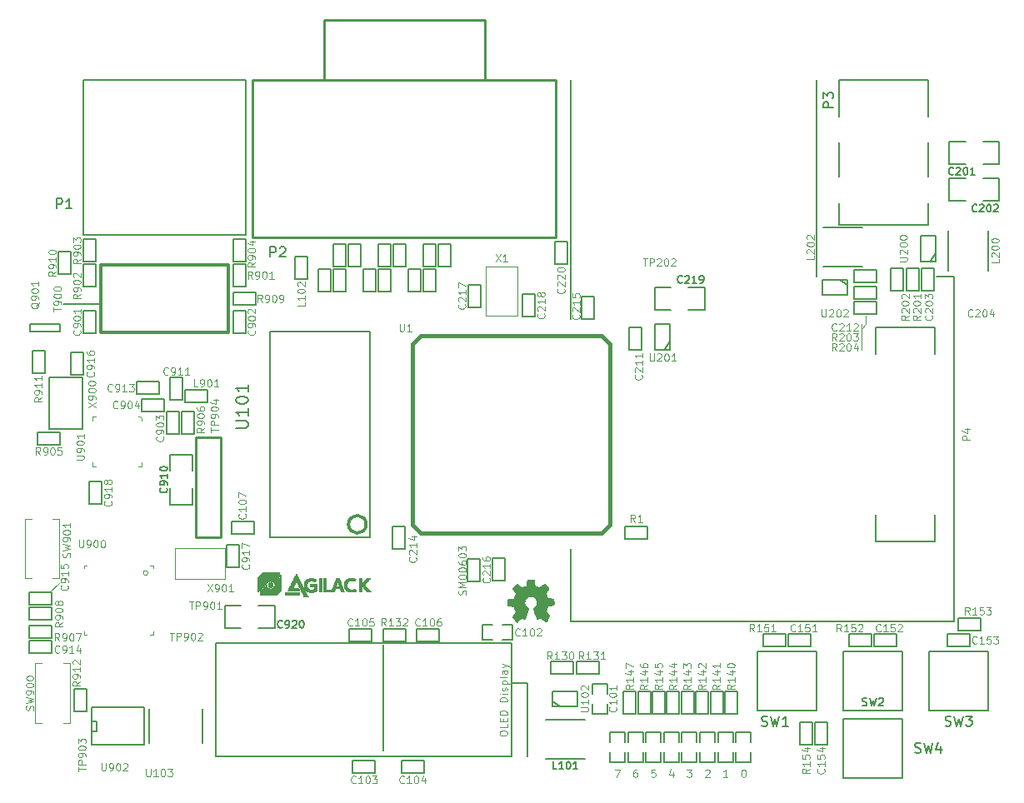
<source format=gto>
G04 (created by PCBNEW (2013-mar-13)-stable) date Fri 20 Nov 2015 04:23:37 PM CET*
%MOIN*%
G04 Gerber Fmt 3.4, Leading zero omitted, Abs format*
%FSLAX34Y34*%
G01*
G70*
G90*
G04 APERTURE LIST*
%ADD10C,0.005906*%
%ADD11C,0.004000*%
%ADD12C,0.006000*%
%ADD13C,0.007874*%
%ADD14C,0.010000*%
%ADD15C,0.015000*%
%ADD16C,0.012000*%
%ADD17C,0.005000*%
%ADD18C,0.003000*%
%ADD19C,0.008000*%
%ADD20C,0.001100*%
%ADD21C,0.006300*%
%ADD22C,0.007800*%
G04 APERTURE END LIST*
G54D10*
G54D11*
X73230Y-29460D02*
X73050Y-29640D01*
X73230Y-29110D02*
X73230Y-29460D01*
X73050Y-29430D02*
X73050Y-30490D01*
X63200Y-47265D02*
X63400Y-47265D01*
X63271Y-47565D01*
X64077Y-47265D02*
X64020Y-47265D01*
X63991Y-47280D01*
X63977Y-47294D01*
X63948Y-47337D01*
X63934Y-47394D01*
X63934Y-47508D01*
X63948Y-47537D01*
X63962Y-47551D01*
X63991Y-47565D01*
X64048Y-47565D01*
X64077Y-47551D01*
X64091Y-47537D01*
X64105Y-47508D01*
X64105Y-47437D01*
X64091Y-47408D01*
X64077Y-47394D01*
X64048Y-47380D01*
X63991Y-47380D01*
X63962Y-47394D01*
X63948Y-47408D01*
X63934Y-47437D01*
X64811Y-47265D02*
X64668Y-47265D01*
X64654Y-47408D01*
X64668Y-47394D01*
X64697Y-47380D01*
X64768Y-47380D01*
X64797Y-47394D01*
X64811Y-47408D01*
X64825Y-47437D01*
X64825Y-47508D01*
X64811Y-47537D01*
X64797Y-47551D01*
X64768Y-47565D01*
X64697Y-47565D01*
X64668Y-47551D01*
X64654Y-47537D01*
X65517Y-47365D02*
X65517Y-47565D01*
X65445Y-47251D02*
X65374Y-47465D01*
X65560Y-47465D01*
X66080Y-47265D02*
X66265Y-47265D01*
X66165Y-47380D01*
X66208Y-47380D01*
X66237Y-47394D01*
X66251Y-47408D01*
X66265Y-47437D01*
X66265Y-47508D01*
X66251Y-47537D01*
X66237Y-47551D01*
X66208Y-47565D01*
X66122Y-47565D01*
X66094Y-47551D01*
X66080Y-47537D01*
X66814Y-47294D02*
X66828Y-47280D01*
X66857Y-47265D01*
X66928Y-47265D01*
X66957Y-47280D01*
X66971Y-47294D01*
X66985Y-47322D01*
X66985Y-47351D01*
X66971Y-47394D01*
X66800Y-47565D01*
X66985Y-47565D01*
X67705Y-47565D02*
X67534Y-47565D01*
X67620Y-47565D02*
X67620Y-47265D01*
X67591Y-47308D01*
X67562Y-47337D01*
X67534Y-47351D01*
G54D12*
X76771Y-27559D02*
X76050Y-27559D01*
X76771Y-27559D02*
X76771Y-41338D01*
G54D11*
X68335Y-47265D02*
X68364Y-47265D01*
X68392Y-47280D01*
X68407Y-47294D01*
X68421Y-47322D01*
X68435Y-47380D01*
X68435Y-47451D01*
X68421Y-47508D01*
X68407Y-47537D01*
X68392Y-47551D01*
X68364Y-47565D01*
X68335Y-47565D01*
X68307Y-47551D01*
X68292Y-47537D01*
X68278Y-47508D01*
X68264Y-47451D01*
X68264Y-47380D01*
X68278Y-47322D01*
X68292Y-47294D01*
X68307Y-47280D01*
X68335Y-47265D01*
G54D13*
X61417Y-19685D02*
X61417Y-29250D01*
G54D12*
X61417Y-41338D02*
X61417Y-38460D01*
X76771Y-41338D02*
X61417Y-41338D01*
X71259Y-19685D02*
X71259Y-27559D01*
G54D11*
X40950Y-39800D02*
X40560Y-40190D01*
G54D13*
X41140Y-28640D02*
X42620Y-28640D01*
G54D12*
X48421Y-19684D02*
X48421Y-25884D01*
X48421Y-19684D02*
X41925Y-19684D01*
X41925Y-25884D02*
X41925Y-19684D01*
X48421Y-25884D02*
X41925Y-25884D01*
G54D14*
X51560Y-17290D02*
X51560Y-19690D01*
X51560Y-17290D02*
X57990Y-17290D01*
X57990Y-17290D02*
X57990Y-19690D01*
X48710Y-19690D02*
X60840Y-19690D01*
X60840Y-19690D02*
X60840Y-25990D01*
X60840Y-25990D02*
X48710Y-25990D01*
X48710Y-19690D02*
X48710Y-25990D01*
G54D15*
X62995Y-30233D02*
X62680Y-29918D01*
X62680Y-29918D02*
X55430Y-29918D01*
X55430Y-29918D02*
X55115Y-30233D01*
X55115Y-30233D02*
X55115Y-37483D01*
X62995Y-37483D02*
X62995Y-30233D01*
X62680Y-37798D02*
X62995Y-37483D01*
X55430Y-37798D02*
X62680Y-37798D01*
X55115Y-37483D02*
X55430Y-37798D01*
G54D10*
X59685Y-43799D02*
X59055Y-43799D01*
X59685Y-43799D02*
X59685Y-46751D01*
X53933Y-42273D02*
X53933Y-46496D01*
X59055Y-42224D02*
X47244Y-42224D01*
X47244Y-42224D02*
X47244Y-46751D01*
X47244Y-46751D02*
X59055Y-46751D01*
X59055Y-42224D02*
X59055Y-46751D01*
G54D16*
X42623Y-29780D02*
X42623Y-27080D01*
X42623Y-27080D02*
X47723Y-27080D01*
X47723Y-27080D02*
X47723Y-29780D01*
X47723Y-29780D02*
X42623Y-29780D01*
X42623Y-29780D02*
X42633Y-29780D01*
G54D11*
X44720Y-41870D02*
X44720Y-41755D01*
X44720Y-41870D02*
X44605Y-41870D01*
X41960Y-41870D02*
X42075Y-41870D01*
X41960Y-41870D02*
X41960Y-41755D01*
X41960Y-39110D02*
X42075Y-39110D01*
X41960Y-39110D02*
X41960Y-39225D01*
X44520Y-39405D02*
G75*
G03X44520Y-39405I-95J0D01*
G74*
G01*
X44720Y-39110D02*
X44605Y-39110D01*
X44720Y-39110D02*
X44720Y-39225D01*
X44120Y-33150D02*
X44200Y-33150D01*
X44200Y-33150D02*
X44270Y-33220D01*
X44270Y-33220D02*
X44270Y-33300D01*
X44270Y-35130D02*
X44270Y-34980D01*
X44270Y-35130D02*
X44120Y-35130D01*
X42290Y-35130D02*
X42440Y-35130D01*
X42290Y-35130D02*
X42290Y-34980D01*
X42290Y-33150D02*
X42290Y-33300D01*
X42290Y-33150D02*
X42440Y-33150D01*
G54D17*
X42420Y-28910D02*
X42420Y-29810D01*
X42420Y-29810D02*
X41920Y-29810D01*
X41920Y-29810D02*
X41920Y-28910D01*
X41920Y-28910D02*
X42420Y-28910D01*
X48420Y-28910D02*
X48420Y-29810D01*
X48420Y-29810D02*
X47920Y-29810D01*
X47920Y-29810D02*
X47920Y-28910D01*
X47920Y-28910D02*
X48420Y-28910D01*
X51820Y-27230D02*
X51820Y-28130D01*
X51820Y-28130D02*
X51320Y-28130D01*
X51320Y-28130D02*
X51320Y-27230D01*
X51320Y-27230D02*
X51820Y-27230D01*
X51920Y-28130D02*
X51920Y-27230D01*
X51920Y-27230D02*
X52420Y-27230D01*
X52420Y-27230D02*
X52420Y-28130D01*
X52420Y-28130D02*
X51920Y-28130D01*
X51920Y-27130D02*
X51920Y-26230D01*
X51920Y-26230D02*
X52420Y-26230D01*
X52420Y-26230D02*
X52420Y-27130D01*
X52420Y-27130D02*
X51920Y-27130D01*
X52520Y-27130D02*
X52520Y-26230D01*
X52520Y-26230D02*
X53020Y-26230D01*
X53020Y-26230D02*
X53020Y-27130D01*
X53020Y-27130D02*
X52520Y-27130D01*
X53620Y-27230D02*
X53620Y-28130D01*
X53620Y-28130D02*
X53120Y-28130D01*
X53120Y-28130D02*
X53120Y-27230D01*
X53120Y-27230D02*
X53620Y-27230D01*
X53720Y-28130D02*
X53720Y-27230D01*
X53720Y-27230D02*
X54220Y-27230D01*
X54220Y-27230D02*
X54220Y-28130D01*
X54220Y-28130D02*
X53720Y-28130D01*
X53720Y-27130D02*
X53720Y-26230D01*
X53720Y-26230D02*
X54220Y-26230D01*
X54220Y-26230D02*
X54220Y-27130D01*
X54220Y-27130D02*
X53720Y-27130D01*
X54340Y-27130D02*
X54340Y-26230D01*
X54340Y-26230D02*
X54840Y-26230D01*
X54840Y-26230D02*
X54840Y-27130D01*
X54840Y-27130D02*
X54340Y-27130D01*
X55440Y-27230D02*
X55440Y-28130D01*
X55440Y-28130D02*
X54940Y-28130D01*
X54940Y-28130D02*
X54940Y-27230D01*
X54940Y-27230D02*
X55440Y-27230D01*
X55540Y-28130D02*
X55540Y-27230D01*
X55540Y-27230D02*
X56040Y-27230D01*
X56040Y-27230D02*
X56040Y-28130D01*
X56040Y-28130D02*
X55540Y-28130D01*
X55540Y-27130D02*
X55540Y-26230D01*
X55540Y-26230D02*
X56040Y-26230D01*
X56040Y-26230D02*
X56040Y-27130D01*
X56040Y-27130D02*
X55540Y-27130D01*
X56140Y-27130D02*
X56140Y-26230D01*
X56140Y-26230D02*
X56640Y-26230D01*
X56640Y-26230D02*
X56640Y-27130D01*
X56640Y-27130D02*
X56140Y-27130D01*
X48420Y-27050D02*
X48420Y-27950D01*
X48420Y-27950D02*
X47920Y-27950D01*
X47920Y-27950D02*
X47920Y-27050D01*
X47920Y-27050D02*
X48420Y-27050D01*
X41920Y-27950D02*
X41920Y-27050D01*
X41920Y-27050D02*
X42420Y-27050D01*
X42420Y-27050D02*
X42420Y-27950D01*
X42420Y-27950D02*
X41920Y-27950D01*
X41920Y-26950D02*
X41920Y-26050D01*
X41920Y-26050D02*
X42420Y-26050D01*
X42420Y-26050D02*
X42420Y-26950D01*
X42420Y-26950D02*
X41920Y-26950D01*
X48420Y-26050D02*
X48420Y-26950D01*
X48420Y-26950D02*
X47920Y-26950D01*
X47920Y-26950D02*
X47920Y-26050D01*
X47920Y-26050D02*
X48420Y-26050D01*
X45280Y-33860D02*
X45280Y-32960D01*
X45280Y-32960D02*
X45780Y-32960D01*
X45780Y-32960D02*
X45780Y-33860D01*
X45780Y-33860D02*
X45280Y-33860D01*
X44280Y-32440D02*
X45180Y-32440D01*
X45180Y-32440D02*
X45180Y-32940D01*
X45180Y-32940D02*
X44280Y-32940D01*
X44280Y-32940D02*
X44280Y-32440D01*
X46910Y-32590D02*
X46010Y-32590D01*
X46010Y-32590D02*
X46010Y-32090D01*
X46010Y-32090D02*
X46910Y-32090D01*
X46910Y-32090D02*
X46910Y-32590D01*
X41000Y-34280D02*
X40100Y-34280D01*
X40100Y-34280D02*
X40100Y-33780D01*
X40100Y-33780D02*
X41000Y-33780D01*
X41000Y-33780D02*
X41000Y-34280D01*
X46380Y-32960D02*
X46380Y-33860D01*
X46380Y-33860D02*
X45880Y-33860D01*
X45880Y-33860D02*
X45880Y-32960D01*
X45880Y-32960D02*
X46380Y-32960D01*
X44070Y-31760D02*
X44970Y-31760D01*
X44970Y-31760D02*
X44970Y-32260D01*
X44970Y-32260D02*
X44070Y-32260D01*
X44070Y-32260D02*
X44070Y-31760D01*
X45410Y-32490D02*
X45410Y-31590D01*
X45410Y-31590D02*
X45910Y-31590D01*
X45910Y-31590D02*
X45910Y-32490D01*
X45910Y-32490D02*
X45410Y-32490D01*
G54D12*
X41890Y-31590D02*
X41890Y-33630D01*
X41890Y-33630D02*
X40570Y-33630D01*
X40570Y-33630D02*
X40570Y-31590D01*
X40570Y-31590D02*
X41890Y-31590D01*
X53410Y-37982D02*
X49410Y-37982D01*
X49410Y-37982D02*
X49410Y-29734D01*
X49410Y-29734D02*
X53410Y-29734D01*
G54D16*
X53247Y-37458D02*
G75*
G03X53247Y-37458I-353J0D01*
G74*
G01*
G54D12*
X53410Y-29734D02*
X53410Y-37982D01*
G54D17*
X53610Y-47410D02*
X52710Y-47410D01*
X52710Y-47410D02*
X52710Y-46910D01*
X52710Y-46910D02*
X53610Y-46910D01*
X53610Y-46910D02*
X53610Y-47410D01*
X54650Y-46910D02*
X55550Y-46910D01*
X55550Y-46910D02*
X55550Y-47410D01*
X55550Y-47410D02*
X54650Y-47410D01*
X54650Y-47410D02*
X54650Y-46910D01*
X53480Y-42140D02*
X52580Y-42140D01*
X52580Y-42140D02*
X52580Y-41640D01*
X52580Y-41640D02*
X53480Y-41640D01*
X53480Y-41640D02*
X53480Y-42140D01*
X60635Y-42955D02*
X61535Y-42955D01*
X61535Y-42955D02*
X61535Y-43455D01*
X61535Y-43455D02*
X60635Y-43455D01*
X60635Y-43455D02*
X60635Y-42955D01*
X61665Y-42955D02*
X62565Y-42955D01*
X62565Y-42955D02*
X62565Y-43455D01*
X62565Y-43455D02*
X61665Y-43455D01*
X61665Y-43455D02*
X61665Y-42955D01*
X54830Y-42140D02*
X53930Y-42140D01*
X53930Y-42140D02*
X53930Y-41640D01*
X53930Y-41640D02*
X54830Y-41640D01*
X54830Y-41640D02*
X54830Y-42140D01*
X61015Y-44735D02*
X60715Y-44535D01*
X61715Y-44735D02*
X60690Y-44735D01*
X60690Y-44735D02*
X60690Y-44135D01*
X60690Y-44135D02*
X61715Y-44135D01*
X61715Y-44135D02*
X61715Y-44735D01*
G54D10*
X62002Y-45267D02*
X60427Y-45267D01*
X62002Y-46842D02*
X60427Y-46842D01*
G54D17*
X42260Y-46230D02*
X42260Y-46280D01*
X42260Y-46280D02*
X44360Y-46280D01*
X44360Y-44780D02*
X42260Y-44780D01*
X42260Y-44780D02*
X42260Y-46230D01*
X42260Y-45330D02*
X42460Y-45330D01*
X42460Y-45330D02*
X42460Y-45730D01*
X42460Y-45730D02*
X42260Y-45730D01*
X44360Y-44780D02*
X44360Y-46280D01*
X64510Y-38030D02*
X63610Y-38030D01*
X63610Y-38030D02*
X63610Y-37530D01*
X63610Y-37530D02*
X64510Y-37530D01*
X64510Y-37530D02*
X64510Y-38030D01*
X62885Y-44635D02*
X62885Y-45035D01*
X62885Y-45035D02*
X62285Y-45035D01*
X62285Y-45035D02*
X62285Y-44635D01*
X62285Y-44235D02*
X62285Y-43835D01*
X62285Y-43835D02*
X62885Y-43835D01*
X62885Y-43835D02*
X62885Y-44235D01*
X58690Y-41490D02*
X59090Y-41490D01*
X59090Y-41490D02*
X59090Y-42090D01*
X59090Y-42090D02*
X58690Y-42090D01*
X58290Y-42090D02*
X57890Y-42090D01*
X57890Y-42090D02*
X57890Y-41490D01*
X57890Y-41490D02*
X58290Y-41490D01*
X56180Y-42140D02*
X55280Y-42140D01*
X55280Y-42140D02*
X55280Y-41640D01*
X55280Y-41640D02*
X56180Y-41640D01*
X56180Y-41640D02*
X56180Y-42140D01*
X40680Y-42610D02*
X39780Y-42610D01*
X39780Y-42610D02*
X39780Y-42110D01*
X39780Y-42110D02*
X40680Y-42110D01*
X40680Y-42110D02*
X40680Y-42610D01*
X39780Y-41510D02*
X40680Y-41510D01*
X40680Y-41510D02*
X40680Y-42010D01*
X40680Y-42010D02*
X39780Y-42010D01*
X39780Y-42010D02*
X39780Y-41510D01*
G54D18*
X41390Y-45395D02*
X41130Y-45395D01*
X41390Y-45395D02*
X41390Y-43025D01*
X41390Y-43025D02*
X41130Y-43025D01*
X40010Y-45395D02*
X40270Y-45395D01*
X40010Y-45395D02*
X40010Y-43025D01*
X40010Y-43025D02*
X40270Y-43025D01*
G54D19*
X44577Y-44842D02*
X44577Y-46218D01*
X46702Y-46218D02*
X46702Y-44842D01*
G54D17*
X46310Y-34670D02*
X45410Y-34670D01*
X45410Y-34670D02*
X45410Y-35320D01*
X46310Y-36020D02*
X46310Y-36670D01*
X46310Y-36670D02*
X45410Y-36670D01*
X45410Y-36670D02*
X45410Y-36020D01*
X46310Y-35320D02*
X46310Y-34670D01*
X40680Y-40690D02*
X39780Y-40690D01*
X39780Y-40690D02*
X39780Y-40190D01*
X39780Y-40190D02*
X40680Y-40190D01*
X40680Y-40190D02*
X40680Y-40690D01*
X39780Y-40790D02*
X40680Y-40790D01*
X40680Y-40790D02*
X40680Y-41290D01*
X40680Y-41290D02*
X39780Y-41290D01*
X39780Y-41290D02*
X39780Y-40790D01*
G54D18*
X39590Y-37255D02*
X39850Y-37255D01*
X39590Y-37255D02*
X39590Y-39625D01*
X39590Y-39625D02*
X39850Y-39625D01*
X40970Y-37255D02*
X40710Y-37255D01*
X40970Y-37255D02*
X40970Y-39625D01*
X40970Y-39625D02*
X40710Y-39625D01*
G54D10*
X75721Y-22186D02*
X75721Y-23556D01*
X72178Y-22186D02*
X72178Y-23556D01*
X75721Y-25478D02*
X75721Y-24606D01*
X72178Y-25478D02*
X72178Y-24606D01*
X72178Y-25478D02*
X75721Y-25478D01*
X72178Y-19691D02*
X72178Y-21136D01*
X75721Y-19691D02*
X75721Y-21136D01*
X72178Y-19691D02*
X75721Y-19691D01*
G54D17*
X68040Y-46190D02*
X68040Y-45790D01*
X68040Y-45790D02*
X68640Y-45790D01*
X68640Y-45790D02*
X68640Y-46190D01*
X68640Y-46590D02*
X68640Y-46990D01*
X68640Y-46990D02*
X68040Y-46990D01*
X68040Y-46990D02*
X68040Y-46590D01*
X68100Y-44160D02*
X68100Y-45060D01*
X68100Y-45060D02*
X67600Y-45060D01*
X67600Y-45060D02*
X67600Y-44160D01*
X67600Y-44160D02*
X68100Y-44160D01*
X63000Y-46190D02*
X63000Y-45790D01*
X63000Y-45790D02*
X63600Y-45790D01*
X63600Y-45790D02*
X63600Y-46190D01*
X63600Y-46590D02*
X63600Y-46990D01*
X63600Y-46990D02*
X63000Y-46990D01*
X63000Y-46990D02*
X63000Y-46590D01*
X64040Y-44160D02*
X64040Y-45060D01*
X64040Y-45060D02*
X63540Y-45060D01*
X63540Y-45060D02*
X63540Y-44160D01*
X63540Y-44160D02*
X64040Y-44160D01*
X67520Y-44160D02*
X67520Y-45060D01*
X67520Y-45060D02*
X67020Y-45060D01*
X67020Y-45060D02*
X67020Y-44160D01*
X67020Y-44160D02*
X67520Y-44160D01*
X66940Y-44160D02*
X66940Y-45060D01*
X66940Y-45060D02*
X66440Y-45060D01*
X66440Y-45060D02*
X66440Y-44160D01*
X66440Y-44160D02*
X66940Y-44160D01*
X66360Y-44160D02*
X66360Y-45060D01*
X66360Y-45060D02*
X65860Y-45060D01*
X65860Y-45060D02*
X65860Y-44160D01*
X65860Y-44160D02*
X66360Y-44160D01*
X65780Y-44160D02*
X65780Y-45060D01*
X65780Y-45060D02*
X65280Y-45060D01*
X65280Y-45060D02*
X65280Y-44160D01*
X65280Y-44160D02*
X65780Y-44160D01*
X65200Y-44160D02*
X65200Y-45060D01*
X65200Y-45060D02*
X64700Y-45060D01*
X64700Y-45060D02*
X64700Y-44160D01*
X64700Y-44160D02*
X65200Y-44160D01*
X64620Y-44160D02*
X64620Y-45060D01*
X64620Y-45060D02*
X64120Y-45060D01*
X64120Y-45060D02*
X64120Y-44160D01*
X64120Y-44160D02*
X64620Y-44160D01*
X67320Y-46190D02*
X67320Y-45790D01*
X67320Y-45790D02*
X67920Y-45790D01*
X67920Y-45790D02*
X67920Y-46190D01*
X67920Y-46590D02*
X67920Y-46990D01*
X67920Y-46990D02*
X67320Y-46990D01*
X67320Y-46990D02*
X67320Y-46590D01*
X66600Y-46190D02*
X66600Y-45790D01*
X66600Y-45790D02*
X67200Y-45790D01*
X67200Y-45790D02*
X67200Y-46190D01*
X67200Y-46590D02*
X67200Y-46990D01*
X67200Y-46990D02*
X66600Y-46990D01*
X66600Y-46990D02*
X66600Y-46590D01*
X65880Y-46190D02*
X65880Y-45790D01*
X65880Y-45790D02*
X66480Y-45790D01*
X66480Y-45790D02*
X66480Y-46190D01*
X66480Y-46590D02*
X66480Y-46990D01*
X66480Y-46990D02*
X65880Y-46990D01*
X65880Y-46990D02*
X65880Y-46590D01*
X65160Y-46190D02*
X65160Y-45790D01*
X65160Y-45790D02*
X65760Y-45790D01*
X65760Y-45790D02*
X65760Y-46190D01*
X65760Y-46590D02*
X65760Y-46990D01*
X65760Y-46990D02*
X65160Y-46990D01*
X65160Y-46990D02*
X65160Y-46590D01*
X64440Y-46190D02*
X64440Y-45790D01*
X64440Y-45790D02*
X65040Y-45790D01*
X65040Y-45790D02*
X65040Y-46190D01*
X65040Y-46590D02*
X65040Y-46990D01*
X65040Y-46990D02*
X64440Y-46990D01*
X64440Y-46990D02*
X64440Y-46590D01*
X63720Y-46190D02*
X63720Y-45790D01*
X63720Y-45790D02*
X64320Y-45790D01*
X64320Y-45790D02*
X64320Y-46190D01*
X64320Y-46590D02*
X64320Y-46990D01*
X64320Y-46990D02*
X63720Y-46990D01*
X63720Y-46990D02*
X63720Y-46590D01*
X57290Y-39750D02*
X57290Y-38850D01*
X57290Y-38850D02*
X57790Y-38850D01*
X57790Y-38850D02*
X57790Y-39750D01*
X57790Y-39750D02*
X57290Y-39750D01*
X76570Y-22150D02*
X76570Y-23050D01*
X76570Y-23050D02*
X77220Y-23050D01*
X77920Y-22150D02*
X78570Y-22150D01*
X78570Y-22150D02*
X78570Y-23050D01*
X78570Y-23050D02*
X77920Y-23050D01*
X77220Y-22150D02*
X76570Y-22150D01*
X76570Y-23620D02*
X76570Y-24520D01*
X76570Y-24520D02*
X77220Y-24520D01*
X77920Y-23620D02*
X78570Y-23620D01*
X78570Y-23620D02*
X78570Y-24520D01*
X78570Y-24520D02*
X77920Y-24520D01*
X77220Y-23620D02*
X76570Y-23620D01*
X75470Y-28120D02*
X75470Y-27220D01*
X75470Y-27220D02*
X75970Y-27220D01*
X75970Y-27220D02*
X75970Y-28120D01*
X75970Y-28120D02*
X75470Y-28120D01*
G54D10*
X76542Y-25722D02*
X76542Y-27297D01*
X78117Y-25722D02*
X78117Y-27297D01*
G54D17*
X74850Y-28120D02*
X74850Y-27220D01*
X74850Y-27220D02*
X75350Y-27220D01*
X75350Y-27220D02*
X75350Y-28120D01*
X75350Y-28120D02*
X74850Y-28120D01*
X74730Y-27220D02*
X74730Y-28120D01*
X74730Y-28120D02*
X74230Y-28120D01*
X74230Y-28120D02*
X74230Y-27220D01*
X74230Y-27220D02*
X74730Y-27220D01*
X76020Y-26620D02*
X75820Y-26920D01*
X76020Y-25920D02*
X76020Y-26945D01*
X76020Y-26945D02*
X75420Y-26945D01*
X75420Y-26945D02*
X75420Y-25920D01*
X75420Y-25920D02*
X76020Y-25920D01*
G54D11*
X47590Y-39660D02*
X45610Y-39660D01*
X45610Y-39660D02*
X45610Y-38400D01*
X45610Y-38400D02*
X47590Y-38400D01*
X47590Y-38400D02*
X47590Y-39660D01*
G54D17*
X41440Y-31480D02*
X41440Y-30580D01*
X41440Y-30580D02*
X41940Y-30580D01*
X41940Y-30580D02*
X41940Y-31480D01*
X41940Y-31480D02*
X41440Y-31480D01*
X47660Y-39180D02*
X47660Y-38280D01*
X47660Y-38280D02*
X48160Y-38280D01*
X48160Y-38280D02*
X48160Y-39180D01*
X48160Y-39180D02*
X47660Y-39180D01*
X42650Y-35750D02*
X42650Y-36650D01*
X42650Y-36650D02*
X42150Y-36650D01*
X42150Y-36650D02*
X42150Y-35750D01*
X42150Y-35750D02*
X42650Y-35750D01*
X47590Y-40710D02*
X47590Y-41610D01*
X47590Y-41610D02*
X48240Y-41610D01*
X48940Y-40710D02*
X49590Y-40710D01*
X49590Y-40710D02*
X49590Y-41610D01*
X49590Y-41610D02*
X48940Y-41610D01*
X48240Y-40710D02*
X47590Y-40710D01*
G54D20*
X49106Y-39388D02*
X49756Y-39388D01*
X49096Y-39398D02*
X49756Y-39398D01*
X49086Y-39408D02*
X49756Y-39408D01*
X49076Y-39418D02*
X49756Y-39418D01*
X49066Y-39428D02*
X49756Y-39428D01*
X49056Y-39438D02*
X49756Y-39438D01*
X49046Y-39448D02*
X49756Y-39448D01*
X50436Y-39448D02*
X50446Y-39448D01*
X49036Y-39458D02*
X49156Y-39458D01*
X50426Y-39458D02*
X50456Y-39458D01*
X49026Y-39468D02*
X49146Y-39468D01*
X50426Y-39468D02*
X50456Y-39468D01*
X49016Y-39478D02*
X49136Y-39478D01*
X50416Y-39478D02*
X50466Y-39478D01*
X49006Y-39488D02*
X49126Y-39488D01*
X49156Y-39488D02*
X49816Y-39488D01*
X50416Y-39488D02*
X50466Y-39488D01*
X48996Y-39498D02*
X49116Y-39498D01*
X49146Y-39498D02*
X49816Y-39498D01*
X50406Y-39498D02*
X50476Y-39498D01*
X48986Y-39508D02*
X49106Y-39508D01*
X49136Y-39508D02*
X49796Y-39508D01*
X49806Y-39508D02*
X49816Y-39508D01*
X50406Y-39508D02*
X50476Y-39508D01*
X48976Y-39518D02*
X49096Y-39518D01*
X49126Y-39518D02*
X49786Y-39518D01*
X49806Y-39518D02*
X49816Y-39518D01*
X50396Y-39518D02*
X50486Y-39518D01*
X48966Y-39528D02*
X49086Y-39528D01*
X49116Y-39528D02*
X49776Y-39528D01*
X49806Y-39528D02*
X49816Y-39528D01*
X50396Y-39528D02*
X50486Y-39528D01*
X48956Y-39538D02*
X49076Y-39538D01*
X49106Y-39538D02*
X49766Y-39538D01*
X49806Y-39538D02*
X49816Y-39538D01*
X50386Y-39538D02*
X50496Y-39538D01*
X48946Y-39548D02*
X49066Y-39548D01*
X49096Y-39548D02*
X49756Y-39548D01*
X49806Y-39548D02*
X49816Y-39548D01*
X50386Y-39548D02*
X50496Y-39548D01*
X48936Y-39558D02*
X49056Y-39558D01*
X49086Y-39558D02*
X49746Y-39558D01*
X49806Y-39558D02*
X49816Y-39558D01*
X50376Y-39558D02*
X50506Y-39558D01*
X48926Y-39568D02*
X49046Y-39568D01*
X49076Y-39568D02*
X49736Y-39568D01*
X49806Y-39568D02*
X49816Y-39568D01*
X50376Y-39568D02*
X50506Y-39568D01*
X48916Y-39578D02*
X49036Y-39578D01*
X49066Y-39578D02*
X49726Y-39578D01*
X49786Y-39578D02*
X49816Y-39578D01*
X50366Y-39578D02*
X50516Y-39578D01*
X48906Y-39588D02*
X49026Y-39588D01*
X49056Y-39588D02*
X49716Y-39588D01*
X49786Y-39588D02*
X49816Y-39588D01*
X50366Y-39588D02*
X50516Y-39588D01*
X48906Y-39598D02*
X49026Y-39598D01*
X49046Y-39598D02*
X49706Y-39598D01*
X49766Y-39598D02*
X49816Y-39598D01*
X50356Y-39598D02*
X50526Y-39598D01*
X48906Y-39608D02*
X49016Y-39608D01*
X49036Y-39608D02*
X49696Y-39608D01*
X49756Y-39608D02*
X49816Y-39608D01*
X50356Y-39608D02*
X50526Y-39608D01*
X51376Y-39608D02*
X51476Y-39608D01*
X51546Y-39608D02*
X51646Y-39608D01*
X52046Y-39608D02*
X52156Y-39608D01*
X52556Y-39608D02*
X52736Y-39608D01*
X52956Y-39608D02*
X53056Y-39608D01*
X53266Y-39608D02*
X53406Y-39608D01*
X48906Y-39618D02*
X48996Y-39618D01*
X49026Y-39618D02*
X49686Y-39618D01*
X49746Y-39618D02*
X49816Y-39618D01*
X50346Y-39618D02*
X50536Y-39618D01*
X50956Y-39618D02*
X51126Y-39618D01*
X51376Y-39618D02*
X51476Y-39618D01*
X51546Y-39618D02*
X51646Y-39618D01*
X52036Y-39618D02*
X52156Y-39618D01*
X52526Y-39618D02*
X52776Y-39618D01*
X52956Y-39618D02*
X53056Y-39618D01*
X53256Y-39618D02*
X53396Y-39618D01*
X48906Y-39628D02*
X48996Y-39628D01*
X49016Y-39628D02*
X49676Y-39628D01*
X49736Y-39628D02*
X49816Y-39628D01*
X50346Y-39628D02*
X50536Y-39628D01*
X50916Y-39628D02*
X51156Y-39628D01*
X51376Y-39628D02*
X51476Y-39628D01*
X51546Y-39628D02*
X51646Y-39628D01*
X52036Y-39628D02*
X52166Y-39628D01*
X52506Y-39628D02*
X52796Y-39628D01*
X52956Y-39628D02*
X53056Y-39628D01*
X53246Y-39628D02*
X53386Y-39628D01*
X48906Y-39638D02*
X48986Y-39638D01*
X49006Y-39638D02*
X49666Y-39638D01*
X49726Y-39638D02*
X49816Y-39638D01*
X50336Y-39638D02*
X50546Y-39638D01*
X50896Y-39638D02*
X51186Y-39638D01*
X51376Y-39638D02*
X51476Y-39638D01*
X51546Y-39638D02*
X51646Y-39638D01*
X52036Y-39638D02*
X52166Y-39638D01*
X52486Y-39638D02*
X52816Y-39638D01*
X52956Y-39638D02*
X53056Y-39638D01*
X53236Y-39638D02*
X53376Y-39638D01*
X48906Y-39648D02*
X48976Y-39648D01*
X49006Y-39648D02*
X49656Y-39648D01*
X49716Y-39648D02*
X49796Y-39648D01*
X49806Y-39648D02*
X49816Y-39648D01*
X50336Y-39648D02*
X50546Y-39648D01*
X50876Y-39648D02*
X51206Y-39648D01*
X51376Y-39648D02*
X51476Y-39648D01*
X51546Y-39648D02*
X51646Y-39648D01*
X52026Y-39648D02*
X52166Y-39648D01*
X52466Y-39648D02*
X52816Y-39648D01*
X52956Y-39648D02*
X53056Y-39648D01*
X53226Y-39648D02*
X53366Y-39648D01*
X48906Y-39658D02*
X48976Y-39658D01*
X49006Y-39658D02*
X49646Y-39658D01*
X49706Y-39658D02*
X49786Y-39658D01*
X49806Y-39658D02*
X49816Y-39658D01*
X50326Y-39658D02*
X50556Y-39658D01*
X50866Y-39658D02*
X51226Y-39658D01*
X51376Y-39658D02*
X51476Y-39658D01*
X51546Y-39658D02*
X51646Y-39658D01*
X52026Y-39658D02*
X52176Y-39658D01*
X52456Y-39658D02*
X52816Y-39658D01*
X52956Y-39658D02*
X53056Y-39658D01*
X53216Y-39658D02*
X53356Y-39658D01*
X48906Y-39668D02*
X48976Y-39668D01*
X49006Y-39668D02*
X49636Y-39668D01*
X49696Y-39668D02*
X49776Y-39668D01*
X49806Y-39668D02*
X49816Y-39668D01*
X50326Y-39668D02*
X50556Y-39668D01*
X50846Y-39668D02*
X51236Y-39668D01*
X51376Y-39668D02*
X51476Y-39668D01*
X51546Y-39668D02*
X51646Y-39668D01*
X52026Y-39668D02*
X52176Y-39668D01*
X52436Y-39668D02*
X52806Y-39668D01*
X52956Y-39668D02*
X53056Y-39668D01*
X53206Y-39668D02*
X53346Y-39668D01*
X48906Y-39678D02*
X48976Y-39678D01*
X49006Y-39678D02*
X49626Y-39678D01*
X49686Y-39678D02*
X49766Y-39678D01*
X49806Y-39678D02*
X49816Y-39678D01*
X50316Y-39678D02*
X50566Y-39678D01*
X50836Y-39678D02*
X51236Y-39678D01*
X51376Y-39678D02*
X51476Y-39678D01*
X51546Y-39678D02*
X51646Y-39678D01*
X52016Y-39678D02*
X52186Y-39678D01*
X52426Y-39678D02*
X52806Y-39678D01*
X52956Y-39678D02*
X53056Y-39678D01*
X53206Y-39678D02*
X53336Y-39678D01*
X48906Y-39688D02*
X48976Y-39688D01*
X49006Y-39688D02*
X49616Y-39688D01*
X49676Y-39688D02*
X49756Y-39688D01*
X49806Y-39688D02*
X49816Y-39688D01*
X50316Y-39688D02*
X50566Y-39688D01*
X50826Y-39688D02*
X51236Y-39688D01*
X51376Y-39688D02*
X51476Y-39688D01*
X51546Y-39688D02*
X51646Y-39688D01*
X52016Y-39688D02*
X52186Y-39688D01*
X52416Y-39688D02*
X52796Y-39688D01*
X52956Y-39688D02*
X53056Y-39688D01*
X53196Y-39688D02*
X53326Y-39688D01*
X48906Y-39698D02*
X48976Y-39698D01*
X49006Y-39698D02*
X49606Y-39698D01*
X49666Y-39698D02*
X49746Y-39698D01*
X49796Y-39698D02*
X49816Y-39698D01*
X50306Y-39698D02*
X50576Y-39698D01*
X50816Y-39698D02*
X51226Y-39698D01*
X51376Y-39698D02*
X51476Y-39698D01*
X51546Y-39698D02*
X51646Y-39698D01*
X52016Y-39698D02*
X52186Y-39698D01*
X52416Y-39698D02*
X52796Y-39698D01*
X52956Y-39698D02*
X53056Y-39698D01*
X53186Y-39698D02*
X53316Y-39698D01*
X48906Y-39708D02*
X48976Y-39708D01*
X49006Y-39708D02*
X49596Y-39708D01*
X49656Y-39708D02*
X49736Y-39708D01*
X49786Y-39708D02*
X49816Y-39708D01*
X50306Y-39708D02*
X50576Y-39708D01*
X50806Y-39708D02*
X51216Y-39708D01*
X51376Y-39708D02*
X51476Y-39708D01*
X51546Y-39708D02*
X51646Y-39708D01*
X52006Y-39708D02*
X52196Y-39708D01*
X52406Y-39708D02*
X52586Y-39708D01*
X52726Y-39708D02*
X52796Y-39708D01*
X52956Y-39708D02*
X53056Y-39708D01*
X53176Y-39708D02*
X53306Y-39708D01*
X48906Y-39718D02*
X48976Y-39718D01*
X49006Y-39718D02*
X49586Y-39718D01*
X49646Y-39718D02*
X49726Y-39718D01*
X49776Y-39718D02*
X49816Y-39718D01*
X50296Y-39718D02*
X50436Y-39718D01*
X50446Y-39718D02*
X50586Y-39718D01*
X50806Y-39718D02*
X50986Y-39718D01*
X51106Y-39718D02*
X51216Y-39718D01*
X51376Y-39718D02*
X51476Y-39718D01*
X51546Y-39718D02*
X51646Y-39718D01*
X52006Y-39718D02*
X52196Y-39718D01*
X52396Y-39718D02*
X52566Y-39718D01*
X52756Y-39718D02*
X52786Y-39718D01*
X52956Y-39718D02*
X53056Y-39718D01*
X53166Y-39718D02*
X53296Y-39718D01*
X48906Y-39728D02*
X48976Y-39728D01*
X49006Y-39728D02*
X49366Y-39728D01*
X49446Y-39728D02*
X49576Y-39728D01*
X49636Y-39728D02*
X49716Y-39728D01*
X49766Y-39728D02*
X49816Y-39728D01*
X50296Y-39728D02*
X50436Y-39728D01*
X50446Y-39728D02*
X50586Y-39728D01*
X50796Y-39728D02*
X50956Y-39728D01*
X51146Y-39728D02*
X51206Y-39728D01*
X51376Y-39728D02*
X51476Y-39728D01*
X51546Y-39728D02*
X51646Y-39728D01*
X51996Y-39728D02*
X52196Y-39728D01*
X52386Y-39728D02*
X52546Y-39728D01*
X52956Y-39728D02*
X53056Y-39728D01*
X53156Y-39728D02*
X53296Y-39728D01*
X48906Y-39738D02*
X48976Y-39738D01*
X49006Y-39738D02*
X49336Y-39738D01*
X49476Y-39738D02*
X49566Y-39738D01*
X49626Y-39738D02*
X49706Y-39738D01*
X49756Y-39738D02*
X49816Y-39738D01*
X50286Y-39738D02*
X50426Y-39738D01*
X50456Y-39738D02*
X50596Y-39738D01*
X50786Y-39738D02*
X50946Y-39738D01*
X51166Y-39738D02*
X51206Y-39738D01*
X51376Y-39738D02*
X51476Y-39738D01*
X51546Y-39738D02*
X51646Y-39738D01*
X51996Y-39738D02*
X52206Y-39738D01*
X52386Y-39738D02*
X52526Y-39738D01*
X52956Y-39738D02*
X53056Y-39738D01*
X53146Y-39738D02*
X53286Y-39738D01*
X48906Y-39748D02*
X48976Y-39748D01*
X49006Y-39748D02*
X49326Y-39748D01*
X49496Y-39748D02*
X49556Y-39748D01*
X49616Y-39748D02*
X49696Y-39748D01*
X49746Y-39748D02*
X49816Y-39748D01*
X50286Y-39748D02*
X50426Y-39748D01*
X50456Y-39748D02*
X50596Y-39748D01*
X50786Y-39748D02*
X50926Y-39748D01*
X51186Y-39748D02*
X51196Y-39748D01*
X51376Y-39748D02*
X51476Y-39748D01*
X51546Y-39748D02*
X51646Y-39748D01*
X51996Y-39748D02*
X52096Y-39748D01*
X52106Y-39748D02*
X52206Y-39748D01*
X52376Y-39748D02*
X52516Y-39748D01*
X52956Y-39748D02*
X53056Y-39748D01*
X53136Y-39748D02*
X53276Y-39748D01*
X48906Y-39758D02*
X48976Y-39758D01*
X49006Y-39758D02*
X49306Y-39758D01*
X49506Y-39758D02*
X49546Y-39758D01*
X49606Y-39758D02*
X49686Y-39758D01*
X49736Y-39758D02*
X49816Y-39758D01*
X50276Y-39758D02*
X50416Y-39758D01*
X50466Y-39758D02*
X50606Y-39758D01*
X50776Y-39758D02*
X50916Y-39758D01*
X51376Y-39758D02*
X51476Y-39758D01*
X51546Y-39758D02*
X51646Y-39758D01*
X51986Y-39758D02*
X52086Y-39758D01*
X52106Y-39758D02*
X52216Y-39758D01*
X52376Y-39758D02*
X52506Y-39758D01*
X52956Y-39758D02*
X53056Y-39758D01*
X53136Y-39758D02*
X53266Y-39758D01*
X48906Y-39768D02*
X48976Y-39768D01*
X49006Y-39768D02*
X49296Y-39768D01*
X49516Y-39768D02*
X49536Y-39768D01*
X49596Y-39768D02*
X49676Y-39768D01*
X49726Y-39768D02*
X49816Y-39768D01*
X50276Y-39768D02*
X50416Y-39768D01*
X50466Y-39768D02*
X50606Y-39768D01*
X50776Y-39768D02*
X50906Y-39768D01*
X51376Y-39768D02*
X51476Y-39768D01*
X51546Y-39768D02*
X51646Y-39768D01*
X51986Y-39768D02*
X52086Y-39768D01*
X52106Y-39768D02*
X52216Y-39768D01*
X52366Y-39768D02*
X52496Y-39768D01*
X52956Y-39768D02*
X53056Y-39768D01*
X53126Y-39768D02*
X53256Y-39768D01*
X48906Y-39778D02*
X48976Y-39778D01*
X49006Y-39778D02*
X49286Y-39778D01*
X49376Y-39778D02*
X49446Y-39778D01*
X49526Y-39778D02*
X49536Y-39778D01*
X49586Y-39778D02*
X49666Y-39778D01*
X49716Y-39778D02*
X49816Y-39778D01*
X50266Y-39778D02*
X50416Y-39778D01*
X50476Y-39778D02*
X50616Y-39778D01*
X50766Y-39778D02*
X50896Y-39778D01*
X51376Y-39778D02*
X51476Y-39778D01*
X51546Y-39778D02*
X51646Y-39778D01*
X51986Y-39778D02*
X52086Y-39778D01*
X52116Y-39778D02*
X52216Y-39778D01*
X52366Y-39778D02*
X52496Y-39778D01*
X52956Y-39778D02*
X53056Y-39778D01*
X53116Y-39778D02*
X53246Y-39778D01*
X48906Y-39788D02*
X48976Y-39788D01*
X49006Y-39788D02*
X49276Y-39788D01*
X49356Y-39788D02*
X49466Y-39788D01*
X49576Y-39788D02*
X49656Y-39788D01*
X49706Y-39788D02*
X49816Y-39788D01*
X50266Y-39788D02*
X50406Y-39788D01*
X50476Y-39788D02*
X50616Y-39788D01*
X50766Y-39788D02*
X50886Y-39788D01*
X51376Y-39788D02*
X51476Y-39788D01*
X51546Y-39788D02*
X51646Y-39788D01*
X51976Y-39788D02*
X52076Y-39788D01*
X52116Y-39788D02*
X52226Y-39788D01*
X52366Y-39788D02*
X52486Y-39788D01*
X52956Y-39788D02*
X53056Y-39788D01*
X53106Y-39788D02*
X53236Y-39788D01*
X48906Y-39798D02*
X48976Y-39798D01*
X49006Y-39798D02*
X49266Y-39798D01*
X49346Y-39798D02*
X49476Y-39798D01*
X49566Y-39798D02*
X49646Y-39798D01*
X49696Y-39798D02*
X49816Y-39798D01*
X50256Y-39798D02*
X50406Y-39798D01*
X50486Y-39798D02*
X50626Y-39798D01*
X50766Y-39798D02*
X50886Y-39798D01*
X51376Y-39798D02*
X51476Y-39798D01*
X51546Y-39798D02*
X51646Y-39798D01*
X51976Y-39798D02*
X52076Y-39798D01*
X52116Y-39798D02*
X52226Y-39798D01*
X52366Y-39798D02*
X52486Y-39798D01*
X52956Y-39798D02*
X53056Y-39798D01*
X53096Y-39798D02*
X53226Y-39798D01*
X48906Y-39808D02*
X48976Y-39808D01*
X49006Y-39808D02*
X49256Y-39808D01*
X49336Y-39808D02*
X49486Y-39808D01*
X49566Y-39808D02*
X49636Y-39808D01*
X49686Y-39808D02*
X49816Y-39808D01*
X50256Y-39808D02*
X50396Y-39808D01*
X50486Y-39808D02*
X50636Y-39808D01*
X50766Y-39808D02*
X50876Y-39808D01*
X51376Y-39808D02*
X51476Y-39808D01*
X51546Y-39808D02*
X51646Y-39808D01*
X51966Y-39808D02*
X52076Y-39808D01*
X52126Y-39808D02*
X52226Y-39808D01*
X52356Y-39808D02*
X52476Y-39808D01*
X52956Y-39808D02*
X53056Y-39808D01*
X53086Y-39808D02*
X53216Y-39808D01*
X48906Y-39818D02*
X48976Y-39818D01*
X49006Y-39818D02*
X49246Y-39818D01*
X49326Y-39818D02*
X49496Y-39818D01*
X49566Y-39818D02*
X49626Y-39818D01*
X49676Y-39818D02*
X49816Y-39818D01*
X50246Y-39818D02*
X50396Y-39818D01*
X50496Y-39818D02*
X50636Y-39818D01*
X50756Y-39818D02*
X50876Y-39818D01*
X51376Y-39818D02*
X51476Y-39818D01*
X51546Y-39818D02*
X51646Y-39818D01*
X51966Y-39818D02*
X52066Y-39818D01*
X52126Y-39818D02*
X52236Y-39818D01*
X52356Y-39818D02*
X52476Y-39818D01*
X52956Y-39818D02*
X53056Y-39818D01*
X53076Y-39818D02*
X53206Y-39818D01*
X48906Y-39828D02*
X48976Y-39828D01*
X49006Y-39828D02*
X49236Y-39828D01*
X49326Y-39828D02*
X49496Y-39828D01*
X49566Y-39828D02*
X49606Y-39828D01*
X49666Y-39828D02*
X49816Y-39828D01*
X50246Y-39828D02*
X50386Y-39828D01*
X50496Y-39828D02*
X50646Y-39828D01*
X50756Y-39828D02*
X50876Y-39828D01*
X51376Y-39828D02*
X51476Y-39828D01*
X51546Y-39828D02*
X51646Y-39828D01*
X51966Y-39828D02*
X52066Y-39828D01*
X52126Y-39828D02*
X52236Y-39828D01*
X52356Y-39828D02*
X52466Y-39828D01*
X52956Y-39828D02*
X53056Y-39828D01*
X53066Y-39828D02*
X53196Y-39828D01*
X48906Y-39838D02*
X48976Y-39838D01*
X49006Y-39838D02*
X49226Y-39838D01*
X49316Y-39838D02*
X49496Y-39838D01*
X49566Y-39838D02*
X49596Y-39838D01*
X49656Y-39838D02*
X49816Y-39838D01*
X50236Y-39838D02*
X50386Y-39838D01*
X50506Y-39838D02*
X50646Y-39838D01*
X50756Y-39838D02*
X50866Y-39838D01*
X51376Y-39838D02*
X51476Y-39838D01*
X51546Y-39838D02*
X51646Y-39838D01*
X51956Y-39838D02*
X52066Y-39838D01*
X52136Y-39838D02*
X52236Y-39838D01*
X52356Y-39838D02*
X52466Y-39838D01*
X52956Y-39838D02*
X53056Y-39838D01*
X53066Y-39838D02*
X53186Y-39838D01*
X48906Y-39848D02*
X48976Y-39848D01*
X49006Y-39848D02*
X49216Y-39848D01*
X49316Y-39848D02*
X49506Y-39848D01*
X49566Y-39848D02*
X49586Y-39848D01*
X49646Y-39848D02*
X49816Y-39848D01*
X50236Y-39848D02*
X50376Y-39848D01*
X50506Y-39848D02*
X50656Y-39848D01*
X50756Y-39848D02*
X50866Y-39848D01*
X51376Y-39848D02*
X51476Y-39848D01*
X51546Y-39848D02*
X51646Y-39848D01*
X51956Y-39848D02*
X52056Y-39848D01*
X52136Y-39848D02*
X52246Y-39848D01*
X52356Y-39848D02*
X52466Y-39848D01*
X52956Y-39848D02*
X53176Y-39848D01*
X48906Y-39858D02*
X48976Y-39858D01*
X49006Y-39858D02*
X49206Y-39858D01*
X49316Y-39858D02*
X49506Y-39858D01*
X49566Y-39858D02*
X49576Y-39858D01*
X49636Y-39858D02*
X49816Y-39858D01*
X50226Y-39858D02*
X50376Y-39858D01*
X50516Y-39858D02*
X50656Y-39858D01*
X50756Y-39858D02*
X50866Y-39858D01*
X51006Y-39858D02*
X51256Y-39858D01*
X51376Y-39858D02*
X51476Y-39858D01*
X51546Y-39858D02*
X51646Y-39858D01*
X51956Y-39858D02*
X52056Y-39858D01*
X52136Y-39858D02*
X52246Y-39858D01*
X52356Y-39858D02*
X52466Y-39858D01*
X52956Y-39858D02*
X53166Y-39858D01*
X48906Y-39868D02*
X48976Y-39868D01*
X49006Y-39868D02*
X49196Y-39868D01*
X49316Y-39868D02*
X49506Y-39868D01*
X49626Y-39868D02*
X49816Y-39868D01*
X50226Y-39868D02*
X50366Y-39868D01*
X50516Y-39868D02*
X50666Y-39868D01*
X50756Y-39868D02*
X50866Y-39868D01*
X51006Y-39868D02*
X51256Y-39868D01*
X51376Y-39868D02*
X51476Y-39868D01*
X51546Y-39868D02*
X51646Y-39868D01*
X51946Y-39868D02*
X52056Y-39868D01*
X52146Y-39868D02*
X52256Y-39868D01*
X52356Y-39868D02*
X52466Y-39868D01*
X52956Y-39868D02*
X53166Y-39868D01*
X48906Y-39878D02*
X48976Y-39878D01*
X49006Y-39878D02*
X49186Y-39878D01*
X49316Y-39878D02*
X49506Y-39878D01*
X49616Y-39878D02*
X49816Y-39878D01*
X50216Y-39878D02*
X50366Y-39878D01*
X50526Y-39878D02*
X50666Y-39878D01*
X50756Y-39878D02*
X50866Y-39878D01*
X51006Y-39878D02*
X51256Y-39878D01*
X51376Y-39878D02*
X51476Y-39878D01*
X51546Y-39878D02*
X51646Y-39878D01*
X51946Y-39878D02*
X52046Y-39878D01*
X52146Y-39878D02*
X52256Y-39878D01*
X52356Y-39878D02*
X52466Y-39878D01*
X52956Y-39878D02*
X53176Y-39878D01*
X48906Y-39888D02*
X48976Y-39888D01*
X49006Y-39888D02*
X49176Y-39888D01*
X49246Y-39888D02*
X49256Y-39888D01*
X49316Y-39888D02*
X49506Y-39888D01*
X49606Y-39888D02*
X49816Y-39888D01*
X50216Y-39888D02*
X50356Y-39888D01*
X50526Y-39888D02*
X50676Y-39888D01*
X50756Y-39888D02*
X50866Y-39888D01*
X51006Y-39888D02*
X51256Y-39888D01*
X51376Y-39888D02*
X51476Y-39888D01*
X51546Y-39888D02*
X51646Y-39888D01*
X51946Y-39888D02*
X52046Y-39888D01*
X52146Y-39888D02*
X52256Y-39888D01*
X52356Y-39888D02*
X52466Y-39888D01*
X52956Y-39888D02*
X53186Y-39888D01*
X48906Y-39898D02*
X48976Y-39898D01*
X49006Y-39898D02*
X49166Y-39898D01*
X49236Y-39898D02*
X49256Y-39898D01*
X49316Y-39898D02*
X49506Y-39898D01*
X49596Y-39898D02*
X49816Y-39898D01*
X50206Y-39898D02*
X50356Y-39898D01*
X50536Y-39898D02*
X50676Y-39898D01*
X50756Y-39898D02*
X50866Y-39898D01*
X51006Y-39898D02*
X51256Y-39898D01*
X51376Y-39898D02*
X51476Y-39898D01*
X51546Y-39898D02*
X51646Y-39898D01*
X51936Y-39898D02*
X52046Y-39898D01*
X52156Y-39898D02*
X52266Y-39898D01*
X52356Y-39898D02*
X52466Y-39898D01*
X52956Y-39898D02*
X53196Y-39898D01*
X48906Y-39908D02*
X48976Y-39908D01*
X49006Y-39908D02*
X49156Y-39908D01*
X49226Y-39908D02*
X49256Y-39908D01*
X49316Y-39908D02*
X49506Y-39908D01*
X49586Y-39908D02*
X49816Y-39908D01*
X50206Y-39908D02*
X50356Y-39908D01*
X50536Y-39908D02*
X50686Y-39908D01*
X50756Y-39908D02*
X50866Y-39908D01*
X51006Y-39908D02*
X51256Y-39908D01*
X51376Y-39908D02*
X51476Y-39908D01*
X51546Y-39908D02*
X51646Y-39908D01*
X51936Y-39908D02*
X52036Y-39908D01*
X52156Y-39908D02*
X52266Y-39908D01*
X52356Y-39908D02*
X52466Y-39908D01*
X52956Y-39908D02*
X53056Y-39908D01*
X53066Y-39908D02*
X53196Y-39908D01*
X48906Y-39918D02*
X48976Y-39918D01*
X49006Y-39918D02*
X49146Y-39918D01*
X49216Y-39918D02*
X49256Y-39918D01*
X49316Y-39918D02*
X49496Y-39918D01*
X49576Y-39918D02*
X49816Y-39918D01*
X50196Y-39918D02*
X50346Y-39918D01*
X50546Y-39918D02*
X50686Y-39918D01*
X50756Y-39918D02*
X50866Y-39918D01*
X51006Y-39918D02*
X51256Y-39918D01*
X51376Y-39918D02*
X51476Y-39918D01*
X51546Y-39918D02*
X51646Y-39918D01*
X51926Y-39918D02*
X52036Y-39918D01*
X52156Y-39918D02*
X52266Y-39918D01*
X52356Y-39918D02*
X52466Y-39918D01*
X52956Y-39918D02*
X53056Y-39918D01*
X53076Y-39918D02*
X53206Y-39918D01*
X48906Y-39928D02*
X48976Y-39928D01*
X49006Y-39928D02*
X49136Y-39928D01*
X49206Y-39928D02*
X49256Y-39928D01*
X49326Y-39928D02*
X49496Y-39928D01*
X49566Y-39928D02*
X49816Y-39928D01*
X50196Y-39928D02*
X50346Y-39928D01*
X50546Y-39928D02*
X50696Y-39928D01*
X50756Y-39928D02*
X50866Y-39928D01*
X51006Y-39928D02*
X51256Y-39928D01*
X51376Y-39928D02*
X51476Y-39928D01*
X51546Y-39928D02*
X51646Y-39928D01*
X51926Y-39928D02*
X52276Y-39928D01*
X52356Y-39928D02*
X52466Y-39928D01*
X52956Y-39928D02*
X53056Y-39928D01*
X53086Y-39928D02*
X53216Y-39928D01*
X48906Y-39938D02*
X48976Y-39938D01*
X49006Y-39938D02*
X49126Y-39938D01*
X49196Y-39938D02*
X49256Y-39938D01*
X49326Y-39938D02*
X49486Y-39938D01*
X49556Y-39938D02*
X49816Y-39938D01*
X50186Y-39938D02*
X50336Y-39938D01*
X50556Y-39938D02*
X50696Y-39938D01*
X50756Y-39938D02*
X50866Y-39938D01*
X51006Y-39938D02*
X51256Y-39938D01*
X51376Y-39938D02*
X51476Y-39938D01*
X51546Y-39938D02*
X51646Y-39938D01*
X51926Y-39938D02*
X52276Y-39938D01*
X52356Y-39938D02*
X52476Y-39938D01*
X52956Y-39938D02*
X53056Y-39938D01*
X53096Y-39938D02*
X53226Y-39938D01*
X48906Y-39948D02*
X48976Y-39948D01*
X49006Y-39948D02*
X49116Y-39948D01*
X49186Y-39948D02*
X49256Y-39948D01*
X49336Y-39948D02*
X49486Y-39948D01*
X49546Y-39948D02*
X49816Y-39948D01*
X50186Y-39948D02*
X50336Y-39948D01*
X50556Y-39948D02*
X50706Y-39948D01*
X50756Y-39948D02*
X50876Y-39948D01*
X51156Y-39948D02*
X51256Y-39948D01*
X51376Y-39948D02*
X51476Y-39948D01*
X51546Y-39948D02*
X51646Y-39948D01*
X51916Y-39948D02*
X52276Y-39948D01*
X52356Y-39948D02*
X52476Y-39948D01*
X52956Y-39948D02*
X53056Y-39948D01*
X53096Y-39948D02*
X53236Y-39948D01*
X48906Y-39958D02*
X48976Y-39958D01*
X49006Y-39958D02*
X49106Y-39958D01*
X49176Y-39958D02*
X49246Y-39958D01*
X49346Y-39958D02*
X49466Y-39958D01*
X49536Y-39958D02*
X49816Y-39958D01*
X50176Y-39958D02*
X50326Y-39958D01*
X50566Y-39958D02*
X50706Y-39958D01*
X50756Y-39958D02*
X50876Y-39958D01*
X51156Y-39958D02*
X51256Y-39958D01*
X51376Y-39958D02*
X51476Y-39958D01*
X51546Y-39958D02*
X51646Y-39958D01*
X51916Y-39958D02*
X52286Y-39958D01*
X52356Y-39958D02*
X52476Y-39958D01*
X52956Y-39958D02*
X53056Y-39958D01*
X53106Y-39958D02*
X53246Y-39958D01*
X48906Y-39968D02*
X48976Y-39968D01*
X49006Y-39968D02*
X49096Y-39968D01*
X49166Y-39968D02*
X49236Y-39968D01*
X49366Y-39968D02*
X49456Y-39968D01*
X49526Y-39968D02*
X49816Y-39968D01*
X50176Y-39968D02*
X50326Y-39968D01*
X50566Y-39968D02*
X50716Y-39968D01*
X50766Y-39968D02*
X50876Y-39968D01*
X51156Y-39968D02*
X51256Y-39968D01*
X51376Y-39968D02*
X51476Y-39968D01*
X51546Y-39968D02*
X51646Y-39968D01*
X51916Y-39968D02*
X52286Y-39968D01*
X52366Y-39968D02*
X52486Y-39968D01*
X52956Y-39968D02*
X53056Y-39968D01*
X53116Y-39968D02*
X53256Y-39968D01*
X48906Y-39978D02*
X48976Y-39978D01*
X49006Y-39978D02*
X49096Y-39978D01*
X49156Y-39978D02*
X49226Y-39978D01*
X49286Y-39978D02*
X49296Y-39978D01*
X49396Y-39978D02*
X49416Y-39978D01*
X49526Y-39978D02*
X49816Y-39978D01*
X50166Y-39978D02*
X50316Y-39978D01*
X50576Y-39978D02*
X50716Y-39978D01*
X50766Y-39978D02*
X50886Y-39978D01*
X51156Y-39978D02*
X51256Y-39978D01*
X51376Y-39978D02*
X51476Y-39978D01*
X51546Y-39978D02*
X51646Y-39978D01*
X51906Y-39978D02*
X52296Y-39978D01*
X52366Y-39978D02*
X52486Y-39978D01*
X52956Y-39978D02*
X53056Y-39978D01*
X53126Y-39978D02*
X53266Y-39978D01*
X48906Y-39988D02*
X48976Y-39988D01*
X49006Y-39988D02*
X49086Y-39988D01*
X49146Y-39988D02*
X49216Y-39988D01*
X49276Y-39988D02*
X49306Y-39988D01*
X49516Y-39988D02*
X49816Y-39988D01*
X50166Y-39988D02*
X50316Y-39988D01*
X50576Y-39988D02*
X50726Y-39988D01*
X50766Y-39988D02*
X50896Y-39988D01*
X51156Y-39988D02*
X51256Y-39988D01*
X51376Y-39988D02*
X51476Y-39988D01*
X51546Y-39988D02*
X51646Y-39988D01*
X51906Y-39988D02*
X52296Y-39988D01*
X52366Y-39988D02*
X52496Y-39988D01*
X52956Y-39988D02*
X53056Y-39988D01*
X53136Y-39988D02*
X53276Y-39988D01*
X48906Y-39998D02*
X48976Y-39998D01*
X49006Y-39998D02*
X49076Y-39998D01*
X49136Y-39998D02*
X49206Y-39998D01*
X49266Y-39998D02*
X49316Y-39998D01*
X49496Y-39998D02*
X49816Y-39998D01*
X50156Y-39998D02*
X50526Y-39998D01*
X50586Y-39998D02*
X50726Y-39998D01*
X50766Y-39998D02*
X50896Y-39998D01*
X51156Y-39998D02*
X51256Y-39998D01*
X51376Y-39998D02*
X51476Y-39998D01*
X51546Y-39998D02*
X51646Y-39998D01*
X51906Y-39998D02*
X52296Y-39998D01*
X52376Y-39998D02*
X52506Y-39998D01*
X52956Y-39998D02*
X53056Y-39998D01*
X53146Y-39998D02*
X53286Y-39998D01*
X48906Y-40008D02*
X48976Y-40008D01*
X49006Y-40008D02*
X49066Y-40008D01*
X49126Y-40008D02*
X49196Y-40008D01*
X49256Y-40008D02*
X49326Y-40008D01*
X49486Y-40008D02*
X49816Y-40008D01*
X50156Y-40008D02*
X50526Y-40008D01*
X50586Y-40008D02*
X50736Y-40008D01*
X50776Y-40008D02*
X50906Y-40008D01*
X51156Y-40008D02*
X51256Y-40008D01*
X51376Y-40008D02*
X51476Y-40008D01*
X51546Y-40008D02*
X51646Y-40008D01*
X51896Y-40008D02*
X52306Y-40008D01*
X52376Y-40008D02*
X52516Y-40008D01*
X52956Y-40008D02*
X53056Y-40008D01*
X53156Y-40008D02*
X53286Y-40008D01*
X48906Y-40018D02*
X48976Y-40018D01*
X49006Y-40018D02*
X49056Y-40018D01*
X49116Y-40018D02*
X49186Y-40018D01*
X49246Y-40018D02*
X49356Y-40018D01*
X49466Y-40018D02*
X49816Y-40018D01*
X50146Y-40018D02*
X50536Y-40018D01*
X50596Y-40018D02*
X50736Y-40018D01*
X50776Y-40018D02*
X50916Y-40018D01*
X51156Y-40018D02*
X51256Y-40018D01*
X51376Y-40018D02*
X51476Y-40018D01*
X51546Y-40018D02*
X51646Y-40018D01*
X51896Y-40018D02*
X52006Y-40018D01*
X52196Y-40018D02*
X52306Y-40018D01*
X52376Y-40018D02*
X52526Y-40018D01*
X52956Y-40018D02*
X53056Y-40018D01*
X53156Y-40018D02*
X53296Y-40018D01*
X48906Y-40028D02*
X48976Y-40028D01*
X49006Y-40028D02*
X49046Y-40028D01*
X49106Y-40028D02*
X49176Y-40028D01*
X49236Y-40028D02*
X49386Y-40028D01*
X49426Y-40028D02*
X49816Y-40028D01*
X50146Y-40028D02*
X50536Y-40028D01*
X50596Y-40028D02*
X50746Y-40028D01*
X50786Y-40028D02*
X50926Y-40028D01*
X51156Y-40028D02*
X51256Y-40028D01*
X51376Y-40028D02*
X51476Y-40028D01*
X51546Y-40028D02*
X51646Y-40028D01*
X51886Y-40028D02*
X51996Y-40028D01*
X52196Y-40028D02*
X52306Y-40028D01*
X52386Y-40028D02*
X52536Y-40028D01*
X52956Y-40028D02*
X53056Y-40028D01*
X53166Y-40028D02*
X53306Y-40028D01*
X48906Y-40038D02*
X48976Y-40038D01*
X49006Y-40038D02*
X49036Y-40038D01*
X49096Y-40038D02*
X49166Y-40038D01*
X49226Y-40038D02*
X49816Y-40038D01*
X50136Y-40038D02*
X50546Y-40038D01*
X50606Y-40038D02*
X50746Y-40038D01*
X50786Y-40038D02*
X50936Y-40038D01*
X51156Y-40038D02*
X51256Y-40038D01*
X51376Y-40038D02*
X51476Y-40038D01*
X51546Y-40038D02*
X51646Y-40038D01*
X51886Y-40038D02*
X51996Y-40038D01*
X52196Y-40038D02*
X52316Y-40038D01*
X52396Y-40038D02*
X52546Y-40038D01*
X52956Y-40038D02*
X53056Y-40038D01*
X53176Y-40038D02*
X53316Y-40038D01*
X48906Y-40048D02*
X48976Y-40048D01*
X49006Y-40048D02*
X49026Y-40048D01*
X49086Y-40048D02*
X49156Y-40048D01*
X49216Y-40048D02*
X49816Y-40048D01*
X50136Y-40048D02*
X50546Y-40048D01*
X50606Y-40048D02*
X50756Y-40048D01*
X50796Y-40048D02*
X50946Y-40048D01*
X51146Y-40048D02*
X51256Y-40048D01*
X51376Y-40048D02*
X51476Y-40048D01*
X51546Y-40048D02*
X51646Y-40048D01*
X51886Y-40048D02*
X51996Y-40048D01*
X52206Y-40048D02*
X52316Y-40048D01*
X52396Y-40048D02*
X52566Y-40048D01*
X52756Y-40048D02*
X52796Y-40048D01*
X52956Y-40048D02*
X53056Y-40048D01*
X53186Y-40048D02*
X53326Y-40048D01*
X48906Y-40058D02*
X48976Y-40058D01*
X49006Y-40058D02*
X49016Y-40058D01*
X49076Y-40058D02*
X49146Y-40058D01*
X49206Y-40058D02*
X49816Y-40058D01*
X50126Y-40058D02*
X50556Y-40058D01*
X50616Y-40058D02*
X50756Y-40058D01*
X50796Y-40058D02*
X50966Y-40058D01*
X51136Y-40058D02*
X51256Y-40058D01*
X51376Y-40058D02*
X51476Y-40058D01*
X51546Y-40058D02*
X51646Y-40058D01*
X51876Y-40058D02*
X51986Y-40058D01*
X52206Y-40058D02*
X52326Y-40058D01*
X52406Y-40058D02*
X52596Y-40058D01*
X52726Y-40058D02*
X52796Y-40058D01*
X52956Y-40058D02*
X53056Y-40058D01*
X53196Y-40058D02*
X53336Y-40058D01*
X48906Y-40068D02*
X48976Y-40068D01*
X49006Y-40068D02*
X49016Y-40068D01*
X49066Y-40068D02*
X49136Y-40068D01*
X49196Y-40068D02*
X49816Y-40068D01*
X50126Y-40068D02*
X50556Y-40068D01*
X50616Y-40068D02*
X50766Y-40068D01*
X50806Y-40068D02*
X50996Y-40068D01*
X51106Y-40068D02*
X51256Y-40068D01*
X51376Y-40068D02*
X51476Y-40068D01*
X51546Y-40068D02*
X51986Y-40068D01*
X52206Y-40068D02*
X52326Y-40068D01*
X52416Y-40068D02*
X52806Y-40068D01*
X52956Y-40068D02*
X53056Y-40068D01*
X53206Y-40068D02*
X53346Y-40068D01*
X48906Y-40078D02*
X48976Y-40078D01*
X49006Y-40078D02*
X49016Y-40078D01*
X49056Y-40078D02*
X49126Y-40078D01*
X49186Y-40078D02*
X49816Y-40078D01*
X50116Y-40078D02*
X50566Y-40078D01*
X50626Y-40078D02*
X50766Y-40078D01*
X50816Y-40078D02*
X51256Y-40078D01*
X51376Y-40078D02*
X51476Y-40078D01*
X51546Y-40078D02*
X51976Y-40078D01*
X52216Y-40078D02*
X52326Y-40078D01*
X52416Y-40078D02*
X52806Y-40078D01*
X52956Y-40078D02*
X53056Y-40078D01*
X53216Y-40078D02*
X53356Y-40078D01*
X48906Y-40088D02*
X48976Y-40088D01*
X49006Y-40088D02*
X49016Y-40088D01*
X49046Y-40088D02*
X49116Y-40088D01*
X49176Y-40088D02*
X49816Y-40088D01*
X50116Y-40088D02*
X50566Y-40088D01*
X50626Y-40088D02*
X50776Y-40088D01*
X50826Y-40088D02*
X51256Y-40088D01*
X51376Y-40088D02*
X51476Y-40088D01*
X51546Y-40088D02*
X51976Y-40088D01*
X52216Y-40088D02*
X52336Y-40088D01*
X52426Y-40088D02*
X52816Y-40088D01*
X52956Y-40088D02*
X53056Y-40088D01*
X53226Y-40088D02*
X53366Y-40088D01*
X48906Y-40098D02*
X48976Y-40098D01*
X49006Y-40098D02*
X49016Y-40098D01*
X49036Y-40098D02*
X49106Y-40098D01*
X49166Y-40098D02*
X49816Y-40098D01*
X50106Y-40098D02*
X50576Y-40098D01*
X50636Y-40098D02*
X50776Y-40098D01*
X50836Y-40098D02*
X51256Y-40098D01*
X51376Y-40098D02*
X51476Y-40098D01*
X51546Y-40098D02*
X51976Y-40098D01*
X52226Y-40098D02*
X52336Y-40098D01*
X52436Y-40098D02*
X52816Y-40098D01*
X52956Y-40098D02*
X53056Y-40098D01*
X53226Y-40098D02*
X53376Y-40098D01*
X48906Y-40108D02*
X48966Y-40108D01*
X49006Y-40108D02*
X49016Y-40108D01*
X49026Y-40108D02*
X49096Y-40108D01*
X49156Y-40108D02*
X49816Y-40108D01*
X50106Y-40108D02*
X50576Y-40108D01*
X50636Y-40108D02*
X50786Y-40108D01*
X50836Y-40108D02*
X51246Y-40108D01*
X51376Y-40108D02*
X51476Y-40108D01*
X51546Y-40108D02*
X51966Y-40108D01*
X52226Y-40108D02*
X52336Y-40108D01*
X52456Y-40108D02*
X52816Y-40108D01*
X52956Y-40108D02*
X53056Y-40108D01*
X53236Y-40108D02*
X53376Y-40108D01*
X48906Y-40118D02*
X48956Y-40118D01*
X49006Y-40118D02*
X49086Y-40118D01*
X49146Y-40118D02*
X49806Y-40118D01*
X50106Y-40118D02*
X50576Y-40118D01*
X50646Y-40118D02*
X50786Y-40118D01*
X50856Y-40118D02*
X51236Y-40118D01*
X51376Y-40118D02*
X51476Y-40118D01*
X51546Y-40118D02*
X51966Y-40118D01*
X52226Y-40118D02*
X52346Y-40118D01*
X52466Y-40118D02*
X52826Y-40118D01*
X52956Y-40118D02*
X53056Y-40118D01*
X53246Y-40118D02*
X53386Y-40118D01*
X48906Y-40128D02*
X48946Y-40128D01*
X49006Y-40128D02*
X49076Y-40128D01*
X49136Y-40128D02*
X49796Y-40128D01*
X50646Y-40128D02*
X50796Y-40128D01*
X50866Y-40128D02*
X51216Y-40128D01*
X51376Y-40128D02*
X51476Y-40128D01*
X51546Y-40128D02*
X51966Y-40128D01*
X52236Y-40128D02*
X52346Y-40128D01*
X52486Y-40128D02*
X52826Y-40128D01*
X52956Y-40128D02*
X53056Y-40128D01*
X53256Y-40128D02*
X53396Y-40128D01*
X48906Y-40138D02*
X48936Y-40138D01*
X49006Y-40138D02*
X49066Y-40138D01*
X49126Y-40138D02*
X49786Y-40138D01*
X50656Y-40138D02*
X50796Y-40138D01*
X50876Y-40138D02*
X51206Y-40138D01*
X51376Y-40138D02*
X51476Y-40138D01*
X51546Y-40138D02*
X51956Y-40138D01*
X52236Y-40138D02*
X52346Y-40138D01*
X52496Y-40138D02*
X52796Y-40138D01*
X52956Y-40138D02*
X53056Y-40138D01*
X53266Y-40138D02*
X53406Y-40138D01*
X49006Y-40148D02*
X49056Y-40148D01*
X49116Y-40148D02*
X49776Y-40148D01*
X50656Y-40148D02*
X50806Y-40148D01*
X50896Y-40148D02*
X51186Y-40148D01*
X51376Y-40148D02*
X51476Y-40148D01*
X51546Y-40148D02*
X51956Y-40148D01*
X52246Y-40148D02*
X52356Y-40148D01*
X52526Y-40148D02*
X52766Y-40148D01*
X52956Y-40148D02*
X53056Y-40148D01*
X53276Y-40148D02*
X53416Y-40148D01*
X49006Y-40158D02*
X49046Y-40158D01*
X49106Y-40158D02*
X49766Y-40158D01*
X50666Y-40158D02*
X50806Y-40158D01*
X50926Y-40158D02*
X51156Y-40158D01*
X52556Y-40158D02*
X52726Y-40158D01*
X49006Y-40168D02*
X49036Y-40168D01*
X49096Y-40168D02*
X49756Y-40168D01*
X50666Y-40168D02*
X50816Y-40168D01*
X50956Y-40168D02*
X51126Y-40168D01*
X49006Y-40178D02*
X49026Y-40178D01*
X49086Y-40178D02*
X49746Y-40178D01*
X50676Y-40178D02*
X50816Y-40178D01*
X49006Y-40188D02*
X49016Y-40188D01*
X49076Y-40188D02*
X49736Y-40188D01*
X49996Y-40188D02*
X50576Y-40188D01*
X50676Y-40188D02*
X50826Y-40188D01*
X49006Y-40198D02*
X49016Y-40198D01*
X49066Y-40198D02*
X49726Y-40198D01*
X49996Y-40198D02*
X50576Y-40198D01*
X50686Y-40198D02*
X50826Y-40198D01*
X49006Y-40208D02*
X49016Y-40208D01*
X49056Y-40208D02*
X49716Y-40208D01*
X49996Y-40208D02*
X50576Y-40208D01*
X50686Y-40208D02*
X50836Y-40208D01*
X49006Y-40218D02*
X49016Y-40218D01*
X49046Y-40218D02*
X49706Y-40218D01*
X49996Y-40218D02*
X50576Y-40218D01*
X50696Y-40218D02*
X50836Y-40218D01*
X49006Y-40228D02*
X49016Y-40228D01*
X49036Y-40228D02*
X49696Y-40228D01*
X49996Y-40228D02*
X50576Y-40228D01*
X50696Y-40228D02*
X50846Y-40228D01*
X49006Y-40238D02*
X49016Y-40238D01*
X49026Y-40238D02*
X49686Y-40238D01*
X49996Y-40238D02*
X50576Y-40238D01*
X50706Y-40238D02*
X50856Y-40238D01*
X49006Y-40248D02*
X49676Y-40248D01*
X49996Y-40248D02*
X50576Y-40248D01*
X50706Y-40248D02*
X50856Y-40248D01*
X49006Y-40258D02*
X49666Y-40258D01*
X49996Y-40258D02*
X50576Y-40258D01*
X50716Y-40258D02*
X50866Y-40258D01*
X49006Y-40268D02*
X49656Y-40268D01*
X49996Y-40268D02*
X50576Y-40268D01*
X50716Y-40268D02*
X50866Y-40268D01*
X49996Y-40278D02*
X50576Y-40278D01*
X50726Y-40278D02*
X50876Y-40278D01*
X50726Y-40288D02*
X50876Y-40288D01*
X50736Y-40298D02*
X50886Y-40298D01*
X50736Y-40308D02*
X50886Y-40308D01*
X50746Y-40318D02*
X50896Y-40318D01*
X50746Y-40328D02*
X50896Y-40328D01*
X50756Y-40338D02*
X50906Y-40338D01*
X50756Y-40348D02*
X50906Y-40348D01*
X50766Y-40358D02*
X50916Y-40358D01*
G54D17*
X48820Y-28680D02*
X47920Y-28680D01*
X47920Y-28680D02*
X47920Y-28180D01*
X47920Y-28180D02*
X48820Y-28180D01*
X48820Y-28180D02*
X48820Y-28680D01*
X40930Y-27450D02*
X40930Y-26550D01*
X40930Y-26550D02*
X41430Y-26550D01*
X41430Y-26550D02*
X41430Y-27450D01*
X41430Y-27450D02*
X40930Y-27450D01*
X40990Y-29740D02*
X39790Y-29740D01*
X39790Y-29740D02*
X39790Y-29440D01*
X39790Y-29440D02*
X40990Y-29440D01*
X40990Y-29440D02*
X40990Y-29740D01*
X39890Y-31420D02*
X39890Y-30520D01*
X39890Y-30520D02*
X40390Y-30520D01*
X40390Y-30520D02*
X40390Y-31420D01*
X40390Y-31420D02*
X39890Y-31420D01*
X41570Y-44960D02*
X41570Y-44060D01*
X41570Y-44060D02*
X42070Y-44060D01*
X42070Y-44060D02*
X42070Y-44960D01*
X42070Y-44960D02*
X41570Y-44960D01*
G54D14*
X46420Y-37980D02*
X46420Y-33980D01*
X47420Y-37980D02*
X47420Y-33980D01*
X47420Y-33980D02*
X46420Y-33980D01*
X46420Y-37980D02*
X47420Y-37980D01*
G54D17*
X65410Y-30160D02*
X65210Y-30460D01*
X65410Y-29460D02*
X65410Y-30485D01*
X65410Y-30485D02*
X64810Y-30485D01*
X64810Y-30485D02*
X64810Y-29460D01*
X64810Y-29460D02*
X65410Y-29460D01*
X63760Y-30490D02*
X63760Y-29590D01*
X63760Y-29590D02*
X64260Y-29590D01*
X64260Y-29590D02*
X64260Y-30490D01*
X64260Y-30490D02*
X63760Y-30490D01*
G54D10*
X73622Y-30638D02*
X73622Y-29566D01*
X73622Y-29566D02*
X75984Y-29566D01*
X75984Y-29566D02*
X75984Y-30638D01*
X75984Y-38149D02*
X75984Y-37078D01*
X73622Y-38149D02*
X73622Y-37078D01*
X73622Y-38149D02*
X75984Y-38149D01*
X71532Y-27157D02*
X73107Y-27157D01*
X71532Y-25582D02*
X73107Y-25582D01*
G54D17*
X72190Y-27690D02*
X72490Y-27890D01*
X71490Y-27690D02*
X72515Y-27690D01*
X72515Y-27690D02*
X72515Y-28290D01*
X72515Y-28290D02*
X71490Y-28290D01*
X71490Y-28290D02*
X71490Y-27690D01*
X72780Y-27270D02*
X73680Y-27270D01*
X73680Y-27270D02*
X73680Y-27770D01*
X73680Y-27770D02*
X72780Y-27770D01*
X72780Y-27770D02*
X72780Y-27270D01*
X73680Y-28440D02*
X72780Y-28440D01*
X72780Y-28440D02*
X72780Y-27940D01*
X72780Y-27940D02*
X73680Y-27940D01*
X73680Y-27940D02*
X73680Y-28440D01*
X72780Y-28540D02*
X73680Y-28540D01*
X73680Y-28540D02*
X73680Y-29040D01*
X73680Y-29040D02*
X72780Y-29040D01*
X72780Y-29040D02*
X72780Y-28540D01*
X54810Y-37560D02*
X54810Y-38460D01*
X54810Y-38460D02*
X54310Y-38460D01*
X54310Y-38460D02*
X54310Y-37560D01*
X54310Y-37560D02*
X54810Y-37560D01*
X48750Y-37860D02*
X47850Y-37860D01*
X47850Y-37860D02*
X47850Y-37360D01*
X47850Y-37360D02*
X48750Y-37360D01*
X48750Y-37360D02*
X48750Y-37860D01*
X57340Y-28770D02*
X57340Y-27870D01*
X57340Y-27870D02*
X57840Y-27870D01*
X57840Y-27870D02*
X57840Y-28770D01*
X57840Y-28770D02*
X57340Y-28770D01*
X59490Y-29140D02*
X59490Y-28240D01*
X59490Y-28240D02*
X59990Y-28240D01*
X59990Y-28240D02*
X59990Y-29140D01*
X59990Y-29140D02*
X59490Y-29140D01*
X61860Y-29250D02*
X61860Y-28350D01*
X61860Y-28350D02*
X62360Y-28350D01*
X62360Y-28350D02*
X62360Y-29250D01*
X62360Y-29250D02*
X61860Y-29250D01*
X58800Y-38820D02*
X58800Y-39720D01*
X58800Y-39720D02*
X58300Y-39720D01*
X58300Y-39720D02*
X58300Y-38820D01*
X58300Y-38820D02*
X58800Y-38820D01*
G54D11*
X59290Y-27140D02*
X59290Y-29120D01*
X59290Y-29120D02*
X58030Y-29120D01*
X58030Y-29120D02*
X58030Y-27140D01*
X58030Y-27140D02*
X59290Y-27140D01*
G54D17*
X64790Y-27990D02*
X64790Y-28890D01*
X64790Y-28890D02*
X65440Y-28890D01*
X66140Y-27990D02*
X66790Y-27990D01*
X66790Y-27990D02*
X66790Y-28890D01*
X66790Y-28890D02*
X66140Y-28890D01*
X65440Y-27990D02*
X64790Y-27990D01*
X60800Y-27040D02*
X60800Y-26140D01*
X60800Y-26140D02*
X61300Y-26140D01*
X61300Y-26140D02*
X61300Y-27040D01*
X61300Y-27040D02*
X60800Y-27040D01*
X50410Y-27630D02*
X50410Y-26730D01*
X50410Y-26730D02*
X50910Y-26730D01*
X50910Y-26730D02*
X50910Y-27630D01*
X50910Y-27630D02*
X50410Y-27630D01*
G54D20*
X59760Y-39670D02*
X59860Y-39670D01*
X59700Y-39680D02*
X59950Y-39680D01*
X59700Y-39690D02*
X59950Y-39690D01*
X59690Y-39700D02*
X59960Y-39700D01*
X59690Y-39710D02*
X59960Y-39710D01*
X59690Y-39720D02*
X59960Y-39720D01*
X59690Y-39730D02*
X59960Y-39730D01*
X59690Y-39740D02*
X59960Y-39740D01*
X59690Y-39750D02*
X59960Y-39750D01*
X59680Y-39760D02*
X59970Y-39760D01*
X59680Y-39770D02*
X59970Y-39770D01*
X59680Y-39780D02*
X59970Y-39780D01*
X59680Y-39790D02*
X59970Y-39790D01*
X59680Y-39800D02*
X59970Y-39800D01*
X59670Y-39810D02*
X59970Y-39810D01*
X59670Y-39820D02*
X59980Y-39820D01*
X59670Y-39830D02*
X59980Y-39830D01*
X59670Y-39840D02*
X59980Y-39840D01*
X59670Y-39850D02*
X59980Y-39850D01*
X59260Y-39860D02*
X59290Y-39860D01*
X59670Y-39860D02*
X59980Y-39860D01*
X60350Y-39860D02*
X60390Y-39860D01*
X59250Y-39870D02*
X59300Y-39870D01*
X59660Y-39870D02*
X59980Y-39870D01*
X60330Y-39870D02*
X60400Y-39870D01*
X59240Y-39880D02*
X59320Y-39880D01*
X59660Y-39880D02*
X59980Y-39880D01*
X60320Y-39880D02*
X60410Y-39880D01*
X59220Y-39890D02*
X59330Y-39890D01*
X59660Y-39890D02*
X59990Y-39890D01*
X60300Y-39890D02*
X60430Y-39890D01*
X59210Y-39900D02*
X59350Y-39900D01*
X59660Y-39900D02*
X59990Y-39900D01*
X60290Y-39900D02*
X60440Y-39900D01*
X59200Y-39910D02*
X59360Y-39910D01*
X59660Y-39910D02*
X59990Y-39910D01*
X60270Y-39910D02*
X60450Y-39910D01*
X59190Y-39920D02*
X59370Y-39920D01*
X59650Y-39920D02*
X59990Y-39920D01*
X60260Y-39920D02*
X60460Y-39920D01*
X59180Y-39930D02*
X59390Y-39930D01*
X59620Y-39930D02*
X60030Y-39930D01*
X60240Y-39930D02*
X60470Y-39930D01*
X59170Y-39940D02*
X59400Y-39940D01*
X59590Y-39940D02*
X60060Y-39940D01*
X60230Y-39940D02*
X60480Y-39940D01*
X59160Y-39950D02*
X59420Y-39950D01*
X59560Y-39950D02*
X60080Y-39950D01*
X60210Y-39950D02*
X60490Y-39950D01*
X59150Y-39960D02*
X59430Y-39960D01*
X59540Y-39960D02*
X60110Y-39960D01*
X60200Y-39960D02*
X60500Y-39960D01*
X59140Y-39970D02*
X59440Y-39970D01*
X59520Y-39970D02*
X60130Y-39970D01*
X60190Y-39970D02*
X60510Y-39970D01*
X59130Y-39980D02*
X59460Y-39980D01*
X59500Y-39980D02*
X60150Y-39980D01*
X60170Y-39980D02*
X60520Y-39980D01*
X59120Y-39990D02*
X59470Y-39990D01*
X59480Y-39990D02*
X60530Y-39990D01*
X59110Y-40000D02*
X60530Y-40000D01*
X59110Y-40010D02*
X60540Y-40010D01*
X59100Y-40020D02*
X60540Y-40020D01*
X59100Y-40030D02*
X60540Y-40030D01*
X59110Y-40040D02*
X60540Y-40040D01*
X59110Y-40050D02*
X60530Y-40050D01*
X59120Y-40060D02*
X60530Y-40060D01*
X59130Y-40070D02*
X60520Y-40070D01*
X59130Y-40080D02*
X60510Y-40080D01*
X59140Y-40090D02*
X60500Y-40090D01*
X59150Y-40100D02*
X60500Y-40100D01*
X59160Y-40110D02*
X60490Y-40110D01*
X59160Y-40120D02*
X60480Y-40120D01*
X59170Y-40130D02*
X60480Y-40130D01*
X59180Y-40140D02*
X60470Y-40140D01*
X59180Y-40150D02*
X60460Y-40150D01*
X59190Y-40160D02*
X60450Y-40160D01*
X59200Y-40170D02*
X60450Y-40170D01*
X59200Y-40180D02*
X60440Y-40180D01*
X59210Y-40190D02*
X60430Y-40190D01*
X59220Y-40200D02*
X60420Y-40200D01*
X59220Y-40210D02*
X60420Y-40210D01*
X59230Y-40220D02*
X60410Y-40220D01*
X59230Y-40230D02*
X60410Y-40230D01*
X59230Y-40240D02*
X60420Y-40240D01*
X59220Y-40250D02*
X60430Y-40250D01*
X59220Y-40260D02*
X60430Y-40260D01*
X59210Y-40270D02*
X60440Y-40270D01*
X59210Y-40280D02*
X60440Y-40280D01*
X59200Y-40290D02*
X60450Y-40290D01*
X59200Y-40300D02*
X60450Y-40300D01*
X59190Y-40310D02*
X60460Y-40310D01*
X59190Y-40320D02*
X60460Y-40320D01*
X59180Y-40330D02*
X60460Y-40330D01*
X59180Y-40340D02*
X59780Y-40340D01*
X59870Y-40340D02*
X60470Y-40340D01*
X59180Y-40350D02*
X59750Y-40350D01*
X59900Y-40350D02*
X60470Y-40350D01*
X59170Y-40360D02*
X59720Y-40360D01*
X59930Y-40360D02*
X60480Y-40360D01*
X59170Y-40370D02*
X59700Y-40370D01*
X59950Y-40370D02*
X60480Y-40370D01*
X59170Y-40380D02*
X59690Y-40380D01*
X59960Y-40380D02*
X60480Y-40380D01*
X59160Y-40390D02*
X59670Y-40390D01*
X59980Y-40390D02*
X60490Y-40390D01*
X59160Y-40400D02*
X59660Y-40400D01*
X59990Y-40400D02*
X60520Y-40400D01*
X59160Y-40410D02*
X59650Y-40410D01*
X60000Y-40410D02*
X60580Y-40410D01*
X59150Y-40420D02*
X59640Y-40420D01*
X60010Y-40420D02*
X60630Y-40420D01*
X59090Y-40430D02*
X59630Y-40430D01*
X60020Y-40430D02*
X60690Y-40430D01*
X59030Y-40440D02*
X59630Y-40440D01*
X60020Y-40440D02*
X60730Y-40440D01*
X58970Y-40450D02*
X59620Y-40450D01*
X60030Y-40450D02*
X60730Y-40450D01*
X58920Y-40460D02*
X59610Y-40460D01*
X60040Y-40460D02*
X60740Y-40460D01*
X58910Y-40470D02*
X59610Y-40470D01*
X60040Y-40470D02*
X60740Y-40470D01*
X58910Y-40480D02*
X59600Y-40480D01*
X60050Y-40480D02*
X60740Y-40480D01*
X58910Y-40490D02*
X59600Y-40490D01*
X60050Y-40490D02*
X60740Y-40490D01*
X58910Y-40500D02*
X59590Y-40500D01*
X60060Y-40500D02*
X60740Y-40500D01*
X58910Y-40510D02*
X59590Y-40510D01*
X60060Y-40510D02*
X60740Y-40510D01*
X58910Y-40520D02*
X59590Y-40520D01*
X60060Y-40520D02*
X60740Y-40520D01*
X58910Y-40530D02*
X59590Y-40530D01*
X60070Y-40530D02*
X60740Y-40530D01*
X58910Y-40540D02*
X59580Y-40540D01*
X60070Y-40540D02*
X60740Y-40540D01*
X58910Y-40550D02*
X59580Y-40550D01*
X60070Y-40550D02*
X60750Y-40550D01*
X58900Y-40560D02*
X59580Y-40560D01*
X60070Y-40560D02*
X60750Y-40560D01*
X58900Y-40570D02*
X59580Y-40570D01*
X60070Y-40570D02*
X60750Y-40570D01*
X58900Y-40580D02*
X59580Y-40580D01*
X60070Y-40580D02*
X60750Y-40580D01*
X58900Y-40590D02*
X59580Y-40590D01*
X60070Y-40590D02*
X60750Y-40590D01*
X58900Y-40600D02*
X59580Y-40600D01*
X60070Y-40600D02*
X60750Y-40600D01*
X58900Y-40610D02*
X59580Y-40610D01*
X60070Y-40610D02*
X60750Y-40610D01*
X58900Y-40620D02*
X59580Y-40620D01*
X60070Y-40620D02*
X60750Y-40620D01*
X58900Y-40630D02*
X59580Y-40630D01*
X60070Y-40630D02*
X60750Y-40630D01*
X58900Y-40640D02*
X59590Y-40640D01*
X60070Y-40640D02*
X60750Y-40640D01*
X58910Y-40650D02*
X59590Y-40650D01*
X60060Y-40650D02*
X60750Y-40650D01*
X58910Y-40660D02*
X59590Y-40660D01*
X60060Y-40660D02*
X60740Y-40660D01*
X58910Y-40670D02*
X59600Y-40670D01*
X60060Y-40670D02*
X60740Y-40670D01*
X58910Y-40680D02*
X59600Y-40680D01*
X60050Y-40680D02*
X60740Y-40680D01*
X58910Y-40690D02*
X59600Y-40690D01*
X60050Y-40690D02*
X60730Y-40690D01*
X58910Y-40700D02*
X59610Y-40700D01*
X60040Y-40700D02*
X60670Y-40700D01*
X58950Y-40710D02*
X59620Y-40710D01*
X60040Y-40710D02*
X60610Y-40710D01*
X59000Y-40720D02*
X59620Y-40720D01*
X60030Y-40720D02*
X60540Y-40720D01*
X59060Y-40730D02*
X59630Y-40730D01*
X60020Y-40730D02*
X60500Y-40730D01*
X59110Y-40740D02*
X59640Y-40740D01*
X60010Y-40740D02*
X60500Y-40740D01*
X59150Y-40750D02*
X59650Y-40750D01*
X60010Y-40750D02*
X60500Y-40750D01*
X59160Y-40760D02*
X59650Y-40760D01*
X60000Y-40760D02*
X60490Y-40760D01*
X59160Y-40770D02*
X59670Y-40770D01*
X59980Y-40770D02*
X60490Y-40770D01*
X59160Y-40780D02*
X59680Y-40780D01*
X59970Y-40780D02*
X60490Y-40780D01*
X59160Y-40790D02*
X59690Y-40790D01*
X59960Y-40790D02*
X60490Y-40790D01*
X59170Y-40800D02*
X59710Y-40800D01*
X59940Y-40800D02*
X60480Y-40800D01*
X59170Y-40810D02*
X59730Y-40810D01*
X59920Y-40810D02*
X60480Y-40810D01*
X59170Y-40820D02*
X59740Y-40820D01*
X59920Y-40820D02*
X60480Y-40820D01*
X59180Y-40830D02*
X59740Y-40830D01*
X59920Y-40830D02*
X60470Y-40830D01*
X59180Y-40840D02*
X59740Y-40840D01*
X59920Y-40840D02*
X60470Y-40840D01*
X59180Y-40850D02*
X59730Y-40850D01*
X59930Y-40850D02*
X60460Y-40850D01*
X59190Y-40860D02*
X59730Y-40860D01*
X59930Y-40860D02*
X60460Y-40860D01*
X59190Y-40870D02*
X59730Y-40870D01*
X59930Y-40870D02*
X60460Y-40870D01*
X59200Y-40880D02*
X59720Y-40880D01*
X59940Y-40880D02*
X60450Y-40880D01*
X59200Y-40890D02*
X59720Y-40890D01*
X59940Y-40890D02*
X60450Y-40890D01*
X59210Y-40900D02*
X59710Y-40900D01*
X59950Y-40900D02*
X60440Y-40900D01*
X59210Y-40910D02*
X59710Y-40910D01*
X59950Y-40910D02*
X60440Y-40910D01*
X59220Y-40920D02*
X59710Y-40920D01*
X59950Y-40920D02*
X60430Y-40920D01*
X59220Y-40930D02*
X59700Y-40930D01*
X59960Y-40930D02*
X60440Y-40930D01*
X59230Y-40940D02*
X59700Y-40940D01*
X59960Y-40940D02*
X60440Y-40940D01*
X59230Y-40950D02*
X59700Y-40950D01*
X59970Y-40950D02*
X60450Y-40950D01*
X59230Y-40960D02*
X59690Y-40960D01*
X59970Y-40960D02*
X60460Y-40960D01*
X59230Y-40970D02*
X59690Y-40970D01*
X59970Y-40970D02*
X60470Y-40970D01*
X59220Y-40980D02*
X59690Y-40980D01*
X59980Y-40980D02*
X60470Y-40980D01*
X59210Y-40990D02*
X59680Y-40990D01*
X59980Y-40990D02*
X60480Y-40990D01*
X59200Y-41000D02*
X59680Y-41000D01*
X59980Y-41000D02*
X60490Y-41000D01*
X59200Y-41010D02*
X59680Y-41010D01*
X59990Y-41010D02*
X60490Y-41010D01*
X59190Y-41020D02*
X59670Y-41020D01*
X59990Y-41020D02*
X60500Y-41020D01*
X59180Y-41030D02*
X59670Y-41030D01*
X60000Y-41030D02*
X60510Y-41030D01*
X59170Y-41040D02*
X59670Y-41040D01*
X60000Y-41040D02*
X60510Y-41040D01*
X59170Y-41050D02*
X59660Y-41050D01*
X60000Y-41050D02*
X60520Y-41050D01*
X59160Y-41060D02*
X59660Y-41060D01*
X60010Y-41060D02*
X60530Y-41060D01*
X59150Y-41070D02*
X59650Y-41070D01*
X60010Y-41070D02*
X60530Y-41070D01*
X59150Y-41080D02*
X59650Y-41080D01*
X60020Y-41080D02*
X60540Y-41080D01*
X59140Y-41090D02*
X59650Y-41090D01*
X60020Y-41090D02*
X60550Y-41090D01*
X59130Y-41100D02*
X59640Y-41100D01*
X60020Y-41100D02*
X60560Y-41100D01*
X59120Y-41110D02*
X59640Y-41110D01*
X60030Y-41110D02*
X60560Y-41110D01*
X59120Y-41120D02*
X59640Y-41120D01*
X60030Y-41120D02*
X60570Y-41120D01*
X59110Y-41130D02*
X59630Y-41130D01*
X60040Y-41130D02*
X60570Y-41130D01*
X59100Y-41140D02*
X59630Y-41140D01*
X60040Y-41140D02*
X60570Y-41140D01*
X59100Y-41150D02*
X59630Y-41150D01*
X60040Y-41150D02*
X60560Y-41150D01*
X59100Y-41160D02*
X59620Y-41160D01*
X60050Y-41160D02*
X60550Y-41160D01*
X59100Y-41170D02*
X59620Y-41170D01*
X60050Y-41170D02*
X60540Y-41170D01*
X59110Y-41180D02*
X59620Y-41180D01*
X60050Y-41180D02*
X60530Y-41180D01*
X59120Y-41190D02*
X59610Y-41190D01*
X60060Y-41190D02*
X60530Y-41190D01*
X59130Y-41200D02*
X59610Y-41200D01*
X60060Y-41200D02*
X60200Y-41200D01*
X60220Y-41200D02*
X60520Y-41200D01*
X59140Y-41210D02*
X59610Y-41210D01*
X60070Y-41210D02*
X60170Y-41210D01*
X60250Y-41210D02*
X60510Y-41210D01*
X59150Y-41220D02*
X59450Y-41220D01*
X59500Y-41220D02*
X59600Y-41220D01*
X60070Y-41220D02*
X60150Y-41220D01*
X60260Y-41220D02*
X60500Y-41220D01*
X59160Y-41230D02*
X59430Y-41230D01*
X59530Y-41230D02*
X59600Y-41230D01*
X60070Y-41230D02*
X60130Y-41230D01*
X60270Y-41230D02*
X60490Y-41230D01*
X59170Y-41240D02*
X59410Y-41240D01*
X59550Y-41240D02*
X59590Y-41240D01*
X60080Y-41240D02*
X60110Y-41240D01*
X60280Y-41240D02*
X60500Y-41240D01*
X59180Y-41250D02*
X59400Y-41250D01*
X59570Y-41250D02*
X59590Y-41250D01*
X60080Y-41250D02*
X60090Y-41250D01*
X60280Y-41250D02*
X60500Y-41250D01*
X59190Y-41260D02*
X59380Y-41260D01*
X60300Y-41260D02*
X60500Y-41260D01*
X59200Y-41270D02*
X59370Y-41270D01*
X60310Y-41270D02*
X60500Y-41270D01*
X59200Y-41280D02*
X59350Y-41280D01*
X60320Y-41280D02*
X60500Y-41280D01*
X59200Y-41290D02*
X59340Y-41290D01*
X60340Y-41290D02*
X60500Y-41290D01*
X59200Y-41300D02*
X59330Y-41300D01*
X60360Y-41300D02*
X60490Y-41300D01*
X59210Y-41310D02*
X59320Y-41310D01*
X60380Y-41310D02*
X60490Y-41310D01*
X59210Y-41320D02*
X59310Y-41320D01*
X60390Y-41320D02*
X60480Y-41320D01*
X59220Y-41330D02*
X59310Y-41330D01*
X60400Y-41330D02*
X60480Y-41330D01*
X59230Y-41340D02*
X59300Y-41340D01*
X60410Y-41340D02*
X60470Y-41340D01*
X59240Y-41350D02*
X59300Y-41350D01*
X60420Y-41350D02*
X60460Y-41350D01*
X59250Y-41360D02*
X59290Y-41360D01*
X60430Y-41360D02*
X60450Y-41360D01*
X59260Y-41370D02*
X59290Y-41370D01*
G54D17*
X70140Y-41850D02*
X71040Y-41850D01*
X71040Y-41850D02*
X71040Y-42350D01*
X71040Y-42350D02*
X70140Y-42350D01*
X70140Y-42350D02*
X70140Y-41850D01*
X73570Y-41850D02*
X74470Y-41850D01*
X74470Y-41850D02*
X74470Y-42350D01*
X74470Y-42350D02*
X73570Y-42350D01*
X73570Y-42350D02*
X73570Y-41850D01*
X76500Y-41850D02*
X77400Y-41850D01*
X77400Y-41850D02*
X77400Y-42350D01*
X77400Y-42350D02*
X76500Y-42350D01*
X76500Y-42350D02*
X76500Y-41850D01*
X71700Y-45380D02*
X71700Y-46280D01*
X71700Y-46280D02*
X71200Y-46280D01*
X71200Y-46280D02*
X71200Y-45380D01*
X71200Y-45380D02*
X71700Y-45380D01*
X69140Y-41850D02*
X70040Y-41850D01*
X70040Y-41850D02*
X70040Y-42350D01*
X70040Y-42350D02*
X69140Y-42350D01*
X69140Y-42350D02*
X69140Y-41850D01*
X72570Y-41850D02*
X73470Y-41850D01*
X73470Y-41850D02*
X73470Y-42350D01*
X73470Y-42350D02*
X72570Y-42350D01*
X72570Y-42350D02*
X72570Y-41850D01*
X77820Y-41700D02*
X76920Y-41700D01*
X76920Y-41700D02*
X76920Y-41200D01*
X76920Y-41200D02*
X77820Y-41200D01*
X77820Y-41200D02*
X77820Y-41700D01*
X70600Y-46280D02*
X70600Y-45380D01*
X70600Y-45380D02*
X71100Y-45380D01*
X71100Y-45380D02*
X71100Y-46280D01*
X71100Y-46280D02*
X70600Y-46280D01*
G54D21*
X71270Y-42540D02*
X71270Y-44900D01*
X71270Y-44900D02*
X68910Y-44900D01*
X68910Y-44900D02*
X68910Y-42540D01*
X68910Y-42540D02*
X71270Y-42540D01*
X74700Y-42540D02*
X74700Y-44900D01*
X74700Y-44900D02*
X72340Y-44900D01*
X72340Y-44900D02*
X72340Y-42540D01*
X72340Y-42540D02*
X74700Y-42540D01*
X78130Y-42540D02*
X78130Y-44900D01*
X78130Y-44900D02*
X75770Y-44900D01*
X75770Y-44900D02*
X75770Y-42540D01*
X75770Y-42540D02*
X78130Y-42540D01*
X74700Y-45240D02*
X74700Y-47600D01*
X74700Y-47600D02*
X72340Y-47600D01*
X72340Y-47600D02*
X72340Y-45240D01*
X72340Y-45240D02*
X74700Y-45240D01*
G54D12*
X40864Y-24820D02*
X40864Y-24420D01*
X41017Y-24420D01*
X41055Y-24440D01*
X41074Y-24459D01*
X41093Y-24497D01*
X41093Y-24554D01*
X41074Y-24592D01*
X41055Y-24611D01*
X41017Y-24630D01*
X40864Y-24630D01*
X41474Y-24820D02*
X41245Y-24820D01*
X41360Y-24820D02*
X41360Y-24420D01*
X41321Y-24478D01*
X41283Y-24516D01*
X41245Y-24535D01*
X49414Y-26760D02*
X49414Y-26360D01*
X49567Y-26360D01*
X49605Y-26380D01*
X49624Y-26399D01*
X49643Y-26437D01*
X49643Y-26494D01*
X49624Y-26532D01*
X49605Y-26551D01*
X49567Y-26570D01*
X49414Y-26570D01*
X49795Y-26399D02*
X49814Y-26380D01*
X49852Y-26360D01*
X49948Y-26360D01*
X49986Y-26380D01*
X50005Y-26399D01*
X50024Y-26437D01*
X50024Y-26475D01*
X50005Y-26532D01*
X49776Y-26760D01*
X50024Y-26760D01*
G54D11*
X54591Y-29435D02*
X54591Y-29678D01*
X54605Y-29707D01*
X54620Y-29721D01*
X54648Y-29735D01*
X54705Y-29735D01*
X54734Y-29721D01*
X54748Y-29707D01*
X54762Y-29678D01*
X54762Y-29435D01*
X55062Y-29735D02*
X54891Y-29735D01*
X54977Y-29735D02*
X54977Y-29435D01*
X54948Y-29478D01*
X54920Y-29507D01*
X54891Y-29521D01*
X58585Y-45845D02*
X58585Y-45788D01*
X58600Y-45759D01*
X58628Y-45731D01*
X58685Y-45716D01*
X58785Y-45716D01*
X58842Y-45731D01*
X58871Y-45759D01*
X58885Y-45788D01*
X58885Y-45845D01*
X58871Y-45873D01*
X58842Y-45902D01*
X58785Y-45916D01*
X58685Y-45916D01*
X58628Y-45902D01*
X58600Y-45873D01*
X58585Y-45845D01*
X58885Y-45445D02*
X58885Y-45588D01*
X58585Y-45588D01*
X58728Y-45345D02*
X58728Y-45245D01*
X58885Y-45202D02*
X58885Y-45345D01*
X58585Y-45345D01*
X58585Y-45202D01*
X58885Y-45073D02*
X58585Y-45073D01*
X58585Y-45002D01*
X58600Y-44959D01*
X58628Y-44931D01*
X58657Y-44916D01*
X58714Y-44902D01*
X58757Y-44902D01*
X58814Y-44916D01*
X58842Y-44931D01*
X58871Y-44959D01*
X58885Y-45002D01*
X58885Y-45073D01*
X58885Y-44545D02*
X58585Y-44545D01*
X58585Y-44473D01*
X58600Y-44431D01*
X58628Y-44402D01*
X58657Y-44388D01*
X58714Y-44373D01*
X58757Y-44373D01*
X58814Y-44388D01*
X58842Y-44402D01*
X58871Y-44431D01*
X58885Y-44473D01*
X58885Y-44545D01*
X58885Y-44245D02*
X58685Y-44245D01*
X58585Y-44245D02*
X58600Y-44259D01*
X58614Y-44245D01*
X58600Y-44231D01*
X58585Y-44245D01*
X58614Y-44245D01*
X58871Y-44116D02*
X58885Y-44088D01*
X58885Y-44031D01*
X58871Y-44002D01*
X58842Y-43988D01*
X58828Y-43988D01*
X58800Y-44002D01*
X58785Y-44031D01*
X58785Y-44073D01*
X58771Y-44102D01*
X58742Y-44116D01*
X58728Y-44116D01*
X58700Y-44102D01*
X58685Y-44073D01*
X58685Y-44031D01*
X58700Y-44002D01*
X58685Y-43859D02*
X58985Y-43859D01*
X58700Y-43859D02*
X58685Y-43831D01*
X58685Y-43773D01*
X58700Y-43745D01*
X58714Y-43731D01*
X58742Y-43716D01*
X58828Y-43716D01*
X58857Y-43731D01*
X58871Y-43745D01*
X58885Y-43773D01*
X58885Y-43831D01*
X58871Y-43859D01*
X58885Y-43545D02*
X58871Y-43573D01*
X58842Y-43588D01*
X58585Y-43588D01*
X58885Y-43302D02*
X58728Y-43302D01*
X58700Y-43316D01*
X58685Y-43345D01*
X58685Y-43402D01*
X58700Y-43431D01*
X58871Y-43302D02*
X58885Y-43331D01*
X58885Y-43402D01*
X58871Y-43431D01*
X58842Y-43445D01*
X58814Y-43445D01*
X58785Y-43431D01*
X58771Y-43402D01*
X58771Y-43331D01*
X58757Y-43302D01*
X58685Y-43188D02*
X58885Y-43116D01*
X58685Y-43045D02*
X58885Y-43116D01*
X58957Y-43145D01*
X58971Y-43159D01*
X58985Y-43188D01*
X40745Y-28944D02*
X40745Y-28772D01*
X41045Y-28858D02*
X40745Y-28858D01*
X41045Y-28658D02*
X41045Y-28601D01*
X41031Y-28572D01*
X41017Y-28558D01*
X40974Y-28529D01*
X40917Y-28515D01*
X40802Y-28515D01*
X40774Y-28529D01*
X40760Y-28544D01*
X40745Y-28572D01*
X40745Y-28629D01*
X40760Y-28658D01*
X40774Y-28672D01*
X40802Y-28687D01*
X40874Y-28687D01*
X40902Y-28672D01*
X40917Y-28658D01*
X40931Y-28629D01*
X40931Y-28572D01*
X40917Y-28544D01*
X40902Y-28529D01*
X40874Y-28515D01*
X40745Y-28330D02*
X40745Y-28301D01*
X40760Y-28272D01*
X40774Y-28258D01*
X40802Y-28244D01*
X40860Y-28230D01*
X40931Y-28230D01*
X40988Y-28244D01*
X41017Y-28258D01*
X41031Y-28272D01*
X41045Y-28301D01*
X41045Y-28330D01*
X41031Y-28358D01*
X41017Y-28372D01*
X40988Y-28387D01*
X40931Y-28401D01*
X40860Y-28401D01*
X40802Y-28387D01*
X40774Y-28372D01*
X40760Y-28358D01*
X40745Y-28330D01*
X40745Y-28044D02*
X40745Y-28015D01*
X40760Y-27987D01*
X40774Y-27972D01*
X40802Y-27958D01*
X40860Y-27944D01*
X40931Y-27944D01*
X40988Y-27958D01*
X41017Y-27972D01*
X41031Y-27987D01*
X41045Y-28015D01*
X41045Y-28044D01*
X41031Y-28072D01*
X41017Y-28087D01*
X40988Y-28101D01*
X40931Y-28115D01*
X40860Y-28115D01*
X40802Y-28101D01*
X40774Y-28087D01*
X40760Y-28072D01*
X40745Y-28044D01*
X41755Y-38085D02*
X41755Y-38328D01*
X41770Y-38357D01*
X41784Y-38371D01*
X41812Y-38385D01*
X41870Y-38385D01*
X41898Y-38371D01*
X41912Y-38357D01*
X41927Y-38328D01*
X41927Y-38085D01*
X42084Y-38385D02*
X42141Y-38385D01*
X42170Y-38371D01*
X42184Y-38357D01*
X42212Y-38314D01*
X42227Y-38257D01*
X42227Y-38142D01*
X42212Y-38114D01*
X42198Y-38100D01*
X42170Y-38085D01*
X42112Y-38085D01*
X42084Y-38100D01*
X42070Y-38114D01*
X42055Y-38142D01*
X42055Y-38214D01*
X42070Y-38242D01*
X42084Y-38257D01*
X42112Y-38271D01*
X42170Y-38271D01*
X42198Y-38257D01*
X42212Y-38242D01*
X42227Y-38214D01*
X42412Y-38085D02*
X42441Y-38085D01*
X42470Y-38100D01*
X42484Y-38114D01*
X42498Y-38142D01*
X42512Y-38200D01*
X42512Y-38271D01*
X42498Y-38328D01*
X42484Y-38357D01*
X42470Y-38371D01*
X42441Y-38385D01*
X42412Y-38385D01*
X42384Y-38371D01*
X42370Y-38357D01*
X42355Y-38328D01*
X42341Y-38271D01*
X42341Y-38200D01*
X42355Y-38142D01*
X42370Y-38114D01*
X42384Y-38100D01*
X42412Y-38085D01*
X42698Y-38085D02*
X42727Y-38085D01*
X42755Y-38100D01*
X42770Y-38114D01*
X42784Y-38142D01*
X42798Y-38200D01*
X42798Y-38271D01*
X42784Y-38328D01*
X42770Y-38357D01*
X42755Y-38371D01*
X42727Y-38385D01*
X42698Y-38385D01*
X42670Y-38371D01*
X42655Y-38357D01*
X42641Y-38328D01*
X42627Y-38271D01*
X42627Y-38200D01*
X42641Y-38142D01*
X42655Y-38114D01*
X42670Y-38100D01*
X42698Y-38085D01*
X41655Y-34874D02*
X41898Y-34874D01*
X41927Y-34860D01*
X41941Y-34845D01*
X41955Y-34817D01*
X41955Y-34760D01*
X41941Y-34731D01*
X41927Y-34717D01*
X41898Y-34702D01*
X41655Y-34702D01*
X41955Y-34545D02*
X41955Y-34488D01*
X41941Y-34459D01*
X41927Y-34445D01*
X41884Y-34417D01*
X41827Y-34402D01*
X41712Y-34402D01*
X41684Y-34417D01*
X41670Y-34431D01*
X41655Y-34459D01*
X41655Y-34517D01*
X41670Y-34545D01*
X41684Y-34559D01*
X41712Y-34574D01*
X41784Y-34574D01*
X41812Y-34559D01*
X41827Y-34545D01*
X41841Y-34517D01*
X41841Y-34459D01*
X41827Y-34431D01*
X41812Y-34417D01*
X41784Y-34402D01*
X41655Y-34217D02*
X41655Y-34188D01*
X41670Y-34160D01*
X41684Y-34145D01*
X41712Y-34131D01*
X41770Y-34117D01*
X41841Y-34117D01*
X41898Y-34131D01*
X41927Y-34145D01*
X41941Y-34160D01*
X41955Y-34188D01*
X41955Y-34217D01*
X41941Y-34245D01*
X41927Y-34260D01*
X41898Y-34274D01*
X41841Y-34288D01*
X41770Y-34288D01*
X41712Y-34274D01*
X41684Y-34260D01*
X41670Y-34245D01*
X41655Y-34217D01*
X41955Y-33831D02*
X41955Y-34002D01*
X41955Y-33917D02*
X41655Y-33917D01*
X41698Y-33945D01*
X41727Y-33974D01*
X41741Y-34002D01*
X41797Y-29695D02*
X41811Y-29710D01*
X41825Y-29752D01*
X41825Y-29781D01*
X41811Y-29824D01*
X41782Y-29852D01*
X41754Y-29867D01*
X41697Y-29881D01*
X41654Y-29881D01*
X41597Y-29867D01*
X41568Y-29852D01*
X41540Y-29824D01*
X41525Y-29781D01*
X41525Y-29752D01*
X41540Y-29710D01*
X41554Y-29695D01*
X41825Y-29552D02*
X41825Y-29495D01*
X41811Y-29467D01*
X41797Y-29452D01*
X41754Y-29424D01*
X41697Y-29410D01*
X41582Y-29410D01*
X41554Y-29424D01*
X41540Y-29438D01*
X41525Y-29467D01*
X41525Y-29524D01*
X41540Y-29552D01*
X41554Y-29567D01*
X41582Y-29581D01*
X41654Y-29581D01*
X41682Y-29567D01*
X41697Y-29552D01*
X41711Y-29524D01*
X41711Y-29467D01*
X41697Y-29438D01*
X41682Y-29424D01*
X41654Y-29410D01*
X41525Y-29224D02*
X41525Y-29195D01*
X41540Y-29167D01*
X41554Y-29152D01*
X41582Y-29138D01*
X41640Y-29124D01*
X41711Y-29124D01*
X41768Y-29138D01*
X41797Y-29152D01*
X41811Y-29167D01*
X41825Y-29195D01*
X41825Y-29224D01*
X41811Y-29252D01*
X41797Y-29267D01*
X41768Y-29281D01*
X41711Y-29295D01*
X41640Y-29295D01*
X41582Y-29281D01*
X41554Y-29267D01*
X41540Y-29252D01*
X41525Y-29224D01*
X41825Y-28838D02*
X41825Y-29010D01*
X41825Y-28924D02*
X41525Y-28924D01*
X41568Y-28952D01*
X41597Y-28981D01*
X41611Y-29010D01*
X48787Y-29695D02*
X48801Y-29710D01*
X48815Y-29752D01*
X48815Y-29781D01*
X48801Y-29824D01*
X48772Y-29852D01*
X48744Y-29867D01*
X48687Y-29881D01*
X48644Y-29881D01*
X48587Y-29867D01*
X48558Y-29852D01*
X48530Y-29824D01*
X48515Y-29781D01*
X48515Y-29752D01*
X48530Y-29710D01*
X48544Y-29695D01*
X48815Y-29552D02*
X48815Y-29495D01*
X48801Y-29467D01*
X48787Y-29452D01*
X48744Y-29424D01*
X48687Y-29410D01*
X48572Y-29410D01*
X48544Y-29424D01*
X48530Y-29438D01*
X48515Y-29467D01*
X48515Y-29524D01*
X48530Y-29552D01*
X48544Y-29567D01*
X48572Y-29581D01*
X48644Y-29581D01*
X48672Y-29567D01*
X48687Y-29552D01*
X48701Y-29524D01*
X48701Y-29467D01*
X48687Y-29438D01*
X48672Y-29424D01*
X48644Y-29410D01*
X48515Y-29224D02*
X48515Y-29195D01*
X48530Y-29167D01*
X48544Y-29152D01*
X48572Y-29138D01*
X48630Y-29124D01*
X48701Y-29124D01*
X48758Y-29138D01*
X48787Y-29152D01*
X48801Y-29167D01*
X48815Y-29195D01*
X48815Y-29224D01*
X48801Y-29252D01*
X48787Y-29267D01*
X48758Y-29281D01*
X48701Y-29295D01*
X48630Y-29295D01*
X48572Y-29281D01*
X48544Y-29267D01*
X48530Y-29252D01*
X48515Y-29224D01*
X48544Y-29010D02*
X48530Y-28995D01*
X48515Y-28967D01*
X48515Y-28895D01*
X48530Y-28867D01*
X48544Y-28852D01*
X48572Y-28838D01*
X48601Y-28838D01*
X48644Y-28852D01*
X48815Y-29024D01*
X48815Y-28838D01*
X48694Y-27635D02*
X48594Y-27492D01*
X48522Y-27635D02*
X48522Y-27335D01*
X48637Y-27335D01*
X48665Y-27350D01*
X48680Y-27364D01*
X48694Y-27392D01*
X48694Y-27435D01*
X48680Y-27464D01*
X48665Y-27478D01*
X48637Y-27492D01*
X48522Y-27492D01*
X48837Y-27635D02*
X48894Y-27635D01*
X48922Y-27621D01*
X48937Y-27607D01*
X48965Y-27564D01*
X48980Y-27507D01*
X48980Y-27392D01*
X48965Y-27364D01*
X48951Y-27350D01*
X48922Y-27335D01*
X48865Y-27335D01*
X48837Y-27350D01*
X48822Y-27364D01*
X48808Y-27392D01*
X48808Y-27464D01*
X48822Y-27492D01*
X48837Y-27507D01*
X48865Y-27521D01*
X48922Y-27521D01*
X48951Y-27507D01*
X48965Y-27492D01*
X48980Y-27464D01*
X49165Y-27335D02*
X49194Y-27335D01*
X49222Y-27350D01*
X49237Y-27364D01*
X49251Y-27392D01*
X49265Y-27450D01*
X49265Y-27521D01*
X49251Y-27578D01*
X49237Y-27607D01*
X49222Y-27621D01*
X49194Y-27635D01*
X49165Y-27635D01*
X49137Y-27621D01*
X49122Y-27607D01*
X49108Y-27578D01*
X49094Y-27521D01*
X49094Y-27450D01*
X49108Y-27392D01*
X49122Y-27364D01*
X49137Y-27350D01*
X49165Y-27335D01*
X49551Y-27635D02*
X49380Y-27635D01*
X49465Y-27635D02*
X49465Y-27335D01*
X49437Y-27378D01*
X49408Y-27407D01*
X49380Y-27421D01*
X41825Y-28255D02*
X41682Y-28355D01*
X41825Y-28427D02*
X41525Y-28427D01*
X41525Y-28312D01*
X41540Y-28284D01*
X41554Y-28270D01*
X41582Y-28255D01*
X41625Y-28255D01*
X41654Y-28270D01*
X41668Y-28284D01*
X41682Y-28312D01*
X41682Y-28427D01*
X41825Y-28112D02*
X41825Y-28055D01*
X41811Y-28027D01*
X41797Y-28012D01*
X41754Y-27984D01*
X41697Y-27970D01*
X41582Y-27970D01*
X41554Y-27984D01*
X41540Y-27998D01*
X41525Y-28027D01*
X41525Y-28084D01*
X41540Y-28112D01*
X41554Y-28127D01*
X41582Y-28141D01*
X41654Y-28141D01*
X41682Y-28127D01*
X41697Y-28112D01*
X41711Y-28084D01*
X41711Y-28027D01*
X41697Y-27998D01*
X41682Y-27984D01*
X41654Y-27970D01*
X41525Y-27784D02*
X41525Y-27755D01*
X41540Y-27727D01*
X41554Y-27712D01*
X41582Y-27698D01*
X41640Y-27684D01*
X41711Y-27684D01*
X41768Y-27698D01*
X41797Y-27712D01*
X41811Y-27727D01*
X41825Y-27755D01*
X41825Y-27784D01*
X41811Y-27812D01*
X41797Y-27827D01*
X41768Y-27841D01*
X41711Y-27855D01*
X41640Y-27855D01*
X41582Y-27841D01*
X41554Y-27827D01*
X41540Y-27812D01*
X41525Y-27784D01*
X41554Y-27570D02*
X41540Y-27555D01*
X41525Y-27527D01*
X41525Y-27455D01*
X41540Y-27427D01*
X41554Y-27412D01*
X41582Y-27398D01*
X41611Y-27398D01*
X41654Y-27412D01*
X41825Y-27584D01*
X41825Y-27398D01*
X41825Y-26835D02*
X41682Y-26935D01*
X41825Y-27007D02*
X41525Y-27007D01*
X41525Y-26892D01*
X41540Y-26864D01*
X41554Y-26850D01*
X41582Y-26835D01*
X41625Y-26835D01*
X41654Y-26850D01*
X41668Y-26864D01*
X41682Y-26892D01*
X41682Y-27007D01*
X41825Y-26692D02*
X41825Y-26635D01*
X41811Y-26607D01*
X41797Y-26592D01*
X41754Y-26564D01*
X41697Y-26550D01*
X41582Y-26550D01*
X41554Y-26564D01*
X41540Y-26578D01*
X41525Y-26607D01*
X41525Y-26664D01*
X41540Y-26692D01*
X41554Y-26707D01*
X41582Y-26721D01*
X41654Y-26721D01*
X41682Y-26707D01*
X41697Y-26692D01*
X41711Y-26664D01*
X41711Y-26607D01*
X41697Y-26578D01*
X41682Y-26564D01*
X41654Y-26550D01*
X41525Y-26364D02*
X41525Y-26335D01*
X41540Y-26307D01*
X41554Y-26292D01*
X41582Y-26278D01*
X41640Y-26264D01*
X41711Y-26264D01*
X41768Y-26278D01*
X41797Y-26292D01*
X41811Y-26307D01*
X41825Y-26335D01*
X41825Y-26364D01*
X41811Y-26392D01*
X41797Y-26407D01*
X41768Y-26421D01*
X41711Y-26435D01*
X41640Y-26435D01*
X41582Y-26421D01*
X41554Y-26407D01*
X41540Y-26392D01*
X41525Y-26364D01*
X41525Y-26164D02*
X41525Y-25978D01*
X41640Y-26078D01*
X41640Y-26035D01*
X41654Y-26007D01*
X41668Y-25992D01*
X41697Y-25978D01*
X41768Y-25978D01*
X41797Y-25992D01*
X41811Y-26007D01*
X41825Y-26035D01*
X41825Y-26121D01*
X41811Y-26150D01*
X41797Y-26164D01*
X48815Y-26975D02*
X48672Y-27075D01*
X48815Y-27147D02*
X48515Y-27147D01*
X48515Y-27032D01*
X48530Y-27004D01*
X48544Y-26990D01*
X48572Y-26975D01*
X48615Y-26975D01*
X48644Y-26990D01*
X48658Y-27004D01*
X48672Y-27032D01*
X48672Y-27147D01*
X48815Y-26832D02*
X48815Y-26775D01*
X48801Y-26747D01*
X48787Y-26732D01*
X48744Y-26704D01*
X48687Y-26690D01*
X48572Y-26690D01*
X48544Y-26704D01*
X48530Y-26718D01*
X48515Y-26747D01*
X48515Y-26804D01*
X48530Y-26832D01*
X48544Y-26847D01*
X48572Y-26861D01*
X48644Y-26861D01*
X48672Y-26847D01*
X48687Y-26832D01*
X48701Y-26804D01*
X48701Y-26747D01*
X48687Y-26718D01*
X48672Y-26704D01*
X48644Y-26690D01*
X48515Y-26504D02*
X48515Y-26475D01*
X48530Y-26447D01*
X48544Y-26432D01*
X48572Y-26418D01*
X48630Y-26404D01*
X48701Y-26404D01*
X48758Y-26418D01*
X48787Y-26432D01*
X48801Y-26447D01*
X48815Y-26475D01*
X48815Y-26504D01*
X48801Y-26532D01*
X48787Y-26547D01*
X48758Y-26561D01*
X48701Y-26575D01*
X48630Y-26575D01*
X48572Y-26561D01*
X48544Y-26547D01*
X48530Y-26532D01*
X48515Y-26504D01*
X48615Y-26147D02*
X48815Y-26147D01*
X48501Y-26218D02*
X48715Y-26290D01*
X48715Y-26104D01*
X45117Y-33955D02*
X45131Y-33970D01*
X45145Y-34012D01*
X45145Y-34041D01*
X45131Y-34084D01*
X45102Y-34112D01*
X45074Y-34127D01*
X45017Y-34141D01*
X44974Y-34141D01*
X44917Y-34127D01*
X44888Y-34112D01*
X44860Y-34084D01*
X44845Y-34041D01*
X44845Y-34012D01*
X44860Y-33970D01*
X44874Y-33955D01*
X45145Y-33812D02*
X45145Y-33755D01*
X45131Y-33727D01*
X45117Y-33712D01*
X45074Y-33684D01*
X45017Y-33670D01*
X44902Y-33670D01*
X44874Y-33684D01*
X44860Y-33698D01*
X44845Y-33727D01*
X44845Y-33784D01*
X44860Y-33812D01*
X44874Y-33827D01*
X44902Y-33841D01*
X44974Y-33841D01*
X45002Y-33827D01*
X45017Y-33812D01*
X45031Y-33784D01*
X45031Y-33727D01*
X45017Y-33698D01*
X45002Y-33684D01*
X44974Y-33670D01*
X44845Y-33484D02*
X44845Y-33455D01*
X44860Y-33427D01*
X44874Y-33412D01*
X44902Y-33398D01*
X44960Y-33384D01*
X45031Y-33384D01*
X45088Y-33398D01*
X45117Y-33412D01*
X45131Y-33427D01*
X45145Y-33455D01*
X45145Y-33484D01*
X45131Y-33512D01*
X45117Y-33527D01*
X45088Y-33541D01*
X45031Y-33555D01*
X44960Y-33555D01*
X44902Y-33541D01*
X44874Y-33527D01*
X44860Y-33512D01*
X44845Y-33484D01*
X44845Y-33284D02*
X44845Y-33098D01*
X44960Y-33198D01*
X44960Y-33155D01*
X44974Y-33127D01*
X44988Y-33112D01*
X45017Y-33098D01*
X45088Y-33098D01*
X45117Y-33112D01*
X45131Y-33127D01*
X45145Y-33155D01*
X45145Y-33241D01*
X45131Y-33270D01*
X45117Y-33284D01*
X43304Y-32797D02*
X43290Y-32811D01*
X43247Y-32825D01*
X43218Y-32825D01*
X43175Y-32811D01*
X43147Y-32782D01*
X43132Y-32754D01*
X43118Y-32697D01*
X43118Y-32654D01*
X43132Y-32597D01*
X43147Y-32568D01*
X43175Y-32540D01*
X43218Y-32525D01*
X43247Y-32525D01*
X43290Y-32540D01*
X43304Y-32554D01*
X43447Y-32825D02*
X43504Y-32825D01*
X43532Y-32811D01*
X43547Y-32797D01*
X43575Y-32754D01*
X43590Y-32697D01*
X43590Y-32582D01*
X43575Y-32554D01*
X43561Y-32540D01*
X43532Y-32525D01*
X43475Y-32525D01*
X43447Y-32540D01*
X43432Y-32554D01*
X43418Y-32582D01*
X43418Y-32654D01*
X43432Y-32682D01*
X43447Y-32697D01*
X43475Y-32711D01*
X43532Y-32711D01*
X43561Y-32697D01*
X43575Y-32682D01*
X43590Y-32654D01*
X43775Y-32525D02*
X43804Y-32525D01*
X43832Y-32540D01*
X43847Y-32554D01*
X43861Y-32582D01*
X43875Y-32640D01*
X43875Y-32711D01*
X43861Y-32768D01*
X43847Y-32797D01*
X43832Y-32811D01*
X43804Y-32825D01*
X43775Y-32825D01*
X43747Y-32811D01*
X43732Y-32797D01*
X43718Y-32768D01*
X43704Y-32711D01*
X43704Y-32640D01*
X43718Y-32582D01*
X43732Y-32554D01*
X43747Y-32540D01*
X43775Y-32525D01*
X44132Y-32625D02*
X44132Y-32825D01*
X44061Y-32511D02*
X43990Y-32725D01*
X44175Y-32725D01*
X46514Y-31955D02*
X46371Y-31955D01*
X46371Y-31655D01*
X46628Y-31955D02*
X46685Y-31955D01*
X46714Y-31941D01*
X46728Y-31927D01*
X46757Y-31884D01*
X46771Y-31827D01*
X46771Y-31712D01*
X46757Y-31684D01*
X46742Y-31670D01*
X46714Y-31655D01*
X46657Y-31655D01*
X46628Y-31670D01*
X46614Y-31684D01*
X46600Y-31712D01*
X46600Y-31784D01*
X46614Y-31812D01*
X46628Y-31827D01*
X46657Y-31841D01*
X46714Y-31841D01*
X46742Y-31827D01*
X46757Y-31812D01*
X46771Y-31784D01*
X46957Y-31655D02*
X46985Y-31655D01*
X47014Y-31670D01*
X47028Y-31684D01*
X47042Y-31712D01*
X47057Y-31770D01*
X47057Y-31841D01*
X47042Y-31898D01*
X47028Y-31927D01*
X47014Y-31941D01*
X46985Y-31955D01*
X46957Y-31955D01*
X46928Y-31941D01*
X46914Y-31927D01*
X46900Y-31898D01*
X46885Y-31841D01*
X46885Y-31770D01*
X46900Y-31712D01*
X46914Y-31684D01*
X46928Y-31670D01*
X46957Y-31655D01*
X47342Y-31955D02*
X47171Y-31955D01*
X47257Y-31955D02*
X47257Y-31655D01*
X47228Y-31698D01*
X47200Y-31727D01*
X47171Y-31741D01*
X40214Y-34675D02*
X40114Y-34532D01*
X40042Y-34675D02*
X40042Y-34375D01*
X40157Y-34375D01*
X40185Y-34390D01*
X40200Y-34404D01*
X40214Y-34432D01*
X40214Y-34475D01*
X40200Y-34504D01*
X40185Y-34518D01*
X40157Y-34532D01*
X40042Y-34532D01*
X40357Y-34675D02*
X40414Y-34675D01*
X40442Y-34661D01*
X40457Y-34647D01*
X40485Y-34604D01*
X40500Y-34547D01*
X40500Y-34432D01*
X40485Y-34404D01*
X40471Y-34390D01*
X40442Y-34375D01*
X40385Y-34375D01*
X40357Y-34390D01*
X40342Y-34404D01*
X40328Y-34432D01*
X40328Y-34504D01*
X40342Y-34532D01*
X40357Y-34547D01*
X40385Y-34561D01*
X40442Y-34561D01*
X40471Y-34547D01*
X40485Y-34532D01*
X40500Y-34504D01*
X40685Y-34375D02*
X40714Y-34375D01*
X40742Y-34390D01*
X40757Y-34404D01*
X40771Y-34432D01*
X40785Y-34490D01*
X40785Y-34561D01*
X40771Y-34618D01*
X40757Y-34647D01*
X40742Y-34661D01*
X40714Y-34675D01*
X40685Y-34675D01*
X40657Y-34661D01*
X40642Y-34647D01*
X40628Y-34618D01*
X40614Y-34561D01*
X40614Y-34490D01*
X40628Y-34432D01*
X40642Y-34404D01*
X40657Y-34390D01*
X40685Y-34375D01*
X41057Y-34375D02*
X40914Y-34375D01*
X40900Y-34518D01*
X40914Y-34504D01*
X40942Y-34490D01*
X41014Y-34490D01*
X41042Y-34504D01*
X41057Y-34518D01*
X41071Y-34547D01*
X41071Y-34618D01*
X41057Y-34647D01*
X41042Y-34661D01*
X41014Y-34675D01*
X40942Y-34675D01*
X40914Y-34661D01*
X40900Y-34647D01*
X46775Y-33595D02*
X46632Y-33695D01*
X46775Y-33767D02*
X46475Y-33767D01*
X46475Y-33652D01*
X46490Y-33624D01*
X46504Y-33610D01*
X46532Y-33595D01*
X46575Y-33595D01*
X46604Y-33610D01*
X46618Y-33624D01*
X46632Y-33652D01*
X46632Y-33767D01*
X46775Y-33452D02*
X46775Y-33395D01*
X46761Y-33367D01*
X46747Y-33352D01*
X46704Y-33324D01*
X46647Y-33310D01*
X46532Y-33310D01*
X46504Y-33324D01*
X46490Y-33338D01*
X46475Y-33367D01*
X46475Y-33424D01*
X46490Y-33452D01*
X46504Y-33467D01*
X46532Y-33481D01*
X46604Y-33481D01*
X46632Y-33467D01*
X46647Y-33452D01*
X46661Y-33424D01*
X46661Y-33367D01*
X46647Y-33338D01*
X46632Y-33324D01*
X46604Y-33310D01*
X46475Y-33124D02*
X46475Y-33095D01*
X46490Y-33067D01*
X46504Y-33052D01*
X46532Y-33038D01*
X46590Y-33024D01*
X46661Y-33024D01*
X46718Y-33038D01*
X46747Y-33052D01*
X46761Y-33067D01*
X46775Y-33095D01*
X46775Y-33124D01*
X46761Y-33152D01*
X46747Y-33167D01*
X46718Y-33181D01*
X46661Y-33195D01*
X46590Y-33195D01*
X46532Y-33181D01*
X46504Y-33167D01*
X46490Y-33152D01*
X46475Y-33124D01*
X46475Y-32767D02*
X46475Y-32824D01*
X46490Y-32852D01*
X46504Y-32867D01*
X46547Y-32895D01*
X46604Y-32910D01*
X46718Y-32910D01*
X46747Y-32895D01*
X46761Y-32881D01*
X46775Y-32852D01*
X46775Y-32795D01*
X46761Y-32767D01*
X46747Y-32752D01*
X46718Y-32738D01*
X46647Y-32738D01*
X46618Y-32752D01*
X46604Y-32767D01*
X46590Y-32795D01*
X46590Y-32852D01*
X46604Y-32881D01*
X46618Y-32895D01*
X46647Y-32910D01*
X43094Y-32117D02*
X43080Y-32131D01*
X43037Y-32145D01*
X43008Y-32145D01*
X42965Y-32131D01*
X42937Y-32102D01*
X42922Y-32074D01*
X42908Y-32017D01*
X42908Y-31974D01*
X42922Y-31917D01*
X42937Y-31888D01*
X42965Y-31860D01*
X43008Y-31845D01*
X43037Y-31845D01*
X43080Y-31860D01*
X43094Y-31874D01*
X43237Y-32145D02*
X43294Y-32145D01*
X43322Y-32131D01*
X43337Y-32117D01*
X43365Y-32074D01*
X43380Y-32017D01*
X43380Y-31902D01*
X43365Y-31874D01*
X43351Y-31860D01*
X43322Y-31845D01*
X43265Y-31845D01*
X43237Y-31860D01*
X43222Y-31874D01*
X43208Y-31902D01*
X43208Y-31974D01*
X43222Y-32002D01*
X43237Y-32017D01*
X43265Y-32031D01*
X43322Y-32031D01*
X43351Y-32017D01*
X43365Y-32002D01*
X43380Y-31974D01*
X43665Y-32145D02*
X43494Y-32145D01*
X43580Y-32145D02*
X43580Y-31845D01*
X43551Y-31888D01*
X43522Y-31917D01*
X43494Y-31931D01*
X43765Y-31845D02*
X43951Y-31845D01*
X43851Y-31960D01*
X43894Y-31960D01*
X43922Y-31974D01*
X43937Y-31988D01*
X43951Y-32017D01*
X43951Y-32088D01*
X43937Y-32117D01*
X43922Y-32131D01*
X43894Y-32145D01*
X43808Y-32145D01*
X43780Y-32131D01*
X43765Y-32117D01*
X45324Y-31447D02*
X45310Y-31461D01*
X45267Y-31475D01*
X45238Y-31475D01*
X45195Y-31461D01*
X45167Y-31432D01*
X45152Y-31404D01*
X45138Y-31347D01*
X45138Y-31304D01*
X45152Y-31247D01*
X45167Y-31218D01*
X45195Y-31190D01*
X45238Y-31175D01*
X45267Y-31175D01*
X45310Y-31190D01*
X45324Y-31204D01*
X45467Y-31475D02*
X45524Y-31475D01*
X45552Y-31461D01*
X45567Y-31447D01*
X45595Y-31404D01*
X45610Y-31347D01*
X45610Y-31232D01*
X45595Y-31204D01*
X45581Y-31190D01*
X45552Y-31175D01*
X45495Y-31175D01*
X45467Y-31190D01*
X45452Y-31204D01*
X45438Y-31232D01*
X45438Y-31304D01*
X45452Y-31332D01*
X45467Y-31347D01*
X45495Y-31361D01*
X45552Y-31361D01*
X45581Y-31347D01*
X45595Y-31332D01*
X45610Y-31304D01*
X45895Y-31475D02*
X45724Y-31475D01*
X45810Y-31475D02*
X45810Y-31175D01*
X45781Y-31218D01*
X45752Y-31247D01*
X45724Y-31261D01*
X46181Y-31475D02*
X46010Y-31475D01*
X46095Y-31475D02*
X46095Y-31175D01*
X46067Y-31218D01*
X46038Y-31247D01*
X46010Y-31261D01*
X42125Y-32768D02*
X42425Y-32568D01*
X42125Y-32568D02*
X42425Y-32768D01*
X42425Y-32440D02*
X42425Y-32382D01*
X42411Y-32354D01*
X42397Y-32340D01*
X42354Y-32311D01*
X42297Y-32297D01*
X42182Y-32297D01*
X42154Y-32311D01*
X42140Y-32325D01*
X42125Y-32354D01*
X42125Y-32411D01*
X42140Y-32440D01*
X42154Y-32454D01*
X42182Y-32468D01*
X42254Y-32468D01*
X42282Y-32454D01*
X42297Y-32440D01*
X42311Y-32411D01*
X42311Y-32354D01*
X42297Y-32325D01*
X42282Y-32311D01*
X42254Y-32297D01*
X42125Y-32111D02*
X42125Y-32082D01*
X42140Y-32054D01*
X42154Y-32040D01*
X42182Y-32025D01*
X42240Y-32011D01*
X42311Y-32011D01*
X42368Y-32025D01*
X42397Y-32040D01*
X42411Y-32054D01*
X42425Y-32082D01*
X42425Y-32111D01*
X42411Y-32140D01*
X42397Y-32154D01*
X42368Y-32168D01*
X42311Y-32182D01*
X42240Y-32182D01*
X42182Y-32168D01*
X42154Y-32154D01*
X42140Y-32140D01*
X42125Y-32111D01*
X42125Y-31825D02*
X42125Y-31797D01*
X42140Y-31768D01*
X42154Y-31754D01*
X42182Y-31740D01*
X42240Y-31725D01*
X42311Y-31725D01*
X42368Y-31740D01*
X42397Y-31754D01*
X42411Y-31768D01*
X42425Y-31797D01*
X42425Y-31825D01*
X42411Y-31854D01*
X42397Y-31868D01*
X42368Y-31882D01*
X42311Y-31897D01*
X42240Y-31897D01*
X42182Y-31882D01*
X42154Y-31868D01*
X42140Y-31854D01*
X42125Y-31825D01*
G54D12*
X48026Y-33607D02*
X48430Y-33607D01*
X48478Y-33583D01*
X48502Y-33559D01*
X48526Y-33511D01*
X48526Y-33416D01*
X48502Y-33369D01*
X48478Y-33345D01*
X48430Y-33321D01*
X48026Y-33321D01*
X48526Y-32821D02*
X48526Y-33107D01*
X48526Y-32964D02*
X48026Y-32964D01*
X48097Y-33011D01*
X48145Y-33059D01*
X48169Y-33107D01*
X48026Y-32511D02*
X48026Y-32464D01*
X48050Y-32416D01*
X48073Y-32392D01*
X48121Y-32369D01*
X48216Y-32345D01*
X48335Y-32345D01*
X48430Y-32369D01*
X48478Y-32392D01*
X48502Y-32416D01*
X48526Y-32464D01*
X48526Y-32511D01*
X48502Y-32559D01*
X48478Y-32583D01*
X48430Y-32607D01*
X48335Y-32630D01*
X48216Y-32630D01*
X48121Y-32607D01*
X48073Y-32583D01*
X48050Y-32559D01*
X48026Y-32511D01*
X48526Y-31869D02*
X48526Y-32154D01*
X48526Y-32011D02*
X48026Y-32011D01*
X48097Y-32059D01*
X48145Y-32107D01*
X48169Y-32154D01*
G54D11*
X52824Y-47797D02*
X52810Y-47811D01*
X52767Y-47825D01*
X52738Y-47825D01*
X52695Y-47811D01*
X52667Y-47782D01*
X52652Y-47754D01*
X52638Y-47697D01*
X52638Y-47654D01*
X52652Y-47597D01*
X52667Y-47568D01*
X52695Y-47540D01*
X52738Y-47525D01*
X52767Y-47525D01*
X52810Y-47540D01*
X52824Y-47554D01*
X53110Y-47825D02*
X52938Y-47825D01*
X53024Y-47825D02*
X53024Y-47525D01*
X52995Y-47568D01*
X52967Y-47597D01*
X52938Y-47611D01*
X53295Y-47525D02*
X53324Y-47525D01*
X53352Y-47540D01*
X53367Y-47554D01*
X53381Y-47582D01*
X53395Y-47640D01*
X53395Y-47711D01*
X53381Y-47768D01*
X53367Y-47797D01*
X53352Y-47811D01*
X53324Y-47825D01*
X53295Y-47825D01*
X53267Y-47811D01*
X53252Y-47797D01*
X53238Y-47768D01*
X53224Y-47711D01*
X53224Y-47640D01*
X53238Y-47582D01*
X53252Y-47554D01*
X53267Y-47540D01*
X53295Y-47525D01*
X53495Y-47525D02*
X53681Y-47525D01*
X53581Y-47640D01*
X53624Y-47640D01*
X53652Y-47654D01*
X53667Y-47668D01*
X53681Y-47697D01*
X53681Y-47768D01*
X53667Y-47797D01*
X53652Y-47811D01*
X53624Y-47825D01*
X53538Y-47825D01*
X53510Y-47811D01*
X53495Y-47797D01*
X54764Y-47797D02*
X54750Y-47811D01*
X54707Y-47825D01*
X54678Y-47825D01*
X54635Y-47811D01*
X54607Y-47782D01*
X54592Y-47754D01*
X54578Y-47697D01*
X54578Y-47654D01*
X54592Y-47597D01*
X54607Y-47568D01*
X54635Y-47540D01*
X54678Y-47525D01*
X54707Y-47525D01*
X54750Y-47540D01*
X54764Y-47554D01*
X55050Y-47825D02*
X54878Y-47825D01*
X54964Y-47825D02*
X54964Y-47525D01*
X54935Y-47568D01*
X54907Y-47597D01*
X54878Y-47611D01*
X55235Y-47525D02*
X55264Y-47525D01*
X55292Y-47540D01*
X55307Y-47554D01*
X55321Y-47582D01*
X55335Y-47640D01*
X55335Y-47711D01*
X55321Y-47768D01*
X55307Y-47797D01*
X55292Y-47811D01*
X55264Y-47825D01*
X55235Y-47825D01*
X55207Y-47811D01*
X55192Y-47797D01*
X55178Y-47768D01*
X55164Y-47711D01*
X55164Y-47640D01*
X55178Y-47582D01*
X55192Y-47554D01*
X55207Y-47540D01*
X55235Y-47525D01*
X55592Y-47625D02*
X55592Y-47825D01*
X55521Y-47511D02*
X55450Y-47725D01*
X55635Y-47725D01*
X52694Y-41497D02*
X52680Y-41511D01*
X52637Y-41525D01*
X52608Y-41525D01*
X52565Y-41511D01*
X52537Y-41482D01*
X52522Y-41454D01*
X52508Y-41397D01*
X52508Y-41354D01*
X52522Y-41297D01*
X52537Y-41268D01*
X52565Y-41240D01*
X52608Y-41225D01*
X52637Y-41225D01*
X52680Y-41240D01*
X52694Y-41254D01*
X52980Y-41525D02*
X52808Y-41525D01*
X52894Y-41525D02*
X52894Y-41225D01*
X52865Y-41268D01*
X52837Y-41297D01*
X52808Y-41311D01*
X53165Y-41225D02*
X53194Y-41225D01*
X53222Y-41240D01*
X53237Y-41254D01*
X53251Y-41282D01*
X53265Y-41340D01*
X53265Y-41411D01*
X53251Y-41468D01*
X53237Y-41497D01*
X53222Y-41511D01*
X53194Y-41525D01*
X53165Y-41525D01*
X53137Y-41511D01*
X53122Y-41497D01*
X53108Y-41468D01*
X53094Y-41411D01*
X53094Y-41340D01*
X53108Y-41282D01*
X53122Y-41254D01*
X53137Y-41240D01*
X53165Y-41225D01*
X53537Y-41225D02*
X53394Y-41225D01*
X53380Y-41368D01*
X53394Y-41354D01*
X53422Y-41340D01*
X53494Y-41340D01*
X53522Y-41354D01*
X53537Y-41368D01*
X53551Y-41397D01*
X53551Y-41468D01*
X53537Y-41497D01*
X53522Y-41511D01*
X53494Y-41525D01*
X53422Y-41525D01*
X53394Y-41511D01*
X53380Y-41497D01*
X60679Y-42860D02*
X60579Y-42717D01*
X60507Y-42860D02*
X60507Y-42560D01*
X60622Y-42560D01*
X60650Y-42575D01*
X60665Y-42589D01*
X60679Y-42617D01*
X60679Y-42660D01*
X60665Y-42689D01*
X60650Y-42703D01*
X60622Y-42717D01*
X60507Y-42717D01*
X60965Y-42860D02*
X60793Y-42860D01*
X60879Y-42860D02*
X60879Y-42560D01*
X60850Y-42603D01*
X60822Y-42632D01*
X60793Y-42646D01*
X61065Y-42560D02*
X61250Y-42560D01*
X61150Y-42675D01*
X61193Y-42675D01*
X61222Y-42689D01*
X61236Y-42703D01*
X61250Y-42732D01*
X61250Y-42803D01*
X61236Y-42832D01*
X61222Y-42846D01*
X61193Y-42860D01*
X61107Y-42860D01*
X61079Y-42846D01*
X61065Y-42832D01*
X61436Y-42560D02*
X61465Y-42560D01*
X61493Y-42575D01*
X61507Y-42589D01*
X61522Y-42617D01*
X61536Y-42675D01*
X61536Y-42746D01*
X61522Y-42803D01*
X61507Y-42832D01*
X61493Y-42846D01*
X61465Y-42860D01*
X61436Y-42860D01*
X61407Y-42846D01*
X61393Y-42832D01*
X61379Y-42803D01*
X61365Y-42746D01*
X61365Y-42675D01*
X61379Y-42617D01*
X61393Y-42589D01*
X61407Y-42575D01*
X61436Y-42560D01*
X61949Y-42860D02*
X61849Y-42717D01*
X61777Y-42860D02*
X61777Y-42560D01*
X61892Y-42560D01*
X61920Y-42575D01*
X61935Y-42589D01*
X61949Y-42617D01*
X61949Y-42660D01*
X61935Y-42689D01*
X61920Y-42703D01*
X61892Y-42717D01*
X61777Y-42717D01*
X62235Y-42860D02*
X62063Y-42860D01*
X62149Y-42860D02*
X62149Y-42560D01*
X62120Y-42603D01*
X62092Y-42632D01*
X62063Y-42646D01*
X62335Y-42560D02*
X62520Y-42560D01*
X62420Y-42675D01*
X62463Y-42675D01*
X62492Y-42689D01*
X62506Y-42703D01*
X62520Y-42732D01*
X62520Y-42803D01*
X62506Y-42832D01*
X62492Y-42846D01*
X62463Y-42860D01*
X62377Y-42860D01*
X62349Y-42846D01*
X62335Y-42832D01*
X62806Y-42860D02*
X62635Y-42860D01*
X62720Y-42860D02*
X62720Y-42560D01*
X62692Y-42603D01*
X62663Y-42632D01*
X62635Y-42646D01*
X54044Y-41525D02*
X53944Y-41382D01*
X53872Y-41525D02*
X53872Y-41225D01*
X53987Y-41225D01*
X54015Y-41240D01*
X54030Y-41254D01*
X54044Y-41282D01*
X54044Y-41325D01*
X54030Y-41354D01*
X54015Y-41368D01*
X53987Y-41382D01*
X53872Y-41382D01*
X54330Y-41525D02*
X54158Y-41525D01*
X54244Y-41525D02*
X54244Y-41225D01*
X54215Y-41268D01*
X54187Y-41297D01*
X54158Y-41311D01*
X54430Y-41225D02*
X54615Y-41225D01*
X54515Y-41340D01*
X54558Y-41340D01*
X54587Y-41354D01*
X54601Y-41368D01*
X54615Y-41397D01*
X54615Y-41468D01*
X54601Y-41497D01*
X54587Y-41511D01*
X54558Y-41525D01*
X54472Y-41525D01*
X54444Y-41511D01*
X54430Y-41497D01*
X54730Y-41254D02*
X54744Y-41240D01*
X54772Y-41225D01*
X54844Y-41225D01*
X54872Y-41240D01*
X54887Y-41254D01*
X54901Y-41282D01*
X54901Y-41311D01*
X54887Y-41354D01*
X54715Y-41525D01*
X54901Y-41525D01*
X61837Y-44949D02*
X62080Y-44949D01*
X62109Y-44935D01*
X62123Y-44920D01*
X62137Y-44892D01*
X62137Y-44835D01*
X62123Y-44806D01*
X62109Y-44792D01*
X62080Y-44777D01*
X61837Y-44777D01*
X62137Y-44477D02*
X62137Y-44649D01*
X62137Y-44563D02*
X61837Y-44563D01*
X61880Y-44592D01*
X61909Y-44620D01*
X61923Y-44649D01*
X61837Y-44292D02*
X61837Y-44263D01*
X61852Y-44235D01*
X61866Y-44220D01*
X61894Y-44206D01*
X61952Y-44192D01*
X62023Y-44192D01*
X62080Y-44206D01*
X62109Y-44220D01*
X62123Y-44235D01*
X62137Y-44263D01*
X62137Y-44292D01*
X62123Y-44320D01*
X62109Y-44335D01*
X62080Y-44349D01*
X62023Y-44363D01*
X61952Y-44363D01*
X61894Y-44349D01*
X61866Y-44335D01*
X61852Y-44320D01*
X61837Y-44292D01*
X61866Y-44077D02*
X61852Y-44063D01*
X61837Y-44035D01*
X61837Y-43963D01*
X61852Y-43935D01*
X61866Y-43920D01*
X61894Y-43906D01*
X61923Y-43906D01*
X61966Y-43920D01*
X62137Y-44092D01*
X62137Y-43906D01*
G54D17*
X60879Y-47250D02*
X60736Y-47250D01*
X60736Y-46950D01*
X61136Y-47250D02*
X60965Y-47250D01*
X61050Y-47250D02*
X61050Y-46950D01*
X61022Y-46993D01*
X60993Y-47022D01*
X60965Y-47036D01*
X61322Y-46950D02*
X61350Y-46950D01*
X61379Y-46965D01*
X61393Y-46979D01*
X61407Y-47007D01*
X61422Y-47065D01*
X61422Y-47136D01*
X61407Y-47193D01*
X61393Y-47222D01*
X61379Y-47236D01*
X61350Y-47250D01*
X61322Y-47250D01*
X61293Y-47236D01*
X61279Y-47222D01*
X61265Y-47193D01*
X61250Y-47136D01*
X61250Y-47065D01*
X61265Y-47007D01*
X61279Y-46979D01*
X61293Y-46965D01*
X61322Y-46950D01*
X61707Y-47250D02*
X61536Y-47250D01*
X61622Y-47250D02*
X61622Y-46950D01*
X61593Y-46993D01*
X61565Y-47022D01*
X61536Y-47036D01*
G54D11*
X42655Y-47015D02*
X42655Y-47258D01*
X42670Y-47287D01*
X42684Y-47301D01*
X42712Y-47315D01*
X42770Y-47315D01*
X42798Y-47301D01*
X42812Y-47287D01*
X42827Y-47258D01*
X42827Y-47015D01*
X42984Y-47315D02*
X43041Y-47315D01*
X43070Y-47301D01*
X43084Y-47287D01*
X43112Y-47244D01*
X43127Y-47187D01*
X43127Y-47072D01*
X43112Y-47044D01*
X43098Y-47030D01*
X43070Y-47015D01*
X43012Y-47015D01*
X42984Y-47030D01*
X42970Y-47044D01*
X42955Y-47072D01*
X42955Y-47144D01*
X42970Y-47172D01*
X42984Y-47187D01*
X43012Y-47201D01*
X43070Y-47201D01*
X43098Y-47187D01*
X43112Y-47172D01*
X43127Y-47144D01*
X43312Y-47015D02*
X43341Y-47015D01*
X43370Y-47030D01*
X43384Y-47044D01*
X43398Y-47072D01*
X43412Y-47130D01*
X43412Y-47201D01*
X43398Y-47258D01*
X43384Y-47287D01*
X43370Y-47301D01*
X43341Y-47315D01*
X43312Y-47315D01*
X43284Y-47301D01*
X43270Y-47287D01*
X43255Y-47258D01*
X43241Y-47201D01*
X43241Y-47130D01*
X43255Y-47072D01*
X43270Y-47044D01*
X43284Y-47030D01*
X43312Y-47015D01*
X43527Y-47044D02*
X43541Y-47030D01*
X43570Y-47015D01*
X43641Y-47015D01*
X43670Y-47030D01*
X43684Y-47044D01*
X43698Y-47072D01*
X43698Y-47101D01*
X43684Y-47144D01*
X43512Y-47315D01*
X43698Y-47315D01*
X64010Y-37365D02*
X63910Y-37222D01*
X63838Y-37365D02*
X63838Y-37065D01*
X63952Y-37065D01*
X63981Y-37080D01*
X63995Y-37094D01*
X64010Y-37122D01*
X64010Y-37165D01*
X63995Y-37194D01*
X63981Y-37208D01*
X63952Y-37222D01*
X63838Y-37222D01*
X64295Y-37365D02*
X64124Y-37365D01*
X64210Y-37365D02*
X64210Y-37065D01*
X64181Y-37108D01*
X64152Y-37137D01*
X64124Y-37151D01*
X63232Y-44770D02*
X63246Y-44785D01*
X63260Y-44827D01*
X63260Y-44856D01*
X63246Y-44899D01*
X63217Y-44927D01*
X63189Y-44942D01*
X63132Y-44956D01*
X63089Y-44956D01*
X63032Y-44942D01*
X63003Y-44927D01*
X62975Y-44899D01*
X62960Y-44856D01*
X62960Y-44827D01*
X62975Y-44785D01*
X62989Y-44770D01*
X63260Y-44485D02*
X63260Y-44656D01*
X63260Y-44570D02*
X62960Y-44570D01*
X63003Y-44599D01*
X63032Y-44627D01*
X63046Y-44656D01*
X62960Y-44299D02*
X62960Y-44270D01*
X62975Y-44242D01*
X62989Y-44227D01*
X63017Y-44213D01*
X63075Y-44199D01*
X63146Y-44199D01*
X63203Y-44213D01*
X63232Y-44227D01*
X63246Y-44242D01*
X63260Y-44270D01*
X63260Y-44299D01*
X63246Y-44327D01*
X63232Y-44342D01*
X63203Y-44356D01*
X63146Y-44370D01*
X63075Y-44370D01*
X63017Y-44356D01*
X62989Y-44342D01*
X62975Y-44327D01*
X62960Y-44299D01*
X63260Y-43913D02*
X63260Y-44085D01*
X63260Y-43999D02*
X62960Y-43999D01*
X63003Y-44027D01*
X63032Y-44056D01*
X63046Y-44085D01*
X59394Y-41897D02*
X59380Y-41911D01*
X59337Y-41925D01*
X59308Y-41925D01*
X59265Y-41911D01*
X59237Y-41882D01*
X59222Y-41854D01*
X59208Y-41797D01*
X59208Y-41754D01*
X59222Y-41697D01*
X59237Y-41668D01*
X59265Y-41640D01*
X59308Y-41625D01*
X59337Y-41625D01*
X59380Y-41640D01*
X59394Y-41654D01*
X59680Y-41925D02*
X59508Y-41925D01*
X59594Y-41925D02*
X59594Y-41625D01*
X59565Y-41668D01*
X59537Y-41697D01*
X59508Y-41711D01*
X59865Y-41625D02*
X59894Y-41625D01*
X59922Y-41640D01*
X59937Y-41654D01*
X59951Y-41682D01*
X59965Y-41740D01*
X59965Y-41811D01*
X59951Y-41868D01*
X59937Y-41897D01*
X59922Y-41911D01*
X59894Y-41925D01*
X59865Y-41925D01*
X59837Y-41911D01*
X59822Y-41897D01*
X59808Y-41868D01*
X59794Y-41811D01*
X59794Y-41740D01*
X59808Y-41682D01*
X59822Y-41654D01*
X59837Y-41640D01*
X59865Y-41625D01*
X60080Y-41654D02*
X60094Y-41640D01*
X60122Y-41625D01*
X60194Y-41625D01*
X60222Y-41640D01*
X60237Y-41654D01*
X60251Y-41682D01*
X60251Y-41711D01*
X60237Y-41754D01*
X60065Y-41925D01*
X60251Y-41925D01*
X55394Y-41497D02*
X55380Y-41511D01*
X55337Y-41525D01*
X55308Y-41525D01*
X55265Y-41511D01*
X55237Y-41482D01*
X55222Y-41454D01*
X55208Y-41397D01*
X55208Y-41354D01*
X55222Y-41297D01*
X55237Y-41268D01*
X55265Y-41240D01*
X55308Y-41225D01*
X55337Y-41225D01*
X55380Y-41240D01*
X55394Y-41254D01*
X55680Y-41525D02*
X55508Y-41525D01*
X55594Y-41525D02*
X55594Y-41225D01*
X55565Y-41268D01*
X55537Y-41297D01*
X55508Y-41311D01*
X55865Y-41225D02*
X55894Y-41225D01*
X55922Y-41240D01*
X55937Y-41254D01*
X55951Y-41282D01*
X55965Y-41340D01*
X55965Y-41411D01*
X55951Y-41468D01*
X55937Y-41497D01*
X55922Y-41511D01*
X55894Y-41525D01*
X55865Y-41525D01*
X55837Y-41511D01*
X55822Y-41497D01*
X55808Y-41468D01*
X55794Y-41411D01*
X55794Y-41340D01*
X55808Y-41282D01*
X55822Y-41254D01*
X55837Y-41240D01*
X55865Y-41225D01*
X56222Y-41225D02*
X56165Y-41225D01*
X56137Y-41240D01*
X56122Y-41254D01*
X56094Y-41297D01*
X56080Y-41354D01*
X56080Y-41468D01*
X56094Y-41497D01*
X56108Y-41511D01*
X56137Y-41525D01*
X56194Y-41525D01*
X56222Y-41511D01*
X56237Y-41497D01*
X56251Y-41468D01*
X56251Y-41397D01*
X56237Y-41368D01*
X56222Y-41354D01*
X56194Y-41340D01*
X56137Y-41340D01*
X56108Y-41354D01*
X56094Y-41368D01*
X56080Y-41397D01*
X40974Y-42577D02*
X40960Y-42591D01*
X40917Y-42605D01*
X40888Y-42605D01*
X40845Y-42591D01*
X40817Y-42562D01*
X40802Y-42534D01*
X40788Y-42477D01*
X40788Y-42434D01*
X40802Y-42377D01*
X40817Y-42348D01*
X40845Y-42320D01*
X40888Y-42305D01*
X40917Y-42305D01*
X40960Y-42320D01*
X40974Y-42334D01*
X41117Y-42605D02*
X41174Y-42605D01*
X41202Y-42591D01*
X41217Y-42577D01*
X41245Y-42534D01*
X41260Y-42477D01*
X41260Y-42362D01*
X41245Y-42334D01*
X41231Y-42320D01*
X41202Y-42305D01*
X41145Y-42305D01*
X41117Y-42320D01*
X41102Y-42334D01*
X41088Y-42362D01*
X41088Y-42434D01*
X41102Y-42462D01*
X41117Y-42477D01*
X41145Y-42491D01*
X41202Y-42491D01*
X41231Y-42477D01*
X41245Y-42462D01*
X41260Y-42434D01*
X41545Y-42605D02*
X41374Y-42605D01*
X41460Y-42605D02*
X41460Y-42305D01*
X41431Y-42348D01*
X41402Y-42377D01*
X41374Y-42391D01*
X41802Y-42405D02*
X41802Y-42605D01*
X41731Y-42291D02*
X41660Y-42505D01*
X41845Y-42505D01*
X40974Y-42125D02*
X40874Y-41982D01*
X40802Y-42125D02*
X40802Y-41825D01*
X40917Y-41825D01*
X40945Y-41840D01*
X40960Y-41854D01*
X40974Y-41882D01*
X40974Y-41925D01*
X40960Y-41954D01*
X40945Y-41968D01*
X40917Y-41982D01*
X40802Y-41982D01*
X41117Y-42125D02*
X41174Y-42125D01*
X41202Y-42111D01*
X41217Y-42097D01*
X41245Y-42054D01*
X41260Y-41997D01*
X41260Y-41882D01*
X41245Y-41854D01*
X41231Y-41840D01*
X41202Y-41825D01*
X41145Y-41825D01*
X41117Y-41840D01*
X41102Y-41854D01*
X41088Y-41882D01*
X41088Y-41954D01*
X41102Y-41982D01*
X41117Y-41997D01*
X41145Y-42011D01*
X41202Y-42011D01*
X41231Y-41997D01*
X41245Y-41982D01*
X41260Y-41954D01*
X41445Y-41825D02*
X41474Y-41825D01*
X41502Y-41840D01*
X41517Y-41854D01*
X41531Y-41882D01*
X41545Y-41940D01*
X41545Y-42011D01*
X41531Y-42068D01*
X41517Y-42097D01*
X41502Y-42111D01*
X41474Y-42125D01*
X41445Y-42125D01*
X41417Y-42111D01*
X41402Y-42097D01*
X41388Y-42068D01*
X41374Y-42011D01*
X41374Y-41940D01*
X41388Y-41882D01*
X41402Y-41854D01*
X41417Y-41840D01*
X41445Y-41825D01*
X41645Y-41825D02*
X41845Y-41825D01*
X41717Y-42125D01*
X39921Y-44895D02*
X39935Y-44852D01*
X39935Y-44781D01*
X39921Y-44752D01*
X39907Y-44738D01*
X39878Y-44724D01*
X39850Y-44724D01*
X39821Y-44738D01*
X39807Y-44752D01*
X39792Y-44781D01*
X39778Y-44838D01*
X39764Y-44867D01*
X39750Y-44881D01*
X39721Y-44895D01*
X39692Y-44895D01*
X39664Y-44881D01*
X39650Y-44867D01*
X39635Y-44838D01*
X39635Y-44767D01*
X39650Y-44724D01*
X39635Y-44624D02*
X39935Y-44552D01*
X39721Y-44495D01*
X39935Y-44438D01*
X39635Y-44367D01*
X39935Y-44238D02*
X39935Y-44181D01*
X39921Y-44152D01*
X39907Y-44138D01*
X39864Y-44109D01*
X39807Y-44095D01*
X39692Y-44095D01*
X39664Y-44109D01*
X39650Y-44124D01*
X39635Y-44152D01*
X39635Y-44209D01*
X39650Y-44238D01*
X39664Y-44252D01*
X39692Y-44267D01*
X39764Y-44267D01*
X39792Y-44252D01*
X39807Y-44238D01*
X39821Y-44209D01*
X39821Y-44152D01*
X39807Y-44124D01*
X39792Y-44109D01*
X39764Y-44095D01*
X39635Y-43910D02*
X39635Y-43881D01*
X39650Y-43852D01*
X39664Y-43838D01*
X39692Y-43824D01*
X39750Y-43810D01*
X39821Y-43810D01*
X39878Y-43824D01*
X39907Y-43838D01*
X39921Y-43852D01*
X39935Y-43881D01*
X39935Y-43910D01*
X39921Y-43938D01*
X39907Y-43952D01*
X39878Y-43967D01*
X39821Y-43981D01*
X39750Y-43981D01*
X39692Y-43967D01*
X39664Y-43952D01*
X39650Y-43938D01*
X39635Y-43910D01*
X39635Y-43624D02*
X39635Y-43595D01*
X39650Y-43567D01*
X39664Y-43552D01*
X39692Y-43538D01*
X39750Y-43524D01*
X39821Y-43524D01*
X39878Y-43538D01*
X39907Y-43552D01*
X39921Y-43567D01*
X39935Y-43595D01*
X39935Y-43624D01*
X39921Y-43652D01*
X39907Y-43667D01*
X39878Y-43681D01*
X39821Y-43695D01*
X39750Y-43695D01*
X39692Y-43681D01*
X39664Y-43667D01*
X39650Y-43652D01*
X39635Y-43624D01*
X44445Y-47245D02*
X44445Y-47488D01*
X44460Y-47517D01*
X44474Y-47531D01*
X44502Y-47545D01*
X44560Y-47545D01*
X44588Y-47531D01*
X44602Y-47517D01*
X44617Y-47488D01*
X44617Y-47245D01*
X44917Y-47545D02*
X44745Y-47545D01*
X44831Y-47545D02*
X44831Y-47245D01*
X44802Y-47288D01*
X44774Y-47317D01*
X44745Y-47331D01*
X45102Y-47245D02*
X45131Y-47245D01*
X45160Y-47260D01*
X45174Y-47274D01*
X45188Y-47302D01*
X45202Y-47360D01*
X45202Y-47431D01*
X45188Y-47488D01*
X45174Y-47517D01*
X45160Y-47531D01*
X45131Y-47545D01*
X45102Y-47545D01*
X45074Y-47531D01*
X45060Y-47517D01*
X45045Y-47488D01*
X45031Y-47431D01*
X45031Y-47360D01*
X45045Y-47302D01*
X45060Y-47274D01*
X45074Y-47260D01*
X45102Y-47245D01*
X45302Y-47245D02*
X45488Y-47245D01*
X45388Y-47360D01*
X45431Y-47360D01*
X45460Y-47374D01*
X45474Y-47388D01*
X45488Y-47417D01*
X45488Y-47488D01*
X45474Y-47517D01*
X45460Y-47531D01*
X45431Y-47545D01*
X45345Y-47545D01*
X45317Y-47531D01*
X45302Y-47517D01*
G54D17*
X45267Y-36005D02*
X45281Y-36020D01*
X45295Y-36062D01*
X45295Y-36091D01*
X45281Y-36134D01*
X45252Y-36162D01*
X45224Y-36177D01*
X45167Y-36191D01*
X45124Y-36191D01*
X45067Y-36177D01*
X45038Y-36162D01*
X45010Y-36134D01*
X44995Y-36091D01*
X44995Y-36062D01*
X45010Y-36020D01*
X45024Y-36005D01*
X45295Y-35862D02*
X45295Y-35805D01*
X45281Y-35777D01*
X45267Y-35762D01*
X45224Y-35734D01*
X45167Y-35720D01*
X45052Y-35720D01*
X45024Y-35734D01*
X45010Y-35748D01*
X44995Y-35777D01*
X44995Y-35834D01*
X45010Y-35862D01*
X45024Y-35877D01*
X45052Y-35891D01*
X45124Y-35891D01*
X45152Y-35877D01*
X45167Y-35862D01*
X45181Y-35834D01*
X45181Y-35777D01*
X45167Y-35748D01*
X45152Y-35734D01*
X45124Y-35720D01*
X45295Y-35434D02*
X45295Y-35605D01*
X45295Y-35520D02*
X44995Y-35520D01*
X45038Y-35548D01*
X45067Y-35577D01*
X45081Y-35605D01*
X44995Y-35248D02*
X44995Y-35220D01*
X45010Y-35191D01*
X45024Y-35177D01*
X45052Y-35162D01*
X45110Y-35148D01*
X45181Y-35148D01*
X45238Y-35162D01*
X45267Y-35177D01*
X45281Y-35191D01*
X45295Y-35220D01*
X45295Y-35248D01*
X45281Y-35277D01*
X45267Y-35291D01*
X45238Y-35305D01*
X45181Y-35320D01*
X45110Y-35320D01*
X45052Y-35305D01*
X45024Y-35291D01*
X45010Y-35277D01*
X44995Y-35248D01*
G54D11*
X41297Y-39905D02*
X41311Y-39920D01*
X41325Y-39962D01*
X41325Y-39991D01*
X41311Y-40034D01*
X41282Y-40062D01*
X41254Y-40077D01*
X41197Y-40091D01*
X41154Y-40091D01*
X41097Y-40077D01*
X41068Y-40062D01*
X41040Y-40034D01*
X41025Y-39991D01*
X41025Y-39962D01*
X41040Y-39920D01*
X41054Y-39905D01*
X41325Y-39762D02*
X41325Y-39705D01*
X41311Y-39677D01*
X41297Y-39662D01*
X41254Y-39634D01*
X41197Y-39620D01*
X41082Y-39620D01*
X41054Y-39634D01*
X41040Y-39648D01*
X41025Y-39677D01*
X41025Y-39734D01*
X41040Y-39762D01*
X41054Y-39777D01*
X41082Y-39791D01*
X41154Y-39791D01*
X41182Y-39777D01*
X41197Y-39762D01*
X41211Y-39734D01*
X41211Y-39677D01*
X41197Y-39648D01*
X41182Y-39634D01*
X41154Y-39620D01*
X41325Y-39334D02*
X41325Y-39505D01*
X41325Y-39420D02*
X41025Y-39420D01*
X41068Y-39448D01*
X41097Y-39477D01*
X41111Y-39505D01*
X41025Y-39062D02*
X41025Y-39205D01*
X41168Y-39220D01*
X41154Y-39205D01*
X41140Y-39177D01*
X41140Y-39105D01*
X41154Y-39077D01*
X41168Y-39062D01*
X41197Y-39048D01*
X41268Y-39048D01*
X41297Y-39062D01*
X41311Y-39077D01*
X41325Y-39105D01*
X41325Y-39177D01*
X41311Y-39205D01*
X41297Y-39220D01*
X41105Y-41375D02*
X40962Y-41475D01*
X41105Y-41547D02*
X40805Y-41547D01*
X40805Y-41432D01*
X40820Y-41404D01*
X40834Y-41390D01*
X40862Y-41375D01*
X40905Y-41375D01*
X40934Y-41390D01*
X40948Y-41404D01*
X40962Y-41432D01*
X40962Y-41547D01*
X41105Y-41232D02*
X41105Y-41175D01*
X41091Y-41147D01*
X41077Y-41132D01*
X41034Y-41104D01*
X40977Y-41090D01*
X40862Y-41090D01*
X40834Y-41104D01*
X40820Y-41118D01*
X40805Y-41147D01*
X40805Y-41204D01*
X40820Y-41232D01*
X40834Y-41247D01*
X40862Y-41261D01*
X40934Y-41261D01*
X40962Y-41247D01*
X40977Y-41232D01*
X40991Y-41204D01*
X40991Y-41147D01*
X40977Y-41118D01*
X40962Y-41104D01*
X40934Y-41090D01*
X40805Y-40904D02*
X40805Y-40875D01*
X40820Y-40847D01*
X40834Y-40832D01*
X40862Y-40818D01*
X40920Y-40804D01*
X40991Y-40804D01*
X41048Y-40818D01*
X41077Y-40832D01*
X41091Y-40847D01*
X41105Y-40875D01*
X41105Y-40904D01*
X41091Y-40932D01*
X41077Y-40947D01*
X41048Y-40961D01*
X40991Y-40975D01*
X40920Y-40975D01*
X40862Y-40961D01*
X40834Y-40947D01*
X40820Y-40932D01*
X40805Y-40904D01*
X40934Y-40632D02*
X40920Y-40661D01*
X40905Y-40675D01*
X40877Y-40690D01*
X40862Y-40690D01*
X40834Y-40675D01*
X40820Y-40661D01*
X40805Y-40632D01*
X40805Y-40575D01*
X40820Y-40547D01*
X40834Y-40532D01*
X40862Y-40518D01*
X40877Y-40518D01*
X40905Y-40532D01*
X40920Y-40547D01*
X40934Y-40575D01*
X40934Y-40632D01*
X40948Y-40661D01*
X40962Y-40675D01*
X40991Y-40690D01*
X41048Y-40690D01*
X41077Y-40675D01*
X41091Y-40661D01*
X41105Y-40632D01*
X41105Y-40575D01*
X41091Y-40547D01*
X41077Y-40532D01*
X41048Y-40518D01*
X40991Y-40518D01*
X40962Y-40532D01*
X40948Y-40547D01*
X40934Y-40575D01*
X41401Y-38775D02*
X41415Y-38732D01*
X41415Y-38661D01*
X41401Y-38632D01*
X41387Y-38618D01*
X41358Y-38604D01*
X41330Y-38604D01*
X41301Y-38618D01*
X41287Y-38632D01*
X41272Y-38661D01*
X41258Y-38718D01*
X41244Y-38747D01*
X41230Y-38761D01*
X41201Y-38775D01*
X41172Y-38775D01*
X41144Y-38761D01*
X41130Y-38747D01*
X41115Y-38718D01*
X41115Y-38647D01*
X41130Y-38604D01*
X41115Y-38504D02*
X41415Y-38432D01*
X41201Y-38375D01*
X41415Y-38318D01*
X41115Y-38247D01*
X41415Y-38118D02*
X41415Y-38061D01*
X41401Y-38032D01*
X41387Y-38018D01*
X41344Y-37989D01*
X41287Y-37975D01*
X41172Y-37975D01*
X41144Y-37989D01*
X41130Y-38004D01*
X41115Y-38032D01*
X41115Y-38089D01*
X41130Y-38118D01*
X41144Y-38132D01*
X41172Y-38147D01*
X41244Y-38147D01*
X41272Y-38132D01*
X41287Y-38118D01*
X41301Y-38089D01*
X41301Y-38032D01*
X41287Y-38004D01*
X41272Y-37989D01*
X41244Y-37975D01*
X41115Y-37790D02*
X41115Y-37761D01*
X41130Y-37732D01*
X41144Y-37718D01*
X41172Y-37704D01*
X41230Y-37690D01*
X41301Y-37690D01*
X41358Y-37704D01*
X41387Y-37718D01*
X41401Y-37732D01*
X41415Y-37761D01*
X41415Y-37790D01*
X41401Y-37818D01*
X41387Y-37832D01*
X41358Y-37847D01*
X41301Y-37861D01*
X41230Y-37861D01*
X41172Y-37847D01*
X41144Y-37832D01*
X41130Y-37818D01*
X41115Y-37790D01*
X41415Y-37404D02*
X41415Y-37575D01*
X41415Y-37490D02*
X41115Y-37490D01*
X41158Y-37518D01*
X41187Y-37547D01*
X41201Y-37575D01*
G54D12*
X71930Y-20785D02*
X71530Y-20785D01*
X71530Y-20632D01*
X71550Y-20594D01*
X71569Y-20575D01*
X71607Y-20556D01*
X71664Y-20556D01*
X71702Y-20575D01*
X71721Y-20594D01*
X71740Y-20632D01*
X71740Y-20785D01*
X71530Y-20423D02*
X71530Y-20175D01*
X71683Y-20309D01*
X71683Y-20251D01*
X71702Y-20213D01*
X71721Y-20194D01*
X71759Y-20175D01*
X71854Y-20175D01*
X71892Y-20194D01*
X71911Y-20213D01*
X71930Y-20251D01*
X71930Y-20366D01*
X71911Y-20404D01*
X71892Y-20423D01*
G54D11*
X67985Y-43875D02*
X67842Y-43975D01*
X67985Y-44047D02*
X67685Y-44047D01*
X67685Y-43932D01*
X67700Y-43904D01*
X67714Y-43890D01*
X67742Y-43875D01*
X67785Y-43875D01*
X67814Y-43890D01*
X67828Y-43904D01*
X67842Y-43932D01*
X67842Y-44047D01*
X67985Y-43590D02*
X67985Y-43761D01*
X67985Y-43675D02*
X67685Y-43675D01*
X67728Y-43704D01*
X67757Y-43732D01*
X67771Y-43761D01*
X67785Y-43332D02*
X67985Y-43332D01*
X67671Y-43404D02*
X67885Y-43475D01*
X67885Y-43290D01*
X67685Y-43118D02*
X67685Y-43090D01*
X67700Y-43061D01*
X67714Y-43047D01*
X67742Y-43032D01*
X67800Y-43018D01*
X67871Y-43018D01*
X67928Y-43032D01*
X67957Y-43047D01*
X67971Y-43061D01*
X67985Y-43090D01*
X67985Y-43118D01*
X67971Y-43147D01*
X67957Y-43161D01*
X67928Y-43175D01*
X67871Y-43190D01*
X67800Y-43190D01*
X67742Y-43175D01*
X67714Y-43161D01*
X67700Y-43147D01*
X67685Y-43118D01*
X63925Y-43875D02*
X63782Y-43975D01*
X63925Y-44047D02*
X63625Y-44047D01*
X63625Y-43932D01*
X63640Y-43904D01*
X63654Y-43890D01*
X63682Y-43875D01*
X63725Y-43875D01*
X63754Y-43890D01*
X63768Y-43904D01*
X63782Y-43932D01*
X63782Y-44047D01*
X63925Y-43590D02*
X63925Y-43761D01*
X63925Y-43675D02*
X63625Y-43675D01*
X63668Y-43704D01*
X63697Y-43732D01*
X63711Y-43761D01*
X63725Y-43332D02*
X63925Y-43332D01*
X63611Y-43404D02*
X63825Y-43475D01*
X63825Y-43290D01*
X63625Y-43204D02*
X63625Y-43004D01*
X63925Y-43132D01*
X67405Y-43875D02*
X67262Y-43975D01*
X67405Y-44047D02*
X67105Y-44047D01*
X67105Y-43932D01*
X67120Y-43904D01*
X67134Y-43890D01*
X67162Y-43875D01*
X67205Y-43875D01*
X67234Y-43890D01*
X67248Y-43904D01*
X67262Y-43932D01*
X67262Y-44047D01*
X67405Y-43590D02*
X67405Y-43761D01*
X67405Y-43675D02*
X67105Y-43675D01*
X67148Y-43704D01*
X67177Y-43732D01*
X67191Y-43761D01*
X67205Y-43332D02*
X67405Y-43332D01*
X67091Y-43404D02*
X67305Y-43475D01*
X67305Y-43290D01*
X67405Y-43018D02*
X67405Y-43190D01*
X67405Y-43104D02*
X67105Y-43104D01*
X67148Y-43132D01*
X67177Y-43161D01*
X67191Y-43190D01*
X66825Y-43875D02*
X66682Y-43975D01*
X66825Y-44047D02*
X66525Y-44047D01*
X66525Y-43932D01*
X66540Y-43904D01*
X66554Y-43890D01*
X66582Y-43875D01*
X66625Y-43875D01*
X66654Y-43890D01*
X66668Y-43904D01*
X66682Y-43932D01*
X66682Y-44047D01*
X66825Y-43590D02*
X66825Y-43761D01*
X66825Y-43675D02*
X66525Y-43675D01*
X66568Y-43704D01*
X66597Y-43732D01*
X66611Y-43761D01*
X66625Y-43332D02*
X66825Y-43332D01*
X66511Y-43404D02*
X66725Y-43475D01*
X66725Y-43290D01*
X66554Y-43190D02*
X66540Y-43175D01*
X66525Y-43147D01*
X66525Y-43075D01*
X66540Y-43047D01*
X66554Y-43032D01*
X66582Y-43018D01*
X66611Y-43018D01*
X66654Y-43032D01*
X66825Y-43204D01*
X66825Y-43018D01*
X66245Y-43875D02*
X66102Y-43975D01*
X66245Y-44047D02*
X65945Y-44047D01*
X65945Y-43932D01*
X65960Y-43904D01*
X65974Y-43890D01*
X66002Y-43875D01*
X66045Y-43875D01*
X66074Y-43890D01*
X66088Y-43904D01*
X66102Y-43932D01*
X66102Y-44047D01*
X66245Y-43590D02*
X66245Y-43761D01*
X66245Y-43675D02*
X65945Y-43675D01*
X65988Y-43704D01*
X66017Y-43732D01*
X66031Y-43761D01*
X66045Y-43332D02*
X66245Y-43332D01*
X65931Y-43404D02*
X66145Y-43475D01*
X66145Y-43290D01*
X65945Y-43204D02*
X65945Y-43018D01*
X66060Y-43118D01*
X66060Y-43075D01*
X66074Y-43047D01*
X66088Y-43032D01*
X66117Y-43018D01*
X66188Y-43018D01*
X66217Y-43032D01*
X66231Y-43047D01*
X66245Y-43075D01*
X66245Y-43161D01*
X66231Y-43190D01*
X66217Y-43204D01*
X65665Y-43875D02*
X65522Y-43975D01*
X65665Y-44047D02*
X65365Y-44047D01*
X65365Y-43932D01*
X65380Y-43904D01*
X65394Y-43890D01*
X65422Y-43875D01*
X65465Y-43875D01*
X65494Y-43890D01*
X65508Y-43904D01*
X65522Y-43932D01*
X65522Y-44047D01*
X65665Y-43590D02*
X65665Y-43761D01*
X65665Y-43675D02*
X65365Y-43675D01*
X65408Y-43704D01*
X65437Y-43732D01*
X65451Y-43761D01*
X65465Y-43332D02*
X65665Y-43332D01*
X65351Y-43404D02*
X65565Y-43475D01*
X65565Y-43290D01*
X65465Y-43047D02*
X65665Y-43047D01*
X65351Y-43118D02*
X65565Y-43190D01*
X65565Y-43004D01*
X65085Y-43875D02*
X64942Y-43975D01*
X65085Y-44047D02*
X64785Y-44047D01*
X64785Y-43932D01*
X64800Y-43904D01*
X64814Y-43890D01*
X64842Y-43875D01*
X64885Y-43875D01*
X64914Y-43890D01*
X64928Y-43904D01*
X64942Y-43932D01*
X64942Y-44047D01*
X65085Y-43590D02*
X65085Y-43761D01*
X65085Y-43675D02*
X64785Y-43675D01*
X64828Y-43704D01*
X64857Y-43732D01*
X64871Y-43761D01*
X64885Y-43332D02*
X65085Y-43332D01*
X64771Y-43404D02*
X64985Y-43475D01*
X64985Y-43290D01*
X64785Y-43032D02*
X64785Y-43175D01*
X64928Y-43190D01*
X64914Y-43175D01*
X64900Y-43147D01*
X64900Y-43075D01*
X64914Y-43047D01*
X64928Y-43032D01*
X64957Y-43018D01*
X65028Y-43018D01*
X65057Y-43032D01*
X65071Y-43047D01*
X65085Y-43075D01*
X65085Y-43147D01*
X65071Y-43175D01*
X65057Y-43190D01*
X64505Y-43875D02*
X64362Y-43975D01*
X64505Y-44047D02*
X64205Y-44047D01*
X64205Y-43932D01*
X64220Y-43904D01*
X64234Y-43890D01*
X64262Y-43875D01*
X64305Y-43875D01*
X64334Y-43890D01*
X64348Y-43904D01*
X64362Y-43932D01*
X64362Y-44047D01*
X64505Y-43590D02*
X64505Y-43761D01*
X64505Y-43675D02*
X64205Y-43675D01*
X64248Y-43704D01*
X64277Y-43732D01*
X64291Y-43761D01*
X64305Y-43332D02*
X64505Y-43332D01*
X64191Y-43404D02*
X64405Y-43475D01*
X64405Y-43290D01*
X64205Y-43047D02*
X64205Y-43104D01*
X64220Y-43132D01*
X64234Y-43147D01*
X64277Y-43175D01*
X64334Y-43190D01*
X64448Y-43190D01*
X64477Y-43175D01*
X64491Y-43161D01*
X64505Y-43132D01*
X64505Y-43075D01*
X64491Y-43047D01*
X64477Y-43032D01*
X64448Y-43018D01*
X64377Y-43018D01*
X64348Y-43032D01*
X64334Y-43047D01*
X64320Y-43075D01*
X64320Y-43132D01*
X64334Y-43161D01*
X64348Y-43175D01*
X64377Y-43190D01*
X57231Y-40271D02*
X57245Y-40228D01*
X57245Y-40157D01*
X57231Y-40128D01*
X57217Y-40114D01*
X57188Y-40099D01*
X57160Y-40099D01*
X57131Y-40114D01*
X57117Y-40128D01*
X57102Y-40157D01*
X57088Y-40214D01*
X57074Y-40242D01*
X57060Y-40257D01*
X57031Y-40271D01*
X57002Y-40271D01*
X56974Y-40257D01*
X56960Y-40242D01*
X56945Y-40214D01*
X56945Y-40142D01*
X56960Y-40099D01*
X57245Y-39971D02*
X56945Y-39971D01*
X57160Y-39871D01*
X56945Y-39771D01*
X57245Y-39771D01*
X56945Y-39571D02*
X56945Y-39542D01*
X56960Y-39514D01*
X56974Y-39499D01*
X57002Y-39485D01*
X57060Y-39471D01*
X57131Y-39471D01*
X57188Y-39485D01*
X57217Y-39499D01*
X57231Y-39514D01*
X57245Y-39542D01*
X57245Y-39571D01*
X57231Y-39599D01*
X57217Y-39614D01*
X57188Y-39628D01*
X57131Y-39642D01*
X57060Y-39642D01*
X57002Y-39628D01*
X56974Y-39614D01*
X56960Y-39599D01*
X56945Y-39571D01*
X56945Y-39285D02*
X56945Y-39257D01*
X56960Y-39228D01*
X56974Y-39214D01*
X57002Y-39199D01*
X57060Y-39185D01*
X57131Y-39185D01*
X57188Y-39199D01*
X57217Y-39214D01*
X57231Y-39228D01*
X57245Y-39257D01*
X57245Y-39285D01*
X57231Y-39314D01*
X57217Y-39328D01*
X57188Y-39342D01*
X57131Y-39357D01*
X57060Y-39357D01*
X57002Y-39342D01*
X56974Y-39328D01*
X56960Y-39314D01*
X56945Y-39285D01*
X56945Y-38928D02*
X56945Y-38985D01*
X56960Y-39014D01*
X56974Y-39028D01*
X57017Y-39057D01*
X57074Y-39071D01*
X57188Y-39071D01*
X57217Y-39057D01*
X57231Y-39042D01*
X57245Y-39014D01*
X57245Y-38957D01*
X57231Y-38928D01*
X57217Y-38914D01*
X57188Y-38900D01*
X57117Y-38900D01*
X57088Y-38914D01*
X57074Y-38928D01*
X57060Y-38957D01*
X57060Y-39014D01*
X57074Y-39042D01*
X57088Y-39057D01*
X57117Y-39071D01*
X56945Y-38714D02*
X56945Y-38685D01*
X56960Y-38657D01*
X56974Y-38642D01*
X57002Y-38628D01*
X57060Y-38614D01*
X57131Y-38614D01*
X57188Y-38628D01*
X57217Y-38642D01*
X57231Y-38657D01*
X57245Y-38685D01*
X57245Y-38714D01*
X57231Y-38742D01*
X57217Y-38757D01*
X57188Y-38771D01*
X57131Y-38785D01*
X57060Y-38785D01*
X57002Y-38771D01*
X56974Y-38757D01*
X56960Y-38742D01*
X56945Y-38714D01*
X56945Y-38514D02*
X56945Y-38328D01*
X57060Y-38428D01*
X57060Y-38385D01*
X57074Y-38357D01*
X57088Y-38342D01*
X57117Y-38328D01*
X57188Y-38328D01*
X57217Y-38342D01*
X57231Y-38357D01*
X57245Y-38385D01*
X57245Y-38471D01*
X57231Y-38500D01*
X57217Y-38514D01*
G54D17*
X76744Y-23437D02*
X76730Y-23451D01*
X76687Y-23465D01*
X76658Y-23465D01*
X76615Y-23451D01*
X76587Y-23422D01*
X76572Y-23394D01*
X76558Y-23337D01*
X76558Y-23294D01*
X76572Y-23237D01*
X76587Y-23208D01*
X76615Y-23180D01*
X76658Y-23165D01*
X76687Y-23165D01*
X76730Y-23180D01*
X76744Y-23194D01*
X76858Y-23194D02*
X76872Y-23180D01*
X76901Y-23165D01*
X76972Y-23165D01*
X77001Y-23180D01*
X77015Y-23194D01*
X77030Y-23222D01*
X77030Y-23251D01*
X77015Y-23294D01*
X76844Y-23465D01*
X77030Y-23465D01*
X77215Y-23165D02*
X77244Y-23165D01*
X77272Y-23180D01*
X77287Y-23194D01*
X77301Y-23222D01*
X77315Y-23280D01*
X77315Y-23351D01*
X77301Y-23408D01*
X77287Y-23437D01*
X77272Y-23451D01*
X77244Y-23465D01*
X77215Y-23465D01*
X77187Y-23451D01*
X77172Y-23437D01*
X77158Y-23408D01*
X77144Y-23351D01*
X77144Y-23280D01*
X77158Y-23222D01*
X77172Y-23194D01*
X77187Y-23180D01*
X77215Y-23165D01*
X77601Y-23465D02*
X77430Y-23465D01*
X77515Y-23465D02*
X77515Y-23165D01*
X77487Y-23208D01*
X77458Y-23237D01*
X77430Y-23251D01*
X77674Y-24927D02*
X77660Y-24941D01*
X77617Y-24955D01*
X77588Y-24955D01*
X77545Y-24941D01*
X77517Y-24912D01*
X77502Y-24884D01*
X77488Y-24827D01*
X77488Y-24784D01*
X77502Y-24727D01*
X77517Y-24698D01*
X77545Y-24670D01*
X77588Y-24655D01*
X77617Y-24655D01*
X77660Y-24670D01*
X77674Y-24684D01*
X77788Y-24684D02*
X77802Y-24670D01*
X77831Y-24655D01*
X77902Y-24655D01*
X77931Y-24670D01*
X77945Y-24684D01*
X77960Y-24712D01*
X77960Y-24741D01*
X77945Y-24784D01*
X77774Y-24955D01*
X77960Y-24955D01*
X78145Y-24655D02*
X78174Y-24655D01*
X78202Y-24670D01*
X78217Y-24684D01*
X78231Y-24712D01*
X78245Y-24770D01*
X78245Y-24841D01*
X78231Y-24898D01*
X78217Y-24927D01*
X78202Y-24941D01*
X78174Y-24955D01*
X78145Y-24955D01*
X78117Y-24941D01*
X78102Y-24927D01*
X78088Y-24898D01*
X78074Y-24841D01*
X78074Y-24770D01*
X78088Y-24712D01*
X78102Y-24684D01*
X78117Y-24670D01*
X78145Y-24655D01*
X78360Y-24684D02*
X78374Y-24670D01*
X78402Y-24655D01*
X78474Y-24655D01*
X78502Y-24670D01*
X78517Y-24684D01*
X78531Y-24712D01*
X78531Y-24741D01*
X78517Y-24784D01*
X78345Y-24955D01*
X78531Y-24955D01*
G54D11*
X75877Y-29095D02*
X75891Y-29110D01*
X75905Y-29152D01*
X75905Y-29181D01*
X75891Y-29224D01*
X75862Y-29252D01*
X75834Y-29267D01*
X75777Y-29281D01*
X75734Y-29281D01*
X75677Y-29267D01*
X75648Y-29252D01*
X75620Y-29224D01*
X75605Y-29181D01*
X75605Y-29152D01*
X75620Y-29110D01*
X75634Y-29095D01*
X75634Y-28981D02*
X75620Y-28967D01*
X75605Y-28938D01*
X75605Y-28867D01*
X75620Y-28838D01*
X75634Y-28824D01*
X75662Y-28810D01*
X75691Y-28810D01*
X75734Y-28824D01*
X75905Y-28995D01*
X75905Y-28810D01*
X75605Y-28624D02*
X75605Y-28595D01*
X75620Y-28567D01*
X75634Y-28552D01*
X75662Y-28538D01*
X75720Y-28524D01*
X75791Y-28524D01*
X75848Y-28538D01*
X75877Y-28552D01*
X75891Y-28567D01*
X75905Y-28595D01*
X75905Y-28624D01*
X75891Y-28652D01*
X75877Y-28667D01*
X75848Y-28681D01*
X75791Y-28695D01*
X75720Y-28695D01*
X75662Y-28681D01*
X75634Y-28667D01*
X75620Y-28652D01*
X75605Y-28624D01*
X75605Y-28424D02*
X75605Y-28238D01*
X75720Y-28338D01*
X75720Y-28295D01*
X75734Y-28267D01*
X75748Y-28252D01*
X75777Y-28238D01*
X75848Y-28238D01*
X75877Y-28252D01*
X75891Y-28267D01*
X75905Y-28295D01*
X75905Y-28381D01*
X75891Y-28410D01*
X75877Y-28424D01*
X78555Y-26845D02*
X78555Y-26988D01*
X78255Y-26988D01*
X78284Y-26759D02*
X78270Y-26745D01*
X78255Y-26717D01*
X78255Y-26645D01*
X78270Y-26617D01*
X78284Y-26602D01*
X78312Y-26588D01*
X78341Y-26588D01*
X78384Y-26602D01*
X78555Y-26774D01*
X78555Y-26588D01*
X78255Y-26402D02*
X78255Y-26374D01*
X78270Y-26345D01*
X78284Y-26331D01*
X78312Y-26317D01*
X78370Y-26302D01*
X78441Y-26302D01*
X78498Y-26317D01*
X78527Y-26331D01*
X78541Y-26345D01*
X78555Y-26374D01*
X78555Y-26402D01*
X78541Y-26431D01*
X78527Y-26445D01*
X78498Y-26459D01*
X78441Y-26474D01*
X78370Y-26474D01*
X78312Y-26459D01*
X78284Y-26445D01*
X78270Y-26431D01*
X78255Y-26402D01*
X78255Y-26117D02*
X78255Y-26088D01*
X78270Y-26060D01*
X78284Y-26045D01*
X78312Y-26031D01*
X78370Y-26017D01*
X78441Y-26017D01*
X78498Y-26031D01*
X78527Y-26045D01*
X78541Y-26060D01*
X78555Y-26088D01*
X78555Y-26117D01*
X78541Y-26145D01*
X78527Y-26160D01*
X78498Y-26174D01*
X78441Y-26188D01*
X78370Y-26188D01*
X78312Y-26174D01*
X78284Y-26160D01*
X78270Y-26145D01*
X78255Y-26117D01*
X75425Y-29095D02*
X75282Y-29195D01*
X75425Y-29267D02*
X75125Y-29267D01*
X75125Y-29152D01*
X75140Y-29124D01*
X75154Y-29110D01*
X75182Y-29095D01*
X75225Y-29095D01*
X75254Y-29110D01*
X75268Y-29124D01*
X75282Y-29152D01*
X75282Y-29267D01*
X75154Y-28981D02*
X75140Y-28967D01*
X75125Y-28938D01*
X75125Y-28867D01*
X75140Y-28838D01*
X75154Y-28824D01*
X75182Y-28810D01*
X75211Y-28810D01*
X75254Y-28824D01*
X75425Y-28995D01*
X75425Y-28810D01*
X75125Y-28624D02*
X75125Y-28595D01*
X75140Y-28567D01*
X75154Y-28552D01*
X75182Y-28538D01*
X75240Y-28524D01*
X75311Y-28524D01*
X75368Y-28538D01*
X75397Y-28552D01*
X75411Y-28567D01*
X75425Y-28595D01*
X75425Y-28624D01*
X75411Y-28652D01*
X75397Y-28667D01*
X75368Y-28681D01*
X75311Y-28695D01*
X75240Y-28695D01*
X75182Y-28681D01*
X75154Y-28667D01*
X75140Y-28652D01*
X75125Y-28624D01*
X75425Y-28238D02*
X75425Y-28410D01*
X75425Y-28324D02*
X75125Y-28324D01*
X75168Y-28352D01*
X75197Y-28381D01*
X75211Y-28410D01*
X74955Y-29095D02*
X74812Y-29195D01*
X74955Y-29267D02*
X74655Y-29267D01*
X74655Y-29152D01*
X74670Y-29124D01*
X74684Y-29110D01*
X74712Y-29095D01*
X74755Y-29095D01*
X74784Y-29110D01*
X74798Y-29124D01*
X74812Y-29152D01*
X74812Y-29267D01*
X74684Y-28981D02*
X74670Y-28967D01*
X74655Y-28938D01*
X74655Y-28867D01*
X74670Y-28838D01*
X74684Y-28824D01*
X74712Y-28810D01*
X74741Y-28810D01*
X74784Y-28824D01*
X74955Y-28995D01*
X74955Y-28810D01*
X74655Y-28624D02*
X74655Y-28595D01*
X74670Y-28567D01*
X74684Y-28552D01*
X74712Y-28538D01*
X74770Y-28524D01*
X74841Y-28524D01*
X74898Y-28538D01*
X74927Y-28552D01*
X74941Y-28567D01*
X74955Y-28595D01*
X74955Y-28624D01*
X74941Y-28652D01*
X74927Y-28667D01*
X74898Y-28681D01*
X74841Y-28695D01*
X74770Y-28695D01*
X74712Y-28681D01*
X74684Y-28667D01*
X74670Y-28652D01*
X74655Y-28624D01*
X74684Y-28410D02*
X74670Y-28395D01*
X74655Y-28367D01*
X74655Y-28295D01*
X74670Y-28267D01*
X74684Y-28252D01*
X74712Y-28238D01*
X74741Y-28238D01*
X74784Y-28252D01*
X74955Y-28424D01*
X74955Y-28238D01*
G54D18*
X74585Y-26934D02*
X74828Y-26934D01*
X74857Y-26920D01*
X74871Y-26905D01*
X74885Y-26877D01*
X74885Y-26820D01*
X74871Y-26791D01*
X74857Y-26777D01*
X74828Y-26762D01*
X74585Y-26762D01*
X74614Y-26634D02*
X74600Y-26619D01*
X74585Y-26591D01*
X74585Y-26519D01*
X74600Y-26491D01*
X74614Y-26477D01*
X74642Y-26462D01*
X74671Y-26462D01*
X74714Y-26477D01*
X74885Y-26648D01*
X74885Y-26462D01*
X74585Y-26277D02*
X74585Y-26248D01*
X74600Y-26220D01*
X74614Y-26205D01*
X74642Y-26191D01*
X74700Y-26177D01*
X74771Y-26177D01*
X74828Y-26191D01*
X74857Y-26205D01*
X74871Y-26220D01*
X74885Y-26248D01*
X74885Y-26277D01*
X74871Y-26305D01*
X74857Y-26320D01*
X74828Y-26334D01*
X74771Y-26348D01*
X74700Y-26348D01*
X74642Y-26334D01*
X74614Y-26320D01*
X74600Y-26305D01*
X74585Y-26277D01*
X74585Y-25991D02*
X74585Y-25962D01*
X74600Y-25934D01*
X74614Y-25920D01*
X74642Y-25905D01*
X74700Y-25891D01*
X74771Y-25891D01*
X74828Y-25905D01*
X74857Y-25920D01*
X74871Y-25934D01*
X74885Y-25962D01*
X74885Y-25991D01*
X74871Y-26020D01*
X74857Y-26034D01*
X74828Y-26048D01*
X74771Y-26062D01*
X74700Y-26062D01*
X74642Y-26048D01*
X74614Y-26034D01*
X74600Y-26020D01*
X74585Y-25991D01*
G54D11*
X77504Y-29127D02*
X77490Y-29141D01*
X77447Y-29155D01*
X77418Y-29155D01*
X77375Y-29141D01*
X77347Y-29112D01*
X77332Y-29084D01*
X77318Y-29027D01*
X77318Y-28984D01*
X77332Y-28927D01*
X77347Y-28898D01*
X77375Y-28870D01*
X77418Y-28855D01*
X77447Y-28855D01*
X77490Y-28870D01*
X77504Y-28884D01*
X77618Y-28884D02*
X77632Y-28870D01*
X77661Y-28855D01*
X77732Y-28855D01*
X77761Y-28870D01*
X77775Y-28884D01*
X77790Y-28912D01*
X77790Y-28941D01*
X77775Y-28984D01*
X77604Y-29155D01*
X77790Y-29155D01*
X77975Y-28855D02*
X78004Y-28855D01*
X78032Y-28870D01*
X78047Y-28884D01*
X78061Y-28912D01*
X78075Y-28970D01*
X78075Y-29041D01*
X78061Y-29098D01*
X78047Y-29127D01*
X78032Y-29141D01*
X78004Y-29155D01*
X77975Y-29155D01*
X77947Y-29141D01*
X77932Y-29127D01*
X77918Y-29098D01*
X77904Y-29041D01*
X77904Y-28970D01*
X77918Y-28912D01*
X77932Y-28884D01*
X77947Y-28870D01*
X77975Y-28855D01*
X78332Y-28955D02*
X78332Y-29155D01*
X78261Y-28841D02*
X78190Y-29055D01*
X78375Y-29055D01*
X46165Y-40555D02*
X46337Y-40555D01*
X46251Y-40855D02*
X46251Y-40555D01*
X46437Y-40855D02*
X46437Y-40555D01*
X46551Y-40555D01*
X46580Y-40570D01*
X46594Y-40584D01*
X46608Y-40612D01*
X46608Y-40655D01*
X46594Y-40684D01*
X46580Y-40698D01*
X46551Y-40712D01*
X46437Y-40712D01*
X46751Y-40855D02*
X46808Y-40855D01*
X46837Y-40841D01*
X46851Y-40827D01*
X46880Y-40784D01*
X46894Y-40727D01*
X46894Y-40612D01*
X46880Y-40584D01*
X46865Y-40570D01*
X46837Y-40555D01*
X46780Y-40555D01*
X46751Y-40570D01*
X46737Y-40584D01*
X46722Y-40612D01*
X46722Y-40684D01*
X46737Y-40712D01*
X46751Y-40727D01*
X46780Y-40741D01*
X46837Y-40741D01*
X46865Y-40727D01*
X46880Y-40712D01*
X46894Y-40684D01*
X47080Y-40555D02*
X47108Y-40555D01*
X47137Y-40570D01*
X47151Y-40584D01*
X47165Y-40612D01*
X47180Y-40670D01*
X47180Y-40741D01*
X47165Y-40798D01*
X47151Y-40827D01*
X47137Y-40841D01*
X47108Y-40855D01*
X47080Y-40855D01*
X47051Y-40841D01*
X47037Y-40827D01*
X47022Y-40798D01*
X47008Y-40741D01*
X47008Y-40670D01*
X47022Y-40612D01*
X47037Y-40584D01*
X47051Y-40570D01*
X47080Y-40555D01*
X47465Y-40855D02*
X47294Y-40855D01*
X47380Y-40855D02*
X47380Y-40555D01*
X47351Y-40598D01*
X47322Y-40627D01*
X47294Y-40641D01*
X45395Y-41795D02*
X45567Y-41795D01*
X45481Y-42095D02*
X45481Y-41795D01*
X45667Y-42095D02*
X45667Y-41795D01*
X45781Y-41795D01*
X45810Y-41810D01*
X45824Y-41824D01*
X45838Y-41852D01*
X45838Y-41895D01*
X45824Y-41924D01*
X45810Y-41938D01*
X45781Y-41952D01*
X45667Y-41952D01*
X45981Y-42095D02*
X46038Y-42095D01*
X46067Y-42081D01*
X46081Y-42067D01*
X46110Y-42024D01*
X46124Y-41967D01*
X46124Y-41852D01*
X46110Y-41824D01*
X46095Y-41810D01*
X46067Y-41795D01*
X46010Y-41795D01*
X45981Y-41810D01*
X45967Y-41824D01*
X45952Y-41852D01*
X45952Y-41924D01*
X45967Y-41952D01*
X45981Y-41967D01*
X46010Y-41981D01*
X46067Y-41981D01*
X46095Y-41967D01*
X46110Y-41952D01*
X46124Y-41924D01*
X46310Y-41795D02*
X46338Y-41795D01*
X46367Y-41810D01*
X46381Y-41824D01*
X46395Y-41852D01*
X46410Y-41910D01*
X46410Y-41981D01*
X46395Y-42038D01*
X46381Y-42067D01*
X46367Y-42081D01*
X46338Y-42095D01*
X46310Y-42095D01*
X46281Y-42081D01*
X46267Y-42067D01*
X46252Y-42038D01*
X46238Y-41981D01*
X46238Y-41910D01*
X46252Y-41852D01*
X46267Y-41824D01*
X46281Y-41810D01*
X46310Y-41795D01*
X46524Y-41824D02*
X46538Y-41810D01*
X46567Y-41795D01*
X46638Y-41795D01*
X46667Y-41810D01*
X46681Y-41824D01*
X46695Y-41852D01*
X46695Y-41881D01*
X46681Y-41924D01*
X46510Y-42095D01*
X46695Y-42095D01*
X46891Y-39855D02*
X47091Y-40155D01*
X47091Y-39855D02*
X46891Y-40155D01*
X47220Y-40155D02*
X47277Y-40155D01*
X47305Y-40141D01*
X47320Y-40127D01*
X47348Y-40084D01*
X47362Y-40027D01*
X47362Y-39912D01*
X47348Y-39884D01*
X47334Y-39870D01*
X47305Y-39855D01*
X47248Y-39855D01*
X47220Y-39870D01*
X47205Y-39884D01*
X47191Y-39912D01*
X47191Y-39984D01*
X47205Y-40012D01*
X47220Y-40027D01*
X47248Y-40041D01*
X47305Y-40041D01*
X47334Y-40027D01*
X47348Y-40012D01*
X47362Y-39984D01*
X47548Y-39855D02*
X47577Y-39855D01*
X47605Y-39870D01*
X47620Y-39884D01*
X47634Y-39912D01*
X47648Y-39970D01*
X47648Y-40041D01*
X47634Y-40098D01*
X47620Y-40127D01*
X47605Y-40141D01*
X47577Y-40155D01*
X47548Y-40155D01*
X47520Y-40141D01*
X47505Y-40127D01*
X47491Y-40098D01*
X47477Y-40041D01*
X47477Y-39970D01*
X47491Y-39912D01*
X47505Y-39884D01*
X47520Y-39870D01*
X47548Y-39855D01*
X47934Y-40155D02*
X47762Y-40155D01*
X47848Y-40155D02*
X47848Y-39855D01*
X47820Y-39898D01*
X47791Y-39927D01*
X47762Y-39941D01*
X42337Y-31365D02*
X42351Y-31380D01*
X42365Y-31422D01*
X42365Y-31451D01*
X42351Y-31494D01*
X42322Y-31522D01*
X42294Y-31537D01*
X42237Y-31551D01*
X42194Y-31551D01*
X42137Y-31537D01*
X42108Y-31522D01*
X42080Y-31494D01*
X42065Y-31451D01*
X42065Y-31422D01*
X42080Y-31380D01*
X42094Y-31365D01*
X42365Y-31222D02*
X42365Y-31165D01*
X42351Y-31137D01*
X42337Y-31122D01*
X42294Y-31094D01*
X42237Y-31080D01*
X42122Y-31080D01*
X42094Y-31094D01*
X42080Y-31108D01*
X42065Y-31137D01*
X42065Y-31194D01*
X42080Y-31222D01*
X42094Y-31237D01*
X42122Y-31251D01*
X42194Y-31251D01*
X42222Y-31237D01*
X42237Y-31222D01*
X42251Y-31194D01*
X42251Y-31137D01*
X42237Y-31108D01*
X42222Y-31094D01*
X42194Y-31080D01*
X42365Y-30794D02*
X42365Y-30965D01*
X42365Y-30880D02*
X42065Y-30880D01*
X42108Y-30908D01*
X42137Y-30937D01*
X42151Y-30965D01*
X42065Y-30537D02*
X42065Y-30594D01*
X42080Y-30622D01*
X42094Y-30637D01*
X42137Y-30665D01*
X42194Y-30680D01*
X42308Y-30680D01*
X42337Y-30665D01*
X42351Y-30651D01*
X42365Y-30622D01*
X42365Y-30565D01*
X42351Y-30537D01*
X42337Y-30522D01*
X42308Y-30508D01*
X42237Y-30508D01*
X42208Y-30522D01*
X42194Y-30537D01*
X42180Y-30565D01*
X42180Y-30622D01*
X42194Y-30651D01*
X42208Y-30665D01*
X42237Y-30680D01*
X48547Y-39065D02*
X48561Y-39080D01*
X48575Y-39122D01*
X48575Y-39151D01*
X48561Y-39194D01*
X48532Y-39222D01*
X48504Y-39237D01*
X48447Y-39251D01*
X48404Y-39251D01*
X48347Y-39237D01*
X48318Y-39222D01*
X48290Y-39194D01*
X48275Y-39151D01*
X48275Y-39122D01*
X48290Y-39080D01*
X48304Y-39065D01*
X48575Y-38922D02*
X48575Y-38865D01*
X48561Y-38837D01*
X48547Y-38822D01*
X48504Y-38794D01*
X48447Y-38780D01*
X48332Y-38780D01*
X48304Y-38794D01*
X48290Y-38808D01*
X48275Y-38837D01*
X48275Y-38894D01*
X48290Y-38922D01*
X48304Y-38937D01*
X48332Y-38951D01*
X48404Y-38951D01*
X48432Y-38937D01*
X48447Y-38922D01*
X48461Y-38894D01*
X48461Y-38837D01*
X48447Y-38808D01*
X48432Y-38794D01*
X48404Y-38780D01*
X48575Y-38494D02*
X48575Y-38665D01*
X48575Y-38580D02*
X48275Y-38580D01*
X48318Y-38608D01*
X48347Y-38637D01*
X48361Y-38665D01*
X48275Y-38394D02*
X48275Y-38194D01*
X48575Y-38322D01*
X43037Y-36535D02*
X43051Y-36550D01*
X43065Y-36592D01*
X43065Y-36621D01*
X43051Y-36664D01*
X43022Y-36692D01*
X42994Y-36707D01*
X42937Y-36721D01*
X42894Y-36721D01*
X42837Y-36707D01*
X42808Y-36692D01*
X42780Y-36664D01*
X42765Y-36621D01*
X42765Y-36592D01*
X42780Y-36550D01*
X42794Y-36535D01*
X43065Y-36392D02*
X43065Y-36335D01*
X43051Y-36307D01*
X43037Y-36292D01*
X42994Y-36264D01*
X42937Y-36250D01*
X42822Y-36250D01*
X42794Y-36264D01*
X42780Y-36278D01*
X42765Y-36307D01*
X42765Y-36364D01*
X42780Y-36392D01*
X42794Y-36407D01*
X42822Y-36421D01*
X42894Y-36421D01*
X42922Y-36407D01*
X42937Y-36392D01*
X42951Y-36364D01*
X42951Y-36307D01*
X42937Y-36278D01*
X42922Y-36264D01*
X42894Y-36250D01*
X43065Y-35964D02*
X43065Y-36135D01*
X43065Y-36050D02*
X42765Y-36050D01*
X42808Y-36078D01*
X42837Y-36107D01*
X42851Y-36135D01*
X42894Y-35792D02*
X42880Y-35821D01*
X42865Y-35835D01*
X42837Y-35850D01*
X42822Y-35850D01*
X42794Y-35835D01*
X42780Y-35821D01*
X42765Y-35792D01*
X42765Y-35735D01*
X42780Y-35707D01*
X42794Y-35692D01*
X42822Y-35678D01*
X42837Y-35678D01*
X42865Y-35692D01*
X42880Y-35707D01*
X42894Y-35735D01*
X42894Y-35792D01*
X42908Y-35821D01*
X42922Y-35835D01*
X42951Y-35850D01*
X43008Y-35850D01*
X43037Y-35835D01*
X43051Y-35821D01*
X43065Y-35792D01*
X43065Y-35735D01*
X43051Y-35707D01*
X43037Y-35692D01*
X43008Y-35678D01*
X42951Y-35678D01*
X42922Y-35692D01*
X42908Y-35707D01*
X42894Y-35735D01*
G54D17*
X49894Y-41577D02*
X49880Y-41591D01*
X49837Y-41605D01*
X49808Y-41605D01*
X49765Y-41591D01*
X49737Y-41562D01*
X49722Y-41534D01*
X49708Y-41477D01*
X49708Y-41434D01*
X49722Y-41377D01*
X49737Y-41348D01*
X49765Y-41320D01*
X49808Y-41305D01*
X49837Y-41305D01*
X49880Y-41320D01*
X49894Y-41334D01*
X50037Y-41605D02*
X50094Y-41605D01*
X50122Y-41591D01*
X50137Y-41577D01*
X50165Y-41534D01*
X50180Y-41477D01*
X50180Y-41362D01*
X50165Y-41334D01*
X50151Y-41320D01*
X50122Y-41305D01*
X50065Y-41305D01*
X50037Y-41320D01*
X50022Y-41334D01*
X50008Y-41362D01*
X50008Y-41434D01*
X50022Y-41462D01*
X50037Y-41477D01*
X50065Y-41491D01*
X50122Y-41491D01*
X50151Y-41477D01*
X50165Y-41462D01*
X50180Y-41434D01*
X50294Y-41334D02*
X50308Y-41320D01*
X50337Y-41305D01*
X50408Y-41305D01*
X50437Y-41320D01*
X50451Y-41334D01*
X50465Y-41362D01*
X50465Y-41391D01*
X50451Y-41434D01*
X50280Y-41605D01*
X50465Y-41605D01*
X50651Y-41305D02*
X50680Y-41305D01*
X50708Y-41320D01*
X50722Y-41334D01*
X50737Y-41362D01*
X50751Y-41420D01*
X50751Y-41491D01*
X50737Y-41548D01*
X50722Y-41577D01*
X50708Y-41591D01*
X50680Y-41605D01*
X50651Y-41605D01*
X50622Y-41591D01*
X50608Y-41577D01*
X50594Y-41548D01*
X50580Y-41491D01*
X50580Y-41420D01*
X50594Y-41362D01*
X50608Y-41334D01*
X50622Y-41320D01*
X50651Y-41305D01*
G54D11*
X49084Y-28565D02*
X48984Y-28422D01*
X48912Y-28565D02*
X48912Y-28265D01*
X49027Y-28265D01*
X49055Y-28280D01*
X49070Y-28294D01*
X49084Y-28322D01*
X49084Y-28365D01*
X49070Y-28394D01*
X49055Y-28408D01*
X49027Y-28422D01*
X48912Y-28422D01*
X49227Y-28565D02*
X49284Y-28565D01*
X49312Y-28551D01*
X49327Y-28537D01*
X49355Y-28494D01*
X49370Y-28437D01*
X49370Y-28322D01*
X49355Y-28294D01*
X49341Y-28280D01*
X49312Y-28265D01*
X49255Y-28265D01*
X49227Y-28280D01*
X49212Y-28294D01*
X49198Y-28322D01*
X49198Y-28394D01*
X49212Y-28422D01*
X49227Y-28437D01*
X49255Y-28451D01*
X49312Y-28451D01*
X49341Y-28437D01*
X49355Y-28422D01*
X49370Y-28394D01*
X49555Y-28265D02*
X49584Y-28265D01*
X49612Y-28280D01*
X49627Y-28294D01*
X49641Y-28322D01*
X49655Y-28380D01*
X49655Y-28451D01*
X49641Y-28508D01*
X49627Y-28537D01*
X49612Y-28551D01*
X49584Y-28565D01*
X49555Y-28565D01*
X49527Y-28551D01*
X49512Y-28537D01*
X49498Y-28508D01*
X49484Y-28451D01*
X49484Y-28380D01*
X49498Y-28322D01*
X49512Y-28294D01*
X49527Y-28280D01*
X49555Y-28265D01*
X49798Y-28565D02*
X49855Y-28565D01*
X49884Y-28551D01*
X49898Y-28537D01*
X49927Y-28494D01*
X49941Y-28437D01*
X49941Y-28322D01*
X49927Y-28294D01*
X49912Y-28280D01*
X49884Y-28265D01*
X49827Y-28265D01*
X49798Y-28280D01*
X49784Y-28294D01*
X49770Y-28322D01*
X49770Y-28394D01*
X49784Y-28422D01*
X49798Y-28437D01*
X49827Y-28451D01*
X49884Y-28451D01*
X49912Y-28437D01*
X49927Y-28422D01*
X49941Y-28394D01*
X40835Y-27335D02*
X40692Y-27435D01*
X40835Y-27507D02*
X40535Y-27507D01*
X40535Y-27392D01*
X40550Y-27364D01*
X40564Y-27350D01*
X40592Y-27335D01*
X40635Y-27335D01*
X40664Y-27350D01*
X40678Y-27364D01*
X40692Y-27392D01*
X40692Y-27507D01*
X40835Y-27192D02*
X40835Y-27135D01*
X40821Y-27107D01*
X40807Y-27092D01*
X40764Y-27064D01*
X40707Y-27050D01*
X40592Y-27050D01*
X40564Y-27064D01*
X40550Y-27078D01*
X40535Y-27107D01*
X40535Y-27164D01*
X40550Y-27192D01*
X40564Y-27207D01*
X40592Y-27221D01*
X40664Y-27221D01*
X40692Y-27207D01*
X40707Y-27192D01*
X40721Y-27164D01*
X40721Y-27107D01*
X40707Y-27078D01*
X40692Y-27064D01*
X40664Y-27050D01*
X40835Y-26764D02*
X40835Y-26935D01*
X40835Y-26850D02*
X40535Y-26850D01*
X40578Y-26878D01*
X40607Y-26907D01*
X40621Y-26935D01*
X40535Y-26578D02*
X40535Y-26550D01*
X40550Y-26521D01*
X40564Y-26507D01*
X40592Y-26492D01*
X40650Y-26478D01*
X40721Y-26478D01*
X40778Y-26492D01*
X40807Y-26507D01*
X40821Y-26521D01*
X40835Y-26550D01*
X40835Y-26578D01*
X40821Y-26607D01*
X40807Y-26621D01*
X40778Y-26635D01*
X40721Y-26650D01*
X40650Y-26650D01*
X40592Y-26635D01*
X40564Y-26621D01*
X40550Y-26607D01*
X40535Y-26578D01*
X40164Y-28584D02*
X40150Y-28612D01*
X40121Y-28641D01*
X40078Y-28684D01*
X40064Y-28712D01*
X40064Y-28741D01*
X40135Y-28727D02*
X40121Y-28755D01*
X40092Y-28784D01*
X40035Y-28798D01*
X39935Y-28798D01*
X39878Y-28784D01*
X39850Y-28755D01*
X39835Y-28727D01*
X39835Y-28670D01*
X39850Y-28641D01*
X39878Y-28612D01*
X39935Y-28598D01*
X40035Y-28598D01*
X40092Y-28612D01*
X40121Y-28641D01*
X40135Y-28670D01*
X40135Y-28727D01*
X40135Y-28455D02*
X40135Y-28398D01*
X40121Y-28369D01*
X40107Y-28355D01*
X40064Y-28327D01*
X40007Y-28312D01*
X39892Y-28312D01*
X39864Y-28327D01*
X39850Y-28341D01*
X39835Y-28369D01*
X39835Y-28427D01*
X39850Y-28455D01*
X39864Y-28469D01*
X39892Y-28484D01*
X39964Y-28484D01*
X39992Y-28469D01*
X40007Y-28455D01*
X40021Y-28427D01*
X40021Y-28369D01*
X40007Y-28341D01*
X39992Y-28327D01*
X39964Y-28312D01*
X39835Y-28127D02*
X39835Y-28098D01*
X39850Y-28070D01*
X39864Y-28055D01*
X39892Y-28041D01*
X39950Y-28027D01*
X40021Y-28027D01*
X40078Y-28041D01*
X40107Y-28055D01*
X40121Y-28070D01*
X40135Y-28098D01*
X40135Y-28127D01*
X40121Y-28155D01*
X40107Y-28170D01*
X40078Y-28184D01*
X40021Y-28198D01*
X39950Y-28198D01*
X39892Y-28184D01*
X39864Y-28170D01*
X39850Y-28155D01*
X39835Y-28127D01*
X40135Y-27741D02*
X40135Y-27912D01*
X40135Y-27827D02*
X39835Y-27827D01*
X39878Y-27855D01*
X39907Y-27884D01*
X39921Y-27912D01*
X40275Y-32375D02*
X40132Y-32475D01*
X40275Y-32547D02*
X39975Y-32547D01*
X39975Y-32432D01*
X39990Y-32404D01*
X40004Y-32390D01*
X40032Y-32375D01*
X40075Y-32375D01*
X40104Y-32390D01*
X40118Y-32404D01*
X40132Y-32432D01*
X40132Y-32547D01*
X40275Y-32232D02*
X40275Y-32175D01*
X40261Y-32147D01*
X40247Y-32132D01*
X40204Y-32104D01*
X40147Y-32090D01*
X40032Y-32090D01*
X40004Y-32104D01*
X39990Y-32118D01*
X39975Y-32147D01*
X39975Y-32204D01*
X39990Y-32232D01*
X40004Y-32247D01*
X40032Y-32261D01*
X40104Y-32261D01*
X40132Y-32247D01*
X40147Y-32232D01*
X40161Y-32204D01*
X40161Y-32147D01*
X40147Y-32118D01*
X40132Y-32104D01*
X40104Y-32090D01*
X40275Y-31804D02*
X40275Y-31975D01*
X40275Y-31890D02*
X39975Y-31890D01*
X40018Y-31918D01*
X40047Y-31947D01*
X40061Y-31975D01*
X40275Y-31518D02*
X40275Y-31690D01*
X40275Y-31604D02*
X39975Y-31604D01*
X40018Y-31632D01*
X40047Y-31661D01*
X40061Y-31690D01*
X41805Y-43745D02*
X41662Y-43845D01*
X41805Y-43917D02*
X41505Y-43917D01*
X41505Y-43802D01*
X41520Y-43774D01*
X41534Y-43760D01*
X41562Y-43745D01*
X41605Y-43745D01*
X41634Y-43760D01*
X41648Y-43774D01*
X41662Y-43802D01*
X41662Y-43917D01*
X41805Y-43602D02*
X41805Y-43545D01*
X41791Y-43517D01*
X41777Y-43502D01*
X41734Y-43474D01*
X41677Y-43460D01*
X41562Y-43460D01*
X41534Y-43474D01*
X41520Y-43488D01*
X41505Y-43517D01*
X41505Y-43574D01*
X41520Y-43602D01*
X41534Y-43617D01*
X41562Y-43631D01*
X41634Y-43631D01*
X41662Y-43617D01*
X41677Y-43602D01*
X41691Y-43574D01*
X41691Y-43517D01*
X41677Y-43488D01*
X41662Y-43474D01*
X41634Y-43460D01*
X41805Y-43174D02*
X41805Y-43345D01*
X41805Y-43260D02*
X41505Y-43260D01*
X41548Y-43288D01*
X41577Y-43317D01*
X41591Y-43345D01*
X41534Y-43060D02*
X41520Y-43045D01*
X41505Y-43017D01*
X41505Y-42945D01*
X41520Y-42917D01*
X41534Y-42902D01*
X41562Y-42888D01*
X41591Y-42888D01*
X41634Y-42902D01*
X41805Y-43074D01*
X41805Y-42888D01*
X41725Y-47334D02*
X41725Y-47162D01*
X42025Y-47248D02*
X41725Y-47248D01*
X42025Y-47062D02*
X41725Y-47062D01*
X41725Y-46948D01*
X41740Y-46919D01*
X41754Y-46905D01*
X41782Y-46891D01*
X41825Y-46891D01*
X41854Y-46905D01*
X41868Y-46919D01*
X41882Y-46948D01*
X41882Y-47062D01*
X42025Y-46748D02*
X42025Y-46691D01*
X42011Y-46662D01*
X41997Y-46648D01*
X41954Y-46619D01*
X41897Y-46605D01*
X41782Y-46605D01*
X41754Y-46619D01*
X41740Y-46634D01*
X41725Y-46662D01*
X41725Y-46719D01*
X41740Y-46748D01*
X41754Y-46762D01*
X41782Y-46777D01*
X41854Y-46777D01*
X41882Y-46762D01*
X41897Y-46748D01*
X41911Y-46719D01*
X41911Y-46662D01*
X41897Y-46634D01*
X41882Y-46619D01*
X41854Y-46605D01*
X41725Y-46420D02*
X41725Y-46391D01*
X41740Y-46362D01*
X41754Y-46348D01*
X41782Y-46334D01*
X41840Y-46320D01*
X41911Y-46320D01*
X41968Y-46334D01*
X41997Y-46348D01*
X42011Y-46362D01*
X42025Y-46391D01*
X42025Y-46420D01*
X42011Y-46448D01*
X41997Y-46462D01*
X41968Y-46477D01*
X41911Y-46491D01*
X41840Y-46491D01*
X41782Y-46477D01*
X41754Y-46462D01*
X41740Y-46448D01*
X41725Y-46420D01*
X41725Y-46220D02*
X41725Y-46034D01*
X41840Y-46134D01*
X41840Y-46091D01*
X41854Y-46062D01*
X41868Y-46048D01*
X41897Y-46034D01*
X41968Y-46034D01*
X41997Y-46048D01*
X42011Y-46062D01*
X42025Y-46091D01*
X42025Y-46177D01*
X42011Y-46205D01*
X41997Y-46220D01*
X47025Y-33764D02*
X47025Y-33592D01*
X47325Y-33678D02*
X47025Y-33678D01*
X47325Y-33492D02*
X47025Y-33492D01*
X47025Y-33378D01*
X47040Y-33349D01*
X47054Y-33335D01*
X47082Y-33321D01*
X47125Y-33321D01*
X47154Y-33335D01*
X47168Y-33349D01*
X47182Y-33378D01*
X47182Y-33492D01*
X47325Y-33178D02*
X47325Y-33121D01*
X47311Y-33092D01*
X47297Y-33078D01*
X47254Y-33049D01*
X47197Y-33035D01*
X47082Y-33035D01*
X47054Y-33049D01*
X47040Y-33064D01*
X47025Y-33092D01*
X47025Y-33149D01*
X47040Y-33178D01*
X47054Y-33192D01*
X47082Y-33207D01*
X47154Y-33207D01*
X47182Y-33192D01*
X47197Y-33178D01*
X47211Y-33149D01*
X47211Y-33092D01*
X47197Y-33064D01*
X47182Y-33049D01*
X47154Y-33035D01*
X47025Y-32850D02*
X47025Y-32821D01*
X47040Y-32792D01*
X47054Y-32778D01*
X47082Y-32764D01*
X47140Y-32750D01*
X47211Y-32750D01*
X47268Y-32764D01*
X47297Y-32778D01*
X47311Y-32792D01*
X47325Y-32821D01*
X47325Y-32850D01*
X47311Y-32878D01*
X47297Y-32892D01*
X47268Y-32907D01*
X47211Y-32921D01*
X47140Y-32921D01*
X47082Y-32907D01*
X47054Y-32892D01*
X47040Y-32878D01*
X47025Y-32850D01*
X47125Y-32492D02*
X47325Y-32492D01*
X47011Y-32564D02*
X47225Y-32635D01*
X47225Y-32450D01*
G54D18*
X64595Y-30625D02*
X64595Y-30868D01*
X64610Y-30897D01*
X64624Y-30911D01*
X64652Y-30925D01*
X64710Y-30925D01*
X64738Y-30911D01*
X64752Y-30897D01*
X64767Y-30868D01*
X64767Y-30625D01*
X64895Y-30654D02*
X64910Y-30640D01*
X64938Y-30625D01*
X65010Y-30625D01*
X65038Y-30640D01*
X65052Y-30654D01*
X65067Y-30682D01*
X65067Y-30711D01*
X65052Y-30754D01*
X64881Y-30925D01*
X65067Y-30925D01*
X65252Y-30625D02*
X65281Y-30625D01*
X65310Y-30640D01*
X65324Y-30654D01*
X65338Y-30682D01*
X65352Y-30740D01*
X65352Y-30811D01*
X65338Y-30868D01*
X65324Y-30897D01*
X65310Y-30911D01*
X65281Y-30925D01*
X65252Y-30925D01*
X65224Y-30911D01*
X65210Y-30897D01*
X65195Y-30868D01*
X65181Y-30811D01*
X65181Y-30740D01*
X65195Y-30682D01*
X65210Y-30654D01*
X65224Y-30640D01*
X65252Y-30625D01*
X65638Y-30925D02*
X65467Y-30925D01*
X65552Y-30925D02*
X65552Y-30625D01*
X65524Y-30668D01*
X65495Y-30697D01*
X65467Y-30711D01*
G54D11*
X64257Y-31475D02*
X64271Y-31490D01*
X64285Y-31532D01*
X64285Y-31561D01*
X64271Y-31604D01*
X64242Y-31632D01*
X64214Y-31647D01*
X64157Y-31661D01*
X64114Y-31661D01*
X64057Y-31647D01*
X64028Y-31632D01*
X64000Y-31604D01*
X63985Y-31561D01*
X63985Y-31532D01*
X64000Y-31490D01*
X64014Y-31475D01*
X64014Y-31361D02*
X64000Y-31347D01*
X63985Y-31318D01*
X63985Y-31247D01*
X64000Y-31218D01*
X64014Y-31204D01*
X64042Y-31190D01*
X64071Y-31190D01*
X64114Y-31204D01*
X64285Y-31375D01*
X64285Y-31190D01*
X64285Y-30904D02*
X64285Y-31075D01*
X64285Y-30990D02*
X63985Y-30990D01*
X64028Y-31018D01*
X64057Y-31047D01*
X64071Y-31075D01*
X64285Y-30618D02*
X64285Y-30790D01*
X64285Y-30704D02*
X63985Y-30704D01*
X64028Y-30732D01*
X64057Y-30761D01*
X64071Y-30790D01*
X77395Y-34081D02*
X77095Y-34081D01*
X77095Y-33967D01*
X77110Y-33938D01*
X77124Y-33924D01*
X77152Y-33910D01*
X77195Y-33910D01*
X77224Y-33924D01*
X77238Y-33938D01*
X77252Y-33967D01*
X77252Y-34081D01*
X77195Y-33652D02*
X77395Y-33652D01*
X77081Y-33724D02*
X77295Y-33795D01*
X77295Y-33610D01*
X71175Y-26705D02*
X71175Y-26848D01*
X70875Y-26848D01*
X70904Y-26619D02*
X70890Y-26605D01*
X70875Y-26577D01*
X70875Y-26505D01*
X70890Y-26477D01*
X70904Y-26462D01*
X70932Y-26448D01*
X70961Y-26448D01*
X71004Y-26462D01*
X71175Y-26634D01*
X71175Y-26448D01*
X70875Y-26262D02*
X70875Y-26234D01*
X70890Y-26205D01*
X70904Y-26191D01*
X70932Y-26177D01*
X70990Y-26162D01*
X71061Y-26162D01*
X71118Y-26177D01*
X71147Y-26191D01*
X71161Y-26205D01*
X71175Y-26234D01*
X71175Y-26262D01*
X71161Y-26291D01*
X71147Y-26305D01*
X71118Y-26319D01*
X71061Y-26334D01*
X70990Y-26334D01*
X70932Y-26319D01*
X70904Y-26305D01*
X70890Y-26291D01*
X70875Y-26262D01*
X70904Y-26048D02*
X70890Y-26034D01*
X70875Y-26005D01*
X70875Y-25934D01*
X70890Y-25905D01*
X70904Y-25891D01*
X70932Y-25877D01*
X70961Y-25877D01*
X71004Y-25891D01*
X71175Y-26062D01*
X71175Y-25877D01*
G54D18*
X71475Y-28855D02*
X71475Y-29098D01*
X71490Y-29127D01*
X71504Y-29141D01*
X71532Y-29155D01*
X71590Y-29155D01*
X71618Y-29141D01*
X71632Y-29127D01*
X71647Y-29098D01*
X71647Y-28855D01*
X71775Y-28884D02*
X71790Y-28870D01*
X71818Y-28855D01*
X71890Y-28855D01*
X71918Y-28870D01*
X71932Y-28884D01*
X71947Y-28912D01*
X71947Y-28941D01*
X71932Y-28984D01*
X71761Y-29155D01*
X71947Y-29155D01*
X72132Y-28855D02*
X72161Y-28855D01*
X72190Y-28870D01*
X72204Y-28884D01*
X72218Y-28912D01*
X72232Y-28970D01*
X72232Y-29041D01*
X72218Y-29098D01*
X72204Y-29127D01*
X72190Y-29141D01*
X72161Y-29155D01*
X72132Y-29155D01*
X72104Y-29141D01*
X72090Y-29127D01*
X72075Y-29098D01*
X72061Y-29041D01*
X72061Y-28970D01*
X72075Y-28912D01*
X72090Y-28884D01*
X72104Y-28870D01*
X72132Y-28855D01*
X72347Y-28884D02*
X72361Y-28870D01*
X72390Y-28855D01*
X72461Y-28855D01*
X72490Y-28870D01*
X72504Y-28884D01*
X72518Y-28912D01*
X72518Y-28941D01*
X72504Y-28984D01*
X72332Y-29155D01*
X72518Y-29155D01*
G54D11*
X72064Y-29687D02*
X72050Y-29701D01*
X72007Y-29715D01*
X71978Y-29715D01*
X71935Y-29701D01*
X71907Y-29672D01*
X71892Y-29644D01*
X71878Y-29587D01*
X71878Y-29544D01*
X71892Y-29487D01*
X71907Y-29458D01*
X71935Y-29430D01*
X71978Y-29415D01*
X72007Y-29415D01*
X72050Y-29430D01*
X72064Y-29444D01*
X72178Y-29444D02*
X72192Y-29430D01*
X72221Y-29415D01*
X72292Y-29415D01*
X72321Y-29430D01*
X72335Y-29444D01*
X72350Y-29472D01*
X72350Y-29501D01*
X72335Y-29544D01*
X72164Y-29715D01*
X72350Y-29715D01*
X72635Y-29715D02*
X72464Y-29715D01*
X72550Y-29715D02*
X72550Y-29415D01*
X72521Y-29458D01*
X72492Y-29487D01*
X72464Y-29501D01*
X72750Y-29444D02*
X72764Y-29430D01*
X72792Y-29415D01*
X72864Y-29415D01*
X72892Y-29430D01*
X72907Y-29444D01*
X72921Y-29472D01*
X72921Y-29501D01*
X72907Y-29544D01*
X72735Y-29715D01*
X72921Y-29715D01*
X72064Y-30115D02*
X71964Y-29972D01*
X71892Y-30115D02*
X71892Y-29815D01*
X72007Y-29815D01*
X72035Y-29830D01*
X72050Y-29844D01*
X72064Y-29872D01*
X72064Y-29915D01*
X72050Y-29944D01*
X72035Y-29958D01*
X72007Y-29972D01*
X71892Y-29972D01*
X72178Y-29844D02*
X72192Y-29830D01*
X72221Y-29815D01*
X72292Y-29815D01*
X72321Y-29830D01*
X72335Y-29844D01*
X72350Y-29872D01*
X72350Y-29901D01*
X72335Y-29944D01*
X72164Y-30115D01*
X72350Y-30115D01*
X72535Y-29815D02*
X72564Y-29815D01*
X72592Y-29830D01*
X72607Y-29844D01*
X72621Y-29872D01*
X72635Y-29930D01*
X72635Y-30001D01*
X72621Y-30058D01*
X72607Y-30087D01*
X72592Y-30101D01*
X72564Y-30115D01*
X72535Y-30115D01*
X72507Y-30101D01*
X72492Y-30087D01*
X72478Y-30058D01*
X72464Y-30001D01*
X72464Y-29930D01*
X72478Y-29872D01*
X72492Y-29844D01*
X72507Y-29830D01*
X72535Y-29815D01*
X72735Y-29815D02*
X72921Y-29815D01*
X72821Y-29930D01*
X72864Y-29930D01*
X72892Y-29944D01*
X72907Y-29958D01*
X72921Y-29987D01*
X72921Y-30058D01*
X72907Y-30087D01*
X72892Y-30101D01*
X72864Y-30115D01*
X72778Y-30115D01*
X72750Y-30101D01*
X72735Y-30087D01*
X72064Y-30515D02*
X71964Y-30372D01*
X71892Y-30515D02*
X71892Y-30215D01*
X72007Y-30215D01*
X72035Y-30230D01*
X72050Y-30244D01*
X72064Y-30272D01*
X72064Y-30315D01*
X72050Y-30344D01*
X72035Y-30358D01*
X72007Y-30372D01*
X71892Y-30372D01*
X72178Y-30244D02*
X72192Y-30230D01*
X72221Y-30215D01*
X72292Y-30215D01*
X72321Y-30230D01*
X72335Y-30244D01*
X72350Y-30272D01*
X72350Y-30301D01*
X72335Y-30344D01*
X72164Y-30515D01*
X72350Y-30515D01*
X72535Y-30215D02*
X72564Y-30215D01*
X72592Y-30230D01*
X72607Y-30244D01*
X72621Y-30272D01*
X72635Y-30330D01*
X72635Y-30401D01*
X72621Y-30458D01*
X72607Y-30487D01*
X72592Y-30501D01*
X72564Y-30515D01*
X72535Y-30515D01*
X72507Y-30501D01*
X72492Y-30487D01*
X72478Y-30458D01*
X72464Y-30401D01*
X72464Y-30330D01*
X72478Y-30272D01*
X72492Y-30244D01*
X72507Y-30230D01*
X72535Y-30215D01*
X72892Y-30315D02*
X72892Y-30515D01*
X72821Y-30201D02*
X72750Y-30415D01*
X72935Y-30415D01*
X64325Y-26815D02*
X64497Y-26815D01*
X64411Y-27115D02*
X64411Y-26815D01*
X64597Y-27115D02*
X64597Y-26815D01*
X64711Y-26815D01*
X64740Y-26830D01*
X64754Y-26844D01*
X64768Y-26872D01*
X64768Y-26915D01*
X64754Y-26944D01*
X64740Y-26958D01*
X64711Y-26972D01*
X64597Y-26972D01*
X64882Y-26844D02*
X64897Y-26830D01*
X64925Y-26815D01*
X64997Y-26815D01*
X65025Y-26830D01*
X65040Y-26844D01*
X65054Y-26872D01*
X65054Y-26901D01*
X65040Y-26944D01*
X64868Y-27115D01*
X65054Y-27115D01*
X65240Y-26815D02*
X65268Y-26815D01*
X65297Y-26830D01*
X65311Y-26844D01*
X65325Y-26872D01*
X65340Y-26930D01*
X65340Y-27001D01*
X65325Y-27058D01*
X65311Y-27087D01*
X65297Y-27101D01*
X65268Y-27115D01*
X65240Y-27115D01*
X65211Y-27101D01*
X65197Y-27087D01*
X65182Y-27058D01*
X65168Y-27001D01*
X65168Y-26930D01*
X65182Y-26872D01*
X65197Y-26844D01*
X65211Y-26830D01*
X65240Y-26815D01*
X65454Y-26844D02*
X65468Y-26830D01*
X65497Y-26815D01*
X65568Y-26815D01*
X65597Y-26830D01*
X65611Y-26844D01*
X65625Y-26872D01*
X65625Y-26901D01*
X65611Y-26944D01*
X65440Y-27115D01*
X65625Y-27115D01*
X55227Y-38775D02*
X55241Y-38790D01*
X55255Y-38832D01*
X55255Y-38861D01*
X55241Y-38904D01*
X55212Y-38932D01*
X55184Y-38947D01*
X55127Y-38961D01*
X55084Y-38961D01*
X55027Y-38947D01*
X54998Y-38932D01*
X54970Y-38904D01*
X54955Y-38861D01*
X54955Y-38832D01*
X54970Y-38790D01*
X54984Y-38775D01*
X54984Y-38661D02*
X54970Y-38647D01*
X54955Y-38618D01*
X54955Y-38547D01*
X54970Y-38518D01*
X54984Y-38504D01*
X55012Y-38490D01*
X55041Y-38490D01*
X55084Y-38504D01*
X55255Y-38675D01*
X55255Y-38490D01*
X55255Y-38204D02*
X55255Y-38375D01*
X55255Y-38290D02*
X54955Y-38290D01*
X54998Y-38318D01*
X55027Y-38347D01*
X55041Y-38375D01*
X55055Y-37947D02*
X55255Y-37947D01*
X54941Y-38018D02*
X55155Y-38090D01*
X55155Y-37904D01*
X48407Y-37045D02*
X48421Y-37060D01*
X48435Y-37102D01*
X48435Y-37131D01*
X48421Y-37174D01*
X48392Y-37202D01*
X48364Y-37217D01*
X48307Y-37231D01*
X48264Y-37231D01*
X48207Y-37217D01*
X48178Y-37202D01*
X48150Y-37174D01*
X48135Y-37131D01*
X48135Y-37102D01*
X48150Y-37060D01*
X48164Y-37045D01*
X48435Y-36760D02*
X48435Y-36931D01*
X48435Y-36845D02*
X48135Y-36845D01*
X48178Y-36874D01*
X48207Y-36902D01*
X48221Y-36931D01*
X48135Y-36574D02*
X48135Y-36545D01*
X48150Y-36517D01*
X48164Y-36502D01*
X48192Y-36488D01*
X48250Y-36474D01*
X48321Y-36474D01*
X48378Y-36488D01*
X48407Y-36502D01*
X48421Y-36517D01*
X48435Y-36545D01*
X48435Y-36574D01*
X48421Y-36602D01*
X48407Y-36617D01*
X48378Y-36631D01*
X48321Y-36645D01*
X48250Y-36645D01*
X48192Y-36631D01*
X48164Y-36617D01*
X48150Y-36602D01*
X48135Y-36574D01*
X48135Y-36374D02*
X48135Y-36174D01*
X48435Y-36302D01*
X57197Y-28655D02*
X57211Y-28670D01*
X57225Y-28712D01*
X57225Y-28741D01*
X57211Y-28784D01*
X57182Y-28812D01*
X57154Y-28827D01*
X57097Y-28841D01*
X57054Y-28841D01*
X56997Y-28827D01*
X56968Y-28812D01*
X56940Y-28784D01*
X56925Y-28741D01*
X56925Y-28712D01*
X56940Y-28670D01*
X56954Y-28655D01*
X56954Y-28541D02*
X56940Y-28527D01*
X56925Y-28498D01*
X56925Y-28427D01*
X56940Y-28398D01*
X56954Y-28384D01*
X56982Y-28370D01*
X57011Y-28370D01*
X57054Y-28384D01*
X57225Y-28555D01*
X57225Y-28370D01*
X57225Y-28084D02*
X57225Y-28255D01*
X57225Y-28170D02*
X56925Y-28170D01*
X56968Y-28198D01*
X56997Y-28227D01*
X57011Y-28255D01*
X56925Y-27984D02*
X56925Y-27784D01*
X57225Y-27912D01*
X60367Y-29025D02*
X60381Y-29040D01*
X60395Y-29082D01*
X60395Y-29111D01*
X60381Y-29154D01*
X60352Y-29182D01*
X60324Y-29197D01*
X60267Y-29211D01*
X60224Y-29211D01*
X60167Y-29197D01*
X60138Y-29182D01*
X60110Y-29154D01*
X60095Y-29111D01*
X60095Y-29082D01*
X60110Y-29040D01*
X60124Y-29025D01*
X60124Y-28911D02*
X60110Y-28897D01*
X60095Y-28868D01*
X60095Y-28797D01*
X60110Y-28768D01*
X60124Y-28754D01*
X60152Y-28740D01*
X60181Y-28740D01*
X60224Y-28754D01*
X60395Y-28925D01*
X60395Y-28740D01*
X60395Y-28454D02*
X60395Y-28625D01*
X60395Y-28540D02*
X60095Y-28540D01*
X60138Y-28568D01*
X60167Y-28597D01*
X60181Y-28625D01*
X60224Y-28282D02*
X60210Y-28311D01*
X60195Y-28325D01*
X60167Y-28340D01*
X60152Y-28340D01*
X60124Y-28325D01*
X60110Y-28311D01*
X60095Y-28282D01*
X60095Y-28225D01*
X60110Y-28197D01*
X60124Y-28182D01*
X60152Y-28168D01*
X60167Y-28168D01*
X60195Y-28182D01*
X60210Y-28197D01*
X60224Y-28225D01*
X60224Y-28282D01*
X60238Y-28311D01*
X60252Y-28325D01*
X60281Y-28340D01*
X60338Y-28340D01*
X60367Y-28325D01*
X60381Y-28311D01*
X60395Y-28282D01*
X60395Y-28225D01*
X60381Y-28197D01*
X60367Y-28182D01*
X60338Y-28168D01*
X60281Y-28168D01*
X60252Y-28182D01*
X60238Y-28197D01*
X60224Y-28225D01*
X61757Y-29065D02*
X61771Y-29080D01*
X61785Y-29122D01*
X61785Y-29151D01*
X61771Y-29194D01*
X61742Y-29222D01*
X61714Y-29237D01*
X61657Y-29251D01*
X61614Y-29251D01*
X61557Y-29237D01*
X61528Y-29222D01*
X61500Y-29194D01*
X61485Y-29151D01*
X61485Y-29122D01*
X61500Y-29080D01*
X61514Y-29065D01*
X61514Y-28951D02*
X61500Y-28937D01*
X61485Y-28908D01*
X61485Y-28837D01*
X61500Y-28808D01*
X61514Y-28794D01*
X61542Y-28780D01*
X61571Y-28780D01*
X61614Y-28794D01*
X61785Y-28965D01*
X61785Y-28780D01*
X61785Y-28494D02*
X61785Y-28665D01*
X61785Y-28580D02*
X61485Y-28580D01*
X61528Y-28608D01*
X61557Y-28637D01*
X61571Y-28665D01*
X61485Y-28222D02*
X61485Y-28365D01*
X61628Y-28380D01*
X61614Y-28365D01*
X61600Y-28337D01*
X61600Y-28265D01*
X61614Y-28237D01*
X61628Y-28222D01*
X61657Y-28208D01*
X61728Y-28208D01*
X61757Y-28222D01*
X61771Y-28237D01*
X61785Y-28265D01*
X61785Y-28337D01*
X61771Y-28365D01*
X61757Y-28380D01*
X58177Y-39605D02*
X58191Y-39620D01*
X58205Y-39662D01*
X58205Y-39691D01*
X58191Y-39734D01*
X58162Y-39762D01*
X58134Y-39777D01*
X58077Y-39791D01*
X58034Y-39791D01*
X57977Y-39777D01*
X57948Y-39762D01*
X57920Y-39734D01*
X57905Y-39691D01*
X57905Y-39662D01*
X57920Y-39620D01*
X57934Y-39605D01*
X57934Y-39491D02*
X57920Y-39477D01*
X57905Y-39448D01*
X57905Y-39377D01*
X57920Y-39348D01*
X57934Y-39334D01*
X57962Y-39320D01*
X57991Y-39320D01*
X58034Y-39334D01*
X58205Y-39505D01*
X58205Y-39320D01*
X58205Y-39034D02*
X58205Y-39205D01*
X58205Y-39120D02*
X57905Y-39120D01*
X57948Y-39148D01*
X57977Y-39177D01*
X57991Y-39205D01*
X57905Y-38777D02*
X57905Y-38834D01*
X57920Y-38862D01*
X57934Y-38877D01*
X57977Y-38905D01*
X58034Y-38920D01*
X58148Y-38920D01*
X58177Y-38905D01*
X58191Y-38891D01*
X58205Y-38862D01*
X58205Y-38805D01*
X58191Y-38777D01*
X58177Y-38762D01*
X58148Y-38748D01*
X58077Y-38748D01*
X58048Y-38762D01*
X58034Y-38777D01*
X58020Y-38805D01*
X58020Y-38862D01*
X58034Y-38891D01*
X58048Y-38905D01*
X58077Y-38920D01*
X58417Y-26655D02*
X58617Y-26955D01*
X58617Y-26655D02*
X58417Y-26955D01*
X58888Y-26955D02*
X58717Y-26955D01*
X58802Y-26955D02*
X58802Y-26655D01*
X58774Y-26698D01*
X58745Y-26727D01*
X58717Y-26741D01*
G54D17*
X65894Y-27777D02*
X65880Y-27791D01*
X65837Y-27805D01*
X65808Y-27805D01*
X65765Y-27791D01*
X65737Y-27762D01*
X65722Y-27734D01*
X65708Y-27677D01*
X65708Y-27634D01*
X65722Y-27577D01*
X65737Y-27548D01*
X65765Y-27520D01*
X65808Y-27505D01*
X65837Y-27505D01*
X65880Y-27520D01*
X65894Y-27534D01*
X66008Y-27534D02*
X66022Y-27520D01*
X66051Y-27505D01*
X66122Y-27505D01*
X66151Y-27520D01*
X66165Y-27534D01*
X66180Y-27562D01*
X66180Y-27591D01*
X66165Y-27634D01*
X65994Y-27805D01*
X66180Y-27805D01*
X66465Y-27805D02*
X66294Y-27805D01*
X66380Y-27805D02*
X66380Y-27505D01*
X66351Y-27548D01*
X66322Y-27577D01*
X66294Y-27591D01*
X66608Y-27805D02*
X66665Y-27805D01*
X66694Y-27791D01*
X66708Y-27777D01*
X66737Y-27734D01*
X66751Y-27677D01*
X66751Y-27562D01*
X66737Y-27534D01*
X66722Y-27520D01*
X66694Y-27505D01*
X66637Y-27505D01*
X66608Y-27520D01*
X66594Y-27534D01*
X66580Y-27562D01*
X66580Y-27634D01*
X66594Y-27662D01*
X66608Y-27677D01*
X66637Y-27691D01*
X66694Y-27691D01*
X66722Y-27677D01*
X66737Y-27662D01*
X66751Y-27634D01*
G54D11*
X61157Y-28035D02*
X61171Y-28050D01*
X61185Y-28092D01*
X61185Y-28121D01*
X61171Y-28164D01*
X61142Y-28192D01*
X61114Y-28207D01*
X61057Y-28221D01*
X61014Y-28221D01*
X60957Y-28207D01*
X60928Y-28192D01*
X60900Y-28164D01*
X60885Y-28121D01*
X60885Y-28092D01*
X60900Y-28050D01*
X60914Y-28035D01*
X60914Y-27921D02*
X60900Y-27907D01*
X60885Y-27878D01*
X60885Y-27807D01*
X60900Y-27778D01*
X60914Y-27764D01*
X60942Y-27750D01*
X60971Y-27750D01*
X61014Y-27764D01*
X61185Y-27935D01*
X61185Y-27750D01*
X60914Y-27635D02*
X60900Y-27621D01*
X60885Y-27592D01*
X60885Y-27521D01*
X60900Y-27492D01*
X60914Y-27478D01*
X60942Y-27464D01*
X60971Y-27464D01*
X61014Y-27478D01*
X61185Y-27650D01*
X61185Y-27464D01*
X60885Y-27278D02*
X60885Y-27250D01*
X60900Y-27221D01*
X60914Y-27207D01*
X60942Y-27192D01*
X61000Y-27178D01*
X61071Y-27178D01*
X61128Y-27192D01*
X61157Y-27207D01*
X61171Y-27221D01*
X61185Y-27250D01*
X61185Y-27278D01*
X61171Y-27307D01*
X61157Y-27321D01*
X61128Y-27335D01*
X61071Y-27350D01*
X61000Y-27350D01*
X60942Y-27335D01*
X60914Y-27321D01*
X60900Y-27307D01*
X60885Y-27278D01*
X50795Y-28575D02*
X50795Y-28718D01*
X50495Y-28718D01*
X50795Y-28318D02*
X50795Y-28489D01*
X50795Y-28404D02*
X50495Y-28404D01*
X50538Y-28432D01*
X50567Y-28461D01*
X50581Y-28489D01*
X50495Y-28132D02*
X50495Y-28104D01*
X50510Y-28075D01*
X50524Y-28061D01*
X50552Y-28047D01*
X50610Y-28032D01*
X50681Y-28032D01*
X50738Y-28047D01*
X50767Y-28061D01*
X50781Y-28075D01*
X50795Y-28104D01*
X50795Y-28132D01*
X50781Y-28161D01*
X50767Y-28175D01*
X50738Y-28189D01*
X50681Y-28204D01*
X50610Y-28204D01*
X50552Y-28189D01*
X50524Y-28175D01*
X50510Y-28161D01*
X50495Y-28132D01*
X50524Y-27918D02*
X50510Y-27904D01*
X50495Y-27875D01*
X50495Y-27804D01*
X50510Y-27775D01*
X50524Y-27761D01*
X50552Y-27747D01*
X50581Y-27747D01*
X50624Y-27761D01*
X50795Y-27932D01*
X50795Y-27747D01*
X70414Y-41727D02*
X70400Y-41741D01*
X70357Y-41755D01*
X70328Y-41755D01*
X70285Y-41741D01*
X70257Y-41712D01*
X70242Y-41684D01*
X70228Y-41627D01*
X70228Y-41584D01*
X70242Y-41527D01*
X70257Y-41498D01*
X70285Y-41470D01*
X70328Y-41455D01*
X70357Y-41455D01*
X70400Y-41470D01*
X70414Y-41484D01*
X70700Y-41755D02*
X70528Y-41755D01*
X70614Y-41755D02*
X70614Y-41455D01*
X70585Y-41498D01*
X70557Y-41527D01*
X70528Y-41541D01*
X70971Y-41455D02*
X70828Y-41455D01*
X70814Y-41598D01*
X70828Y-41584D01*
X70857Y-41570D01*
X70928Y-41570D01*
X70957Y-41584D01*
X70971Y-41598D01*
X70985Y-41627D01*
X70985Y-41698D01*
X70971Y-41727D01*
X70957Y-41741D01*
X70928Y-41755D01*
X70857Y-41755D01*
X70828Y-41741D01*
X70814Y-41727D01*
X71271Y-41755D02*
X71100Y-41755D01*
X71185Y-41755D02*
X71185Y-41455D01*
X71157Y-41498D01*
X71128Y-41527D01*
X71100Y-41541D01*
X73834Y-41727D02*
X73820Y-41741D01*
X73777Y-41755D01*
X73748Y-41755D01*
X73705Y-41741D01*
X73677Y-41712D01*
X73662Y-41684D01*
X73648Y-41627D01*
X73648Y-41584D01*
X73662Y-41527D01*
X73677Y-41498D01*
X73705Y-41470D01*
X73748Y-41455D01*
X73777Y-41455D01*
X73820Y-41470D01*
X73834Y-41484D01*
X74120Y-41755D02*
X73948Y-41755D01*
X74034Y-41755D02*
X74034Y-41455D01*
X74005Y-41498D01*
X73977Y-41527D01*
X73948Y-41541D01*
X74391Y-41455D02*
X74248Y-41455D01*
X74234Y-41598D01*
X74248Y-41584D01*
X74277Y-41570D01*
X74348Y-41570D01*
X74377Y-41584D01*
X74391Y-41598D01*
X74405Y-41627D01*
X74405Y-41698D01*
X74391Y-41727D01*
X74377Y-41741D01*
X74348Y-41755D01*
X74277Y-41755D01*
X74248Y-41741D01*
X74234Y-41727D01*
X74520Y-41484D02*
X74534Y-41470D01*
X74562Y-41455D01*
X74634Y-41455D01*
X74662Y-41470D01*
X74677Y-41484D01*
X74691Y-41512D01*
X74691Y-41541D01*
X74677Y-41584D01*
X74505Y-41755D01*
X74691Y-41755D01*
X77674Y-42207D02*
X77660Y-42221D01*
X77617Y-42235D01*
X77588Y-42235D01*
X77545Y-42221D01*
X77517Y-42192D01*
X77502Y-42164D01*
X77488Y-42107D01*
X77488Y-42064D01*
X77502Y-42007D01*
X77517Y-41978D01*
X77545Y-41950D01*
X77588Y-41935D01*
X77617Y-41935D01*
X77660Y-41950D01*
X77674Y-41964D01*
X77960Y-42235D02*
X77788Y-42235D01*
X77874Y-42235D02*
X77874Y-41935D01*
X77845Y-41978D01*
X77817Y-42007D01*
X77788Y-42021D01*
X78231Y-41935D02*
X78088Y-41935D01*
X78074Y-42078D01*
X78088Y-42064D01*
X78117Y-42050D01*
X78188Y-42050D01*
X78217Y-42064D01*
X78231Y-42078D01*
X78245Y-42107D01*
X78245Y-42178D01*
X78231Y-42207D01*
X78217Y-42221D01*
X78188Y-42235D01*
X78117Y-42235D01*
X78088Y-42221D01*
X78074Y-42207D01*
X78345Y-41935D02*
X78531Y-41935D01*
X78431Y-42050D01*
X78474Y-42050D01*
X78502Y-42064D01*
X78517Y-42078D01*
X78531Y-42107D01*
X78531Y-42178D01*
X78517Y-42207D01*
X78502Y-42221D01*
X78474Y-42235D01*
X78388Y-42235D01*
X78360Y-42221D01*
X78345Y-42207D01*
X71557Y-47245D02*
X71571Y-47260D01*
X71585Y-47302D01*
X71585Y-47331D01*
X71571Y-47374D01*
X71542Y-47402D01*
X71514Y-47417D01*
X71457Y-47431D01*
X71414Y-47431D01*
X71357Y-47417D01*
X71328Y-47402D01*
X71300Y-47374D01*
X71285Y-47331D01*
X71285Y-47302D01*
X71300Y-47260D01*
X71314Y-47245D01*
X71585Y-46960D02*
X71585Y-47131D01*
X71585Y-47045D02*
X71285Y-47045D01*
X71328Y-47074D01*
X71357Y-47102D01*
X71371Y-47131D01*
X71285Y-46688D02*
X71285Y-46831D01*
X71428Y-46845D01*
X71414Y-46831D01*
X71400Y-46802D01*
X71400Y-46731D01*
X71414Y-46702D01*
X71428Y-46688D01*
X71457Y-46674D01*
X71528Y-46674D01*
X71557Y-46688D01*
X71571Y-46702D01*
X71585Y-46731D01*
X71585Y-46802D01*
X71571Y-46831D01*
X71557Y-46845D01*
X71385Y-46417D02*
X71585Y-46417D01*
X71271Y-46488D02*
X71485Y-46560D01*
X71485Y-46374D01*
X68774Y-41755D02*
X68674Y-41612D01*
X68602Y-41755D02*
X68602Y-41455D01*
X68717Y-41455D01*
X68745Y-41470D01*
X68760Y-41484D01*
X68774Y-41512D01*
X68774Y-41555D01*
X68760Y-41584D01*
X68745Y-41598D01*
X68717Y-41612D01*
X68602Y-41612D01*
X69060Y-41755D02*
X68888Y-41755D01*
X68974Y-41755D02*
X68974Y-41455D01*
X68945Y-41498D01*
X68917Y-41527D01*
X68888Y-41541D01*
X69331Y-41455D02*
X69188Y-41455D01*
X69174Y-41598D01*
X69188Y-41584D01*
X69217Y-41570D01*
X69288Y-41570D01*
X69317Y-41584D01*
X69331Y-41598D01*
X69345Y-41627D01*
X69345Y-41698D01*
X69331Y-41727D01*
X69317Y-41741D01*
X69288Y-41755D01*
X69217Y-41755D01*
X69188Y-41741D01*
X69174Y-41727D01*
X69631Y-41755D02*
X69460Y-41755D01*
X69545Y-41755D02*
X69545Y-41455D01*
X69517Y-41498D01*
X69488Y-41527D01*
X69460Y-41541D01*
X72254Y-41755D02*
X72154Y-41612D01*
X72082Y-41755D02*
X72082Y-41455D01*
X72197Y-41455D01*
X72225Y-41470D01*
X72240Y-41484D01*
X72254Y-41512D01*
X72254Y-41555D01*
X72240Y-41584D01*
X72225Y-41598D01*
X72197Y-41612D01*
X72082Y-41612D01*
X72540Y-41755D02*
X72368Y-41755D01*
X72454Y-41755D02*
X72454Y-41455D01*
X72425Y-41498D01*
X72397Y-41527D01*
X72368Y-41541D01*
X72811Y-41455D02*
X72668Y-41455D01*
X72654Y-41598D01*
X72668Y-41584D01*
X72697Y-41570D01*
X72768Y-41570D01*
X72797Y-41584D01*
X72811Y-41598D01*
X72825Y-41627D01*
X72825Y-41698D01*
X72811Y-41727D01*
X72797Y-41741D01*
X72768Y-41755D01*
X72697Y-41755D01*
X72668Y-41741D01*
X72654Y-41727D01*
X72940Y-41484D02*
X72954Y-41470D01*
X72982Y-41455D01*
X73054Y-41455D01*
X73082Y-41470D01*
X73097Y-41484D01*
X73111Y-41512D01*
X73111Y-41541D01*
X73097Y-41584D01*
X72925Y-41755D01*
X73111Y-41755D01*
X77384Y-41065D02*
X77284Y-40922D01*
X77212Y-41065D02*
X77212Y-40765D01*
X77327Y-40765D01*
X77355Y-40780D01*
X77370Y-40794D01*
X77384Y-40822D01*
X77384Y-40865D01*
X77370Y-40894D01*
X77355Y-40908D01*
X77327Y-40922D01*
X77212Y-40922D01*
X77670Y-41065D02*
X77498Y-41065D01*
X77584Y-41065D02*
X77584Y-40765D01*
X77555Y-40808D01*
X77527Y-40837D01*
X77498Y-40851D01*
X77941Y-40765D02*
X77798Y-40765D01*
X77784Y-40908D01*
X77798Y-40894D01*
X77827Y-40880D01*
X77898Y-40880D01*
X77927Y-40894D01*
X77941Y-40908D01*
X77955Y-40937D01*
X77955Y-41008D01*
X77941Y-41037D01*
X77927Y-41051D01*
X77898Y-41065D01*
X77827Y-41065D01*
X77798Y-41051D01*
X77784Y-41037D01*
X78055Y-40765D02*
X78241Y-40765D01*
X78141Y-40880D01*
X78184Y-40880D01*
X78212Y-40894D01*
X78227Y-40908D01*
X78241Y-40937D01*
X78241Y-41008D01*
X78227Y-41037D01*
X78212Y-41051D01*
X78184Y-41065D01*
X78098Y-41065D01*
X78070Y-41051D01*
X78055Y-41037D01*
X70985Y-47245D02*
X70842Y-47345D01*
X70985Y-47417D02*
X70685Y-47417D01*
X70685Y-47302D01*
X70700Y-47274D01*
X70714Y-47260D01*
X70742Y-47245D01*
X70785Y-47245D01*
X70814Y-47260D01*
X70828Y-47274D01*
X70842Y-47302D01*
X70842Y-47417D01*
X70985Y-46960D02*
X70985Y-47131D01*
X70985Y-47045D02*
X70685Y-47045D01*
X70728Y-47074D01*
X70757Y-47102D01*
X70771Y-47131D01*
X70685Y-46688D02*
X70685Y-46831D01*
X70828Y-46845D01*
X70814Y-46831D01*
X70800Y-46802D01*
X70800Y-46731D01*
X70814Y-46702D01*
X70828Y-46688D01*
X70857Y-46674D01*
X70928Y-46674D01*
X70957Y-46688D01*
X70971Y-46702D01*
X70985Y-46731D01*
X70985Y-46802D01*
X70971Y-46831D01*
X70957Y-46845D01*
X70785Y-46417D02*
X70985Y-46417D01*
X70671Y-46488D02*
X70885Y-46560D01*
X70885Y-46374D01*
G54D12*
X69066Y-45521D02*
X69123Y-45540D01*
X69219Y-45540D01*
X69257Y-45521D01*
X69276Y-45502D01*
X69295Y-45464D01*
X69295Y-45426D01*
X69276Y-45388D01*
X69257Y-45369D01*
X69219Y-45350D01*
X69142Y-45331D01*
X69104Y-45312D01*
X69085Y-45293D01*
X69066Y-45255D01*
X69066Y-45217D01*
X69085Y-45179D01*
X69104Y-45160D01*
X69142Y-45140D01*
X69238Y-45140D01*
X69295Y-45160D01*
X69428Y-45140D02*
X69523Y-45540D01*
X69600Y-45255D01*
X69676Y-45540D01*
X69771Y-45140D01*
X70133Y-45540D02*
X69904Y-45540D01*
X70019Y-45540D02*
X70019Y-45140D01*
X69980Y-45198D01*
X69942Y-45236D01*
X69904Y-45255D01*
G54D22*
X73100Y-44707D02*
X73145Y-44722D01*
X73220Y-44722D01*
X73250Y-44707D01*
X73265Y-44692D01*
X73280Y-44662D01*
X73280Y-44632D01*
X73265Y-44602D01*
X73250Y-44587D01*
X73220Y-44572D01*
X73160Y-44557D01*
X73130Y-44542D01*
X73115Y-44527D01*
X73100Y-44497D01*
X73100Y-44467D01*
X73115Y-44437D01*
X73130Y-44422D01*
X73160Y-44407D01*
X73235Y-44407D01*
X73280Y-44422D01*
X73385Y-44407D02*
X73460Y-44722D01*
X73520Y-44497D01*
X73580Y-44722D01*
X73655Y-44407D01*
X73760Y-44437D02*
X73775Y-44422D01*
X73805Y-44407D01*
X73880Y-44407D01*
X73910Y-44422D01*
X73925Y-44437D01*
X73940Y-44467D01*
X73940Y-44497D01*
X73925Y-44542D01*
X73745Y-44722D01*
X73940Y-44722D01*
G54D12*
X76416Y-45511D02*
X76473Y-45530D01*
X76569Y-45530D01*
X76607Y-45511D01*
X76626Y-45492D01*
X76645Y-45454D01*
X76645Y-45416D01*
X76626Y-45378D01*
X76607Y-45359D01*
X76569Y-45340D01*
X76492Y-45321D01*
X76454Y-45302D01*
X76435Y-45283D01*
X76416Y-45245D01*
X76416Y-45207D01*
X76435Y-45169D01*
X76454Y-45150D01*
X76492Y-45130D01*
X76588Y-45130D01*
X76645Y-45150D01*
X76778Y-45130D02*
X76873Y-45530D01*
X76950Y-45245D01*
X77026Y-45530D01*
X77121Y-45130D01*
X77235Y-45130D02*
X77483Y-45130D01*
X77350Y-45283D01*
X77407Y-45283D01*
X77445Y-45302D01*
X77464Y-45321D01*
X77483Y-45359D01*
X77483Y-45454D01*
X77464Y-45492D01*
X77445Y-45511D01*
X77407Y-45530D01*
X77292Y-45530D01*
X77254Y-45511D01*
X77235Y-45492D01*
X75206Y-46581D02*
X75263Y-46600D01*
X75359Y-46600D01*
X75397Y-46581D01*
X75416Y-46562D01*
X75435Y-46524D01*
X75435Y-46486D01*
X75416Y-46448D01*
X75397Y-46429D01*
X75359Y-46410D01*
X75282Y-46391D01*
X75244Y-46372D01*
X75225Y-46353D01*
X75206Y-46315D01*
X75206Y-46277D01*
X75225Y-46239D01*
X75244Y-46220D01*
X75282Y-46200D01*
X75378Y-46200D01*
X75435Y-46220D01*
X75568Y-46200D02*
X75663Y-46600D01*
X75740Y-46315D01*
X75816Y-46600D01*
X75911Y-46200D01*
X76235Y-46334D02*
X76235Y-46600D01*
X76140Y-46181D02*
X76044Y-46467D01*
X76292Y-46467D01*
M02*

</source>
